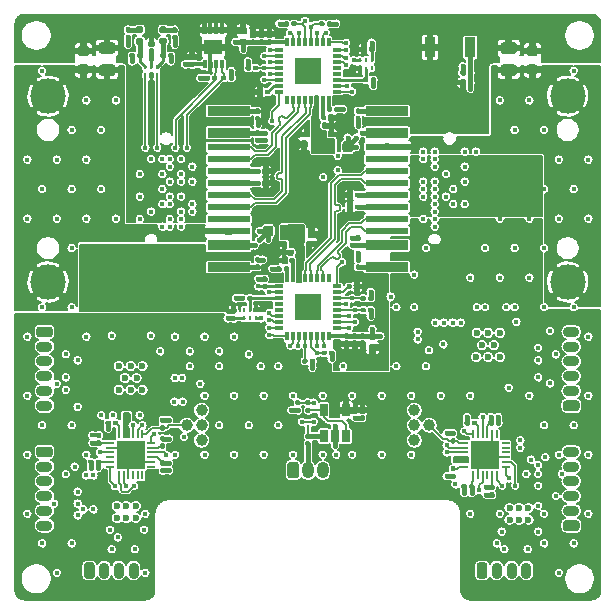
<source format=gbl>
%TF.GenerationSoftware,KiCad,Pcbnew,(5.1.6)-1*%
%TF.CreationDate,2021-04-12T15:21:15+02:00*%
%TF.ProjectId,EcatExBrd,45636174-4578-4427-9264-2e6b69636164,1.0*%
%TF.SameCoordinates,Original*%
%TF.FileFunction,Copper,L6,Bot*%
%TF.FilePolarity,Positive*%
%FSLAX46Y46*%
G04 Gerber Fmt 4.6, Leading zero omitted, Abs format (unit mm)*
G04 Created by KiCad (PCBNEW (5.1.6)-1) date 2021-04-12 15:21:15*
%MOMM*%
%LPD*%
G01*
G04 APERTURE LIST*
%TA.AperFunction,SMDPad,CuDef*%
%ADD10R,0.204000X0.706399*%
%TD*%
%TA.AperFunction,SMDPad,CuDef*%
%ADD11R,0.706399X0.204000*%
%TD*%
%TA.AperFunction,SMDPad,CuDef*%
%ADD12R,2.387600X2.387600*%
%TD*%
%TA.AperFunction,SMDPad,CuDef*%
%ADD13R,0.300000X0.800000*%
%TD*%
%TA.AperFunction,SMDPad,CuDef*%
%ADD14R,0.800000X0.300000*%
%TD*%
%TA.AperFunction,SMDPad,CuDef*%
%ADD15R,2.200000X2.200000*%
%TD*%
%TA.AperFunction,ComponentPad*%
%ADD16C,3.000000*%
%TD*%
%TA.AperFunction,SMDPad,CuDef*%
%ADD17R,3.600000X0.810000*%
%TD*%
%TA.AperFunction,SMDPad,CuDef*%
%ADD18R,3.600000X0.610000*%
%TD*%
%TA.AperFunction,SMDPad,CuDef*%
%ADD19R,0.250000X0.450000*%
%TD*%
%TA.AperFunction,SMDPad,CuDef*%
%ADD20R,0.250000X0.400000*%
%TD*%
%TA.AperFunction,SMDPad,CuDef*%
%ADD21R,0.280000X0.200000*%
%TD*%
%TA.AperFunction,ComponentPad*%
%ADD22O,1.000000X1.400000*%
%TD*%
%TA.AperFunction,ComponentPad*%
%ADD23O,0.900000X1.400000*%
%TD*%
%TA.AperFunction,ComponentPad*%
%ADD24O,1.400000X0.900000*%
%TD*%
%TA.AperFunction,SMDPad,CuDef*%
%ADD25R,0.900000X1.700000*%
%TD*%
%TA.AperFunction,SMDPad,CuDef*%
%ADD26R,0.650000X1.060000*%
%TD*%
%TA.AperFunction,SMDPad,CuDef*%
%ADD27R,1.500000X1.300000*%
%TD*%
%TA.AperFunction,SMDPad,CuDef*%
%ADD28R,0.300000X0.750000*%
%TD*%
%TA.AperFunction,ComponentPad*%
%ADD29C,1.000000*%
%TD*%
%TA.AperFunction,ViaPad*%
%ADD30C,0.450000*%
%TD*%
%TA.AperFunction,ViaPad*%
%ADD31C,0.600000*%
%TD*%
%TA.AperFunction,Conductor*%
%ADD32C,0.200000*%
%TD*%
%TA.AperFunction,Conductor*%
%ADD33C,0.400000*%
%TD*%
%TA.AperFunction,Conductor*%
%ADD34C,0.250000*%
%TD*%
%TA.AperFunction,Conductor*%
%ADD35C,0.300000*%
%TD*%
%TA.AperFunction,Conductor*%
%ADD36C,0.127000*%
%TD*%
%TA.AperFunction,Conductor*%
%ADD37C,0.152400*%
%TD*%
G04 APERTURE END LIST*
D10*
%TO.P,U10,1*%
%TO.N,/Sensor Channel #2/LDO_OUT*%
X109000000Y-85749800D03*
%TO.P,U10,2*%
%TO.N,VDD_3V3*%
X109400002Y-85749800D03*
%TO.P,U10,3*%
X109800001Y-85749800D03*
%TO.P,U10,4*%
%TO.N,/Sensor Channel #1/MISO*%
X110200001Y-85749800D03*
%TO.P,U10,5*%
%TO.N,/Sensor Channel #1/SCLK*%
X110600000Y-85749800D03*
%TO.P,U10,6*%
%TO.N,/Sensor Channel #2/RS485_~CS_n~*%
X111000002Y-85749800D03*
D11*
%TO.P,U10,7*%
%TO.N,/Sensor Channel #1/MOSI*%
X111750201Y-86499999D03*
%TO.P,U10,8*%
%TO.N,/Sensor Channel #2/~IRQ_n~*%
X111750201Y-86900001D03*
%TO.P,U10,9*%
%TO.N,/Sensor Channel #1/~RST_n~*%
X111750201Y-87300000D03*
%TO.P,U10,10*%
%TO.N,VDD_3V3*%
X111750201Y-87700000D03*
%TO.P,U10,11*%
%TO.N,GND*%
X111750201Y-88099999D03*
%TO.P,U10,12*%
%TO.N,Net-(U10-Pad12)*%
X111750201Y-88500001D03*
D10*
%TO.P,U10,13*%
%TO.N,Net-(U10-Pad13)*%
X111000002Y-89250200D03*
%TO.P,U10,14*%
%TO.N,Net-(U10-Pad14)*%
X110600000Y-89250200D03*
%TO.P,U10,15*%
%TO.N,Net-(U10-Pad15)*%
X110200001Y-89250200D03*
%TO.P,U10,16*%
%TO.N,GND*%
X109800001Y-89250200D03*
%TO.P,U10,17*%
%TO.N,/Sensor Channel #2/RS485_Tx_En*%
X109400002Y-89250200D03*
%TO.P,U10,18*%
%TO.N,/Sensor Channel #2/RS485_Rx*%
X109000000Y-89250200D03*
D11*
%TO.P,U10,19*%
%TO.N,/Sensor Channel #2/RS485_Tx*%
X108249801Y-88500001D03*
%TO.P,U10,20*%
%TO.N,VDD_3V3*%
X108249801Y-88099999D03*
%TO.P,U10,21*%
%TO.N,Net-(U10-Pad21)*%
X108249801Y-87700000D03*
%TO.P,U10,22*%
%TO.N,/Sensor Channel #2/RS485_OSC_in*%
X108249801Y-87300000D03*
%TO.P,U10,23*%
%TO.N,GND*%
X108249801Y-86900001D03*
%TO.P,U10,24*%
%TO.N,VDD_3V3*%
X108249801Y-86499999D03*
D12*
%TO.P,U10,25*%
%TO.N,GND*%
X110000001Y-87500000D03*
%TD*%
%TO.P,C39,1*%
%TO.N,VDD_3V3*%
%TA.AperFunction,SMDPad,CuDef*%
G36*
G01*
X107400000Y-86729999D02*
X107200000Y-86729999D01*
G75*
G02*
X107100000Y-86629999I0J100000D01*
G01*
X107100000Y-86369999D01*
G75*
G02*
X107200000Y-86269999I100000J0D01*
G01*
X107400000Y-86269999D01*
G75*
G02*
X107500000Y-86369999I0J-100000D01*
G01*
X107500000Y-86629999D01*
G75*
G02*
X107400000Y-86729999I-100000J0D01*
G01*
G37*
%TD.AperFunction*%
%TO.P,C39,2*%
%TO.N,GND*%
%TA.AperFunction,SMDPad,CuDef*%
G36*
G01*
X107400000Y-86089999D02*
X107200000Y-86089999D01*
G75*
G02*
X107100000Y-85989999I0J100000D01*
G01*
X107100000Y-85729999D01*
G75*
G02*
X107200000Y-85629999I100000J0D01*
G01*
X107400000Y-85629999D01*
G75*
G02*
X107500000Y-85729999I0J-100000D01*
G01*
X107500000Y-85989999D01*
G75*
G02*
X107400000Y-86089999I-100000J0D01*
G01*
G37*
%TD.AperFunction*%
%TD*%
%TO.P,C46,2*%
%TO.N,GND*%
%TA.AperFunction,SMDPad,CuDef*%
G36*
G01*
X140499999Y-90640000D02*
X140699999Y-90640000D01*
G75*
G02*
X140799999Y-90740000I0J-100000D01*
G01*
X140799999Y-91000000D01*
G75*
G02*
X140699999Y-91100000I-100000J0D01*
G01*
X140499999Y-91100000D01*
G75*
G02*
X140399999Y-91000000I0J100000D01*
G01*
X140399999Y-90740000D01*
G75*
G02*
X140499999Y-90640000I100000J0D01*
G01*
G37*
%TD.AperFunction*%
%TO.P,C46,1*%
%TO.N,VDD_3V3*%
%TA.AperFunction,SMDPad,CuDef*%
G36*
G01*
X140499999Y-90000000D02*
X140699999Y-90000000D01*
G75*
G02*
X140799999Y-90100000I0J-100000D01*
G01*
X140799999Y-90360000D01*
G75*
G02*
X140699999Y-90460000I-100000J0D01*
G01*
X140499999Y-90460000D01*
G75*
G02*
X140399999Y-90360000I0J100000D01*
G01*
X140399999Y-90100000D01*
G75*
G02*
X140499999Y-90000000I100000J0D01*
G01*
G37*
%TD.AperFunction*%
%TD*%
D13*
%TO.P,U8,1*%
%TO.N,/ECAT_1 - PHY/ModeSelect*%
X123250000Y-72550000D03*
%TO.P,U8,2*%
%TO.N,/ECAT_1 - PHY/CEXT*%
X123750000Y-72550000D03*
%TO.P,U8,3*%
%TO.N,Net-(C26-Pad1)*%
X124250000Y-72550000D03*
%TO.P,U8,4*%
%TO.N,/ECAT_1 - PHY/RD_N*%
X124750000Y-72550000D03*
%TO.P,U8,5*%
%TO.N,/ECAT_1 - PHY/RD_P*%
X125250000Y-72550000D03*
%TO.P,U8,6*%
%TO.N,/ECAT_1 - PHY/TD_N*%
X125750000Y-72550000D03*
%TO.P,U8,7*%
%TO.N,/ECAT_1 - PHY/TD_P*%
X126250000Y-72550000D03*
%TO.P,U8,8*%
%TO.N,Net-(U8-Pad8)*%
X126750000Y-72550000D03*
D14*
%TO.P,U8,9*%
%TO.N,/ECAT_1 - PHY/ESC_OSC_in*%
X127450000Y-73250000D03*
%TO.P,U8,10*%
%TO.N,/ECAT_1 - PHY/RBias*%
X127450000Y-73750000D03*
%TO.P,U8,11*%
%TO.N,/ECAT_Extension/ESC_PHY_MDIO_DATA*%
X127450000Y-74250000D03*
%TO.P,U8,12*%
%TO.N,/ECAT_Extension/ESC_PHY_MDIO_CLK*%
X127450000Y-74750000D03*
%TO.P,U8,13*%
%TO.N,/ECAT_1 - PHY/ECAT_RX_D3*%
X127450000Y-75250000D03*
%TO.P,U8,14*%
%TO.N,/ECAT_1 - PHY/ECAT_RX_D2*%
X127450000Y-75750000D03*
%TO.P,U8,15*%
%TO.N,/ECAT_1 - PHY/ECAT_RX_D1*%
X127450000Y-76250000D03*
%TO.P,U8,16*%
%TO.N,/ECAT_1 - PHY/ECAT_RX_D0*%
X127450000Y-76750000D03*
D13*
%TO.P,U8,17*%
%TO.N,VDD_3V3*%
X126750000Y-77450000D03*
%TO.P,U8,18*%
%TO.N,/ECAT_1 - PHY/ECAT_RX_DV*%
X126250000Y-77450000D03*
%TO.P,U8,19*%
%TO.N,/ECAT_1 - PHY/ECAT_RX_CLK*%
X125750000Y-77450000D03*
%TO.P,U8,20*%
%TO.N,/ECAT_1 - PHY/ECAT_RX_ER*%
X125250000Y-77450000D03*
%TO.P,U8,21*%
%TO.N,/ECAT_Extension/ECAT1_INT*%
X124750000Y-77450000D03*
%TO.P,U8,22*%
%TO.N,/ECAT_1 - PHY/ECAT_TX_CLK*%
X124250000Y-77450000D03*
%TO.P,U8,23*%
%TO.N,/ECAT_1 - PHY/ECAT_TX_EN*%
X123750000Y-77450000D03*
%TO.P,U8,24*%
%TO.N,/ECAT_1 - PHY/ECAT_TX_D0*%
X123250000Y-77450000D03*
D14*
%TO.P,U8,25*%
%TO.N,/ECAT_1 - PHY/ECAT_TX_D1*%
X122550000Y-76750000D03*
%TO.P,U8,26*%
%TO.N,/ECAT_1 - PHY/ECAT_TX_D2*%
X122550000Y-76250000D03*
%TO.P,U8,27*%
%TO.N,/ECAT_1 - PHY/ECAT_TX_D3*%
X122550000Y-75750000D03*
%TO.P,U8,28*%
%TO.N,Net-(U8-Pad28)*%
X122550000Y-75250000D03*
%TO.P,U8,29*%
%TO.N,Net-(U8-Pad29)*%
X122550000Y-74750000D03*
%TO.P,U8,30*%
%TO.N,/ECAT_1 - PHY/Strap2_LED_TX_RX_STATUS*%
X122550000Y-74250000D03*
%TO.P,U8,31*%
%TO.N,/ECAT_Extension/ESC_PHY1_LINKSTATUS*%
X122550000Y-73750000D03*
%TO.P,U8,32*%
%TO.N,/ECAT_Extension/~ESC_PHY_RESETn~*%
X122550000Y-73250000D03*
D15*
%TO.P,U8,33*%
%TO.N,GND*%
X125000000Y-75000000D03*
%TD*%
D16*
%TO.P,J5,13*%
%TO.N,/ECAT_1 - PHY/SHIELD*%
X147000000Y-72870000D03*
%TO.P,J5,14*%
X147000000Y-57130000D03*
D17*
%TO.P,J5,12*%
%TO.N,Net-(J5-Pad12)*%
X131700000Y-58390000D03*
%TO.P,J5,11*%
%TO.N,/ECAT_Extension/ESC_LED_LINK1_ACT*%
X131700000Y-60230000D03*
%TO.P,J5,1*%
%TO.N,Net-(J5-Pad1)*%
X131700000Y-71610000D03*
%TO.P,J5,2*%
%TO.N,/ECAT_1 - PHY/LED_TX_RX_STATUS*%
X131700000Y-69770000D03*
D18*
%TO.P,J5,10*%
%TO.N,/ECAT_1 - PHY/SHIELD*%
X131700000Y-61430000D03*
%TO.P,J5,9*%
%TO.N,Net-(J5-Pad9)*%
X131700000Y-62450000D03*
%TO.P,J5,8*%
%TO.N,/ECAT_1 - PHY/RD_N*%
X131700000Y-63470000D03*
%TO.P,J5,7*%
%TO.N,/ECAT_1 - PHY/RD_P*%
X131700000Y-64490000D03*
%TO.P,J5,6*%
%TO.N,Net-(C24-Pad1)*%
X131700000Y-65510000D03*
%TO.P,J5,5*%
%TO.N,Net-(C23-Pad1)*%
X131700000Y-66530000D03*
%TO.P,J5,4*%
%TO.N,/ECAT_1 - PHY/TD_N*%
X131700000Y-67550000D03*
%TO.P,J5,3*%
%TO.N,/ECAT_1 - PHY/TD_P*%
X131700000Y-68570000D03*
%TD*%
D16*
%TO.P,J4,13*%
%TO.N,/ECAT_0 - PHY/SHIELD*%
X103000000Y-57130000D03*
%TO.P,J4,14*%
X103000000Y-72870000D03*
D17*
%TO.P,J4,12*%
%TO.N,Net-(J4-Pad12)*%
X118300000Y-71610000D03*
%TO.P,J4,11*%
%TO.N,/ECAT_Extension/ESC_LED_LINK0_ACT*%
X118300000Y-69770000D03*
%TO.P,J4,1*%
%TO.N,Net-(J4-Pad1)*%
X118300000Y-58390000D03*
%TO.P,J4,2*%
%TO.N,/ECAT_0 - PHY/LED_TX_RX_STATUS*%
X118300000Y-60230000D03*
D18*
%TO.P,J4,10*%
%TO.N,/ECAT_0 - PHY/SHIELD*%
X118300000Y-68570000D03*
%TO.P,J4,9*%
%TO.N,Net-(J4-Pad9)*%
X118300000Y-67550000D03*
%TO.P,J4,8*%
%TO.N,/ECAT_0 - PHY/RD_N*%
X118300000Y-66530000D03*
%TO.P,J4,7*%
%TO.N,/ECAT_0 - PHY/RD_P*%
X118300000Y-65510000D03*
%TO.P,J4,6*%
%TO.N,Net-(C11-Pad1)*%
X118300000Y-64490000D03*
%TO.P,J4,5*%
%TO.N,Net-(C10-Pad1)*%
X118300000Y-63470000D03*
%TO.P,J4,4*%
%TO.N,/ECAT_0 - PHY/TD_N*%
X118300000Y-62450000D03*
%TO.P,J4,3*%
%TO.N,/ECAT_0 - PHY/TD_P*%
X118300000Y-61430000D03*
%TD*%
%TO.P,C26,2*%
%TO.N,GND*%
%TA.AperFunction,SMDPad,CuDef*%
G36*
G01*
X123840000Y-70250000D02*
X123840000Y-70450000D01*
G75*
G02*
X123740000Y-70550000I-100000J0D01*
G01*
X123480000Y-70550000D01*
G75*
G02*
X123380000Y-70450000I0J100000D01*
G01*
X123380000Y-70250000D01*
G75*
G02*
X123480000Y-70150000I100000J0D01*
G01*
X123740000Y-70150000D01*
G75*
G02*
X123840000Y-70250000I0J-100000D01*
G01*
G37*
%TD.AperFunction*%
%TO.P,C26,1*%
%TO.N,Net-(C26-Pad1)*%
%TA.AperFunction,SMDPad,CuDef*%
G36*
G01*
X124480000Y-70250000D02*
X124480000Y-70450000D01*
G75*
G02*
X124380000Y-70550000I-100000J0D01*
G01*
X124120000Y-70550000D01*
G75*
G02*
X124020000Y-70450000I0J100000D01*
G01*
X124020000Y-70250000D01*
G75*
G02*
X124120000Y-70150000I100000J0D01*
G01*
X124380000Y-70150000D01*
G75*
G02*
X124480000Y-70250000I0J-100000D01*
G01*
G37*
%TD.AperFunction*%
%TD*%
D19*
%TO.P,U2,1*%
%TO.N,/ECAT_Extension/ESC_LED_ERR*%
X112250000Y-55325000D03*
D20*
%TO.P,U2,2*%
%TO.N,GND*%
X111750000Y-55350000D03*
%TO.P,U2,3*%
%TO.N,/ECAT_Extension/ESC_LED_RUN*%
X111250000Y-55350000D03*
%TO.P,U2,4*%
%TO.N,Net-(D3-Pad1)*%
X111250000Y-54650000D03*
%TO.P,U2,5*%
%TO.N,VDD_3V3*%
X111750000Y-54650000D03*
%TO.P,U2,6*%
%TO.N,Net-(D2-Pad1)*%
X112250000Y-54650000D03*
%TD*%
%TO.P,U5,6*%
%TO.N,VDD_3V3*%
X130400000Y-54100000D03*
%TO.P,U5,5*%
%TO.N,Net-(U5-Pad5)*%
X129900000Y-54100000D03*
%TO.P,U5,4*%
%TO.N,/ECAT_0 - PHY/LED_TX_RX_STATUS*%
X129400000Y-54100000D03*
%TO.P,U5,3*%
%TO.N,GND*%
X129400000Y-54800000D03*
%TO.P,U5,2*%
%TO.N,/ECAT_0 - PHY/Strap2_LED_TX_RX_STATUS*%
X129900000Y-54800000D03*
D19*
%TO.P,U5,1*%
%TO.N,Net-(U5-Pad1)*%
X130400000Y-54775000D03*
%TD*%
D20*
%TO.P,U7,6*%
%TO.N,VDD_3V3*%
X119600000Y-75950000D03*
%TO.P,U7,5*%
%TO.N,Net-(U7-Pad5)*%
X120100000Y-75950000D03*
%TO.P,U7,4*%
%TO.N,/ECAT_1 - PHY/LED_TX_RX_STATUS*%
X120600000Y-75950000D03*
%TO.P,U7,3*%
%TO.N,GND*%
X120600000Y-75250000D03*
%TO.P,U7,2*%
%TO.N,/ECAT_1 - PHY/Strap2_LED_TX_RX_STATUS*%
X120100000Y-75250000D03*
D19*
%TO.P,U7,1*%
%TO.N,Net-(U7-Pad1)*%
X119600000Y-75275000D03*
%TD*%
%TO.P,C1,2*%
%TO.N,GND*%
%TA.AperFunction,SMDPad,CuDef*%
G36*
G01*
X129500000Y-84140000D02*
X129700000Y-84140000D01*
G75*
G02*
X129800000Y-84240000I0J-100000D01*
G01*
X129800000Y-84500000D01*
G75*
G02*
X129700000Y-84600000I-100000J0D01*
G01*
X129500000Y-84600000D01*
G75*
G02*
X129400000Y-84500000I0J100000D01*
G01*
X129400000Y-84240000D01*
G75*
G02*
X129500000Y-84140000I100000J0D01*
G01*
G37*
%TD.AperFunction*%
%TO.P,C1,1*%
%TO.N,5V0*%
%TA.AperFunction,SMDPad,CuDef*%
G36*
G01*
X129500000Y-83500000D02*
X129700000Y-83500000D01*
G75*
G02*
X129800000Y-83600000I0J-100000D01*
G01*
X129800000Y-83860000D01*
G75*
G02*
X129700000Y-83960000I-100000J0D01*
G01*
X129500000Y-83960000D01*
G75*
G02*
X129400000Y-83860000I0J100000D01*
G01*
X129400000Y-83600000D01*
G75*
G02*
X129500000Y-83500000I100000J0D01*
G01*
G37*
%TD.AperFunction*%
%TD*%
%TO.P,C2,2*%
%TO.N,GND*%
%TA.AperFunction,SMDPad,CuDef*%
G36*
G01*
X124050000Y-83500000D02*
X124250000Y-83500000D01*
G75*
G02*
X124350000Y-83600000I0J-100000D01*
G01*
X124350000Y-83860000D01*
G75*
G02*
X124250000Y-83960000I-100000J0D01*
G01*
X124050000Y-83960000D01*
G75*
G02*
X123950000Y-83860000I0J100000D01*
G01*
X123950000Y-83600000D01*
G75*
G02*
X124050000Y-83500000I100000J0D01*
G01*
G37*
%TD.AperFunction*%
%TO.P,C2,1*%
%TO.N,/ECAT_Extension/ANALOG_IN*%
%TA.AperFunction,SMDPad,CuDef*%
G36*
G01*
X124050000Y-82860000D02*
X124250000Y-82860000D01*
G75*
G02*
X124350000Y-82960000I0J-100000D01*
G01*
X124350000Y-83220000D01*
G75*
G02*
X124250000Y-83320000I-100000J0D01*
G01*
X124050000Y-83320000D01*
G75*
G02*
X123950000Y-83220000I0J100000D01*
G01*
X123950000Y-82960000D01*
G75*
G02*
X124050000Y-82860000I100000J0D01*
G01*
G37*
%TD.AperFunction*%
%TD*%
%TO.P,C3,2*%
%TO.N,VDD_3V3*%
%TA.AperFunction,SMDPad,CuDef*%
G36*
G01*
X115100000Y-54220000D02*
X115300000Y-54220000D01*
G75*
G02*
X115400000Y-54320000I0J-100000D01*
G01*
X115400000Y-54580000D01*
G75*
G02*
X115300000Y-54680000I-100000J0D01*
G01*
X115100000Y-54680000D01*
G75*
G02*
X115000000Y-54580000I0J100000D01*
G01*
X115000000Y-54320000D01*
G75*
G02*
X115100000Y-54220000I100000J0D01*
G01*
G37*
%TD.AperFunction*%
%TO.P,C3,1*%
%TO.N,GND*%
%TA.AperFunction,SMDPad,CuDef*%
G36*
G01*
X115100000Y-53580000D02*
X115300000Y-53580000D01*
G75*
G02*
X115400000Y-53680000I0J-100000D01*
G01*
X115400000Y-53940000D01*
G75*
G02*
X115300000Y-54040000I-100000J0D01*
G01*
X115100000Y-54040000D01*
G75*
G02*
X115000000Y-53940000I0J100000D01*
G01*
X115000000Y-53680000D01*
G75*
G02*
X115100000Y-53580000I100000J0D01*
G01*
G37*
%TD.AperFunction*%
%TD*%
%TO.P,C7,2*%
%TO.N,GND*%
%TA.AperFunction,SMDPad,CuDef*%
G36*
G01*
X138340000Y-55900000D02*
X138340000Y-56100000D01*
G75*
G02*
X138240000Y-56200000I-100000J0D01*
G01*
X137980000Y-56200000D01*
G75*
G02*
X137880000Y-56100000I0J100000D01*
G01*
X137880000Y-55900000D01*
G75*
G02*
X137980000Y-55800000I100000J0D01*
G01*
X138240000Y-55800000D01*
G75*
G02*
X138340000Y-55900000I0J-100000D01*
G01*
G37*
%TD.AperFunction*%
%TO.P,C7,1*%
%TO.N,/Sensor Channel #1/~RST_n~*%
%TA.AperFunction,SMDPad,CuDef*%
G36*
G01*
X138980000Y-55900000D02*
X138980000Y-56100000D01*
G75*
G02*
X138880000Y-56200000I-100000J0D01*
G01*
X138620000Y-56200000D01*
G75*
G02*
X138520000Y-56100000I0J100000D01*
G01*
X138520000Y-55900000D01*
G75*
G02*
X138620000Y-55800000I100000J0D01*
G01*
X138880000Y-55800000D01*
G75*
G02*
X138980000Y-55900000I0J-100000D01*
G01*
G37*
%TD.AperFunction*%
%TD*%
%TO.P,C8,1*%
%TO.N,VDD_3V3*%
%TA.AperFunction,SMDPad,CuDef*%
G36*
G01*
X111850000Y-53550000D02*
X111650000Y-53550000D01*
G75*
G02*
X111550000Y-53450000I0J100000D01*
G01*
X111550000Y-53190000D01*
G75*
G02*
X111650000Y-53090000I100000J0D01*
G01*
X111850000Y-53090000D01*
G75*
G02*
X111950000Y-53190000I0J-100000D01*
G01*
X111950000Y-53450000D01*
G75*
G02*
X111850000Y-53550000I-100000J0D01*
G01*
G37*
%TD.AperFunction*%
%TO.P,C8,2*%
%TO.N,GND*%
%TA.AperFunction,SMDPad,CuDef*%
G36*
G01*
X111850000Y-52910000D02*
X111650000Y-52910000D01*
G75*
G02*
X111550000Y-52810000I0J100000D01*
G01*
X111550000Y-52550000D01*
G75*
G02*
X111650000Y-52450000I100000J0D01*
G01*
X111850000Y-52450000D01*
G75*
G02*
X111950000Y-52550000I0J-100000D01*
G01*
X111950000Y-52810000D01*
G75*
G02*
X111850000Y-52910000I-100000J0D01*
G01*
G37*
%TD.AperFunction*%
%TD*%
%TO.P,C9,2*%
%TO.N,GND*%
%TA.AperFunction,SMDPad,CuDef*%
G36*
G01*
X126740000Y-59050000D02*
X126740000Y-58850000D01*
G75*
G02*
X126840000Y-58750000I100000J0D01*
G01*
X127100000Y-58750000D01*
G75*
G02*
X127200000Y-58850000I0J-100000D01*
G01*
X127200000Y-59050000D01*
G75*
G02*
X127100000Y-59150000I-100000J0D01*
G01*
X126840000Y-59150000D01*
G75*
G02*
X126740000Y-59050000I0J100000D01*
G01*
G37*
%TD.AperFunction*%
%TO.P,C9,1*%
%TO.N,/ECAT_0 - PHY/CEXT*%
%TA.AperFunction,SMDPad,CuDef*%
G36*
G01*
X126100000Y-59050000D02*
X126100000Y-58850000D01*
G75*
G02*
X126200000Y-58750000I100000J0D01*
G01*
X126460000Y-58750000D01*
G75*
G02*
X126560000Y-58850000I0J-100000D01*
G01*
X126560000Y-59050000D01*
G75*
G02*
X126460000Y-59150000I-100000J0D01*
G01*
X126200000Y-59150000D01*
G75*
G02*
X126100000Y-59050000I0J100000D01*
G01*
G37*
%TD.AperFunction*%
%TD*%
%TO.P,C10,2*%
%TO.N,GND*%
%TA.AperFunction,SMDPad,CuDef*%
G36*
G01*
X121190000Y-63570000D02*
X121190000Y-63370000D01*
G75*
G02*
X121290000Y-63270000I100000J0D01*
G01*
X121550000Y-63270000D01*
G75*
G02*
X121650000Y-63370000I0J-100000D01*
G01*
X121650000Y-63570000D01*
G75*
G02*
X121550000Y-63670000I-100000J0D01*
G01*
X121290000Y-63670000D01*
G75*
G02*
X121190000Y-63570000I0J100000D01*
G01*
G37*
%TD.AperFunction*%
%TO.P,C10,1*%
%TO.N,Net-(C10-Pad1)*%
%TA.AperFunction,SMDPad,CuDef*%
G36*
G01*
X120550000Y-63570000D02*
X120550000Y-63370000D01*
G75*
G02*
X120650000Y-63270000I100000J0D01*
G01*
X120910000Y-63270000D01*
G75*
G02*
X121010000Y-63370000I0J-100000D01*
G01*
X121010000Y-63570000D01*
G75*
G02*
X120910000Y-63670000I-100000J0D01*
G01*
X120650000Y-63670000D01*
G75*
G02*
X120550000Y-63570000I0J100000D01*
G01*
G37*
%TD.AperFunction*%
%TD*%
%TO.P,C11,2*%
%TO.N,GND*%
%TA.AperFunction,SMDPad,CuDef*%
G36*
G01*
X121190000Y-64590000D02*
X121190000Y-64390000D01*
G75*
G02*
X121290000Y-64290000I100000J0D01*
G01*
X121550000Y-64290000D01*
G75*
G02*
X121650000Y-64390000I0J-100000D01*
G01*
X121650000Y-64590000D01*
G75*
G02*
X121550000Y-64690000I-100000J0D01*
G01*
X121290000Y-64690000D01*
G75*
G02*
X121190000Y-64590000I0J100000D01*
G01*
G37*
%TD.AperFunction*%
%TO.P,C11,1*%
%TO.N,Net-(C11-Pad1)*%
%TA.AperFunction,SMDPad,CuDef*%
G36*
G01*
X120550000Y-64590000D02*
X120550000Y-64390000D01*
G75*
G02*
X120650000Y-64290000I100000J0D01*
G01*
X120910000Y-64290000D01*
G75*
G02*
X121010000Y-64390000I0J-100000D01*
G01*
X121010000Y-64590000D01*
G75*
G02*
X120910000Y-64690000I-100000J0D01*
G01*
X120650000Y-64690000D01*
G75*
G02*
X120550000Y-64590000I0J100000D01*
G01*
G37*
%TD.AperFunction*%
%TD*%
%TO.P,C12,2*%
%TO.N,VDD_3V3*%
%TA.AperFunction,SMDPad,CuDef*%
G36*
G01*
X130170000Y-53255000D02*
X130170000Y-53055000D01*
G75*
G02*
X130270000Y-52955000I100000J0D01*
G01*
X130530000Y-52955000D01*
G75*
G02*
X130630000Y-53055000I0J-100000D01*
G01*
X130630000Y-53255000D01*
G75*
G02*
X130530000Y-53355000I-100000J0D01*
G01*
X130270000Y-53355000D01*
G75*
G02*
X130170000Y-53255000I0J100000D01*
G01*
G37*
%TD.AperFunction*%
%TO.P,C12,1*%
%TO.N,GND*%
%TA.AperFunction,SMDPad,CuDef*%
G36*
G01*
X129530000Y-53255000D02*
X129530000Y-53055000D01*
G75*
G02*
X129630000Y-52955000I100000J0D01*
G01*
X129890000Y-52955000D01*
G75*
G02*
X129990000Y-53055000I0J-100000D01*
G01*
X129990000Y-53255000D01*
G75*
G02*
X129890000Y-53355000I-100000J0D01*
G01*
X129630000Y-53355000D01*
G75*
G02*
X129530000Y-53255000I0J100000D01*
G01*
G37*
%TD.AperFunction*%
%TD*%
%TO.P,C13,2*%
%TO.N,GND*%
%TA.AperFunction,SMDPad,CuDef*%
G36*
G01*
X126160000Y-59750000D02*
X126160000Y-59550000D01*
G75*
G02*
X126260000Y-59450000I100000J0D01*
G01*
X126520000Y-59450000D01*
G75*
G02*
X126620000Y-59550000I0J-100000D01*
G01*
X126620000Y-59750000D01*
G75*
G02*
X126520000Y-59850000I-100000J0D01*
G01*
X126260000Y-59850000D01*
G75*
G02*
X126160000Y-59750000I0J100000D01*
G01*
G37*
%TD.AperFunction*%
%TO.P,C13,1*%
%TO.N,Net-(C13-Pad1)*%
%TA.AperFunction,SMDPad,CuDef*%
G36*
G01*
X125520000Y-59750000D02*
X125520000Y-59550000D01*
G75*
G02*
X125620000Y-59450000I100000J0D01*
G01*
X125880000Y-59450000D01*
G75*
G02*
X125980000Y-59550000I0J-100000D01*
G01*
X125980000Y-59750000D01*
G75*
G02*
X125880000Y-59850000I-100000J0D01*
G01*
X125620000Y-59850000D01*
G75*
G02*
X125520000Y-59750000I0J100000D01*
G01*
G37*
%TD.AperFunction*%
%TD*%
%TO.P,C14,2*%
%TO.N,GND*%
%TA.AperFunction,SMDPad,CuDef*%
G36*
G01*
X125160000Y-60250000D02*
X125160000Y-60450000D01*
G75*
G02*
X125060000Y-60550000I-100000J0D01*
G01*
X124800000Y-60550000D01*
G75*
G02*
X124700000Y-60450000I0J100000D01*
G01*
X124700000Y-60250000D01*
G75*
G02*
X124800000Y-60150000I100000J0D01*
G01*
X125060000Y-60150000D01*
G75*
G02*
X125160000Y-60250000I0J-100000D01*
G01*
G37*
%TD.AperFunction*%
%TO.P,C14,1*%
%TO.N,Net-(C13-Pad1)*%
%TA.AperFunction,SMDPad,CuDef*%
G36*
G01*
X125800000Y-60250000D02*
X125800000Y-60450000D01*
G75*
G02*
X125700000Y-60550000I-100000J0D01*
G01*
X125440000Y-60550000D01*
G75*
G02*
X125340000Y-60450000I0J100000D01*
G01*
X125340000Y-60250000D01*
G75*
G02*
X125440000Y-60150000I100000J0D01*
G01*
X125700000Y-60150000D01*
G75*
G02*
X125800000Y-60250000I0J-100000D01*
G01*
G37*
%TD.AperFunction*%
%TD*%
%TO.P,C15,2*%
%TO.N,GND*%
%TA.AperFunction,SMDPad,CuDef*%
G36*
G01*
X126740000Y-60450000D02*
X126740000Y-60250000D01*
G75*
G02*
X126840000Y-60150000I100000J0D01*
G01*
X127100000Y-60150000D01*
G75*
G02*
X127200000Y-60250000I0J-100000D01*
G01*
X127200000Y-60450000D01*
G75*
G02*
X127100000Y-60550000I-100000J0D01*
G01*
X126840000Y-60550000D01*
G75*
G02*
X126740000Y-60450000I0J100000D01*
G01*
G37*
%TD.AperFunction*%
%TO.P,C15,1*%
%TO.N,Net-(C13-Pad1)*%
%TA.AperFunction,SMDPad,CuDef*%
G36*
G01*
X126100000Y-60450000D02*
X126100000Y-60250000D01*
G75*
G02*
X126200000Y-60150000I100000J0D01*
G01*
X126460000Y-60150000D01*
G75*
G02*
X126560000Y-60250000I0J-100000D01*
G01*
X126560000Y-60450000D01*
G75*
G02*
X126460000Y-60550000I-100000J0D01*
G01*
X126200000Y-60550000D01*
G75*
G02*
X126100000Y-60450000I0J100000D01*
G01*
G37*
%TD.AperFunction*%
%TD*%
%TO.P,C17,2*%
%TO.N,GND*%
%TA.AperFunction,SMDPad,CuDef*%
G36*
G01*
X121850000Y-52140000D02*
X121650000Y-52140000D01*
G75*
G02*
X121550000Y-52040000I0J100000D01*
G01*
X121550000Y-51780000D01*
G75*
G02*
X121650000Y-51680000I100000J0D01*
G01*
X121850000Y-51680000D01*
G75*
G02*
X121950000Y-51780000I0J-100000D01*
G01*
X121950000Y-52040000D01*
G75*
G02*
X121850000Y-52140000I-100000J0D01*
G01*
G37*
%TD.AperFunction*%
%TO.P,C17,1*%
%TO.N,VDD_3V3*%
%TA.AperFunction,SMDPad,CuDef*%
G36*
G01*
X121850000Y-52780000D02*
X121650000Y-52780000D01*
G75*
G02*
X121550000Y-52680000I0J100000D01*
G01*
X121550000Y-52420000D01*
G75*
G02*
X121650000Y-52320000I100000J0D01*
G01*
X121850000Y-52320000D01*
G75*
G02*
X121950000Y-52420000I0J-100000D01*
G01*
X121950000Y-52680000D01*
G75*
G02*
X121850000Y-52780000I-100000J0D01*
G01*
G37*
%TD.AperFunction*%
%TD*%
%TO.P,C18,2*%
%TO.N,GND*%
%TA.AperFunction,SMDPad,CuDef*%
G36*
G01*
X121150000Y-52140000D02*
X120950000Y-52140000D01*
G75*
G02*
X120850000Y-52040000I0J100000D01*
G01*
X120850000Y-51780000D01*
G75*
G02*
X120950000Y-51680000I100000J0D01*
G01*
X121150000Y-51680000D01*
G75*
G02*
X121250000Y-51780000I0J-100000D01*
G01*
X121250000Y-52040000D01*
G75*
G02*
X121150000Y-52140000I-100000J0D01*
G01*
G37*
%TD.AperFunction*%
%TO.P,C18,1*%
%TO.N,VDD_3V3*%
%TA.AperFunction,SMDPad,CuDef*%
G36*
G01*
X121150000Y-52780000D02*
X120950000Y-52780000D01*
G75*
G02*
X120850000Y-52680000I0J100000D01*
G01*
X120850000Y-52420000D01*
G75*
G02*
X120950000Y-52320000I100000J0D01*
G01*
X121150000Y-52320000D01*
G75*
G02*
X121250000Y-52420000I0J-100000D01*
G01*
X121250000Y-52680000D01*
G75*
G02*
X121150000Y-52780000I-100000J0D01*
G01*
G37*
%TD.AperFunction*%
%TD*%
%TO.P,C19,2*%
%TO.N,GND*%
%TA.AperFunction,SMDPad,CuDef*%
G36*
G01*
X120450000Y-52140000D02*
X120250000Y-52140000D01*
G75*
G02*
X120150000Y-52040000I0J100000D01*
G01*
X120150000Y-51780000D01*
G75*
G02*
X120250000Y-51680000I100000J0D01*
G01*
X120450000Y-51680000D01*
G75*
G02*
X120550000Y-51780000I0J-100000D01*
G01*
X120550000Y-52040000D01*
G75*
G02*
X120450000Y-52140000I-100000J0D01*
G01*
G37*
%TD.AperFunction*%
%TO.P,C19,1*%
%TO.N,VDD_3V3*%
%TA.AperFunction,SMDPad,CuDef*%
G36*
G01*
X120450000Y-52780000D02*
X120250000Y-52780000D01*
G75*
G02*
X120150000Y-52680000I0J100000D01*
G01*
X120150000Y-52420000D01*
G75*
G02*
X120250000Y-52320000I100000J0D01*
G01*
X120450000Y-52320000D01*
G75*
G02*
X120550000Y-52420000I0J-100000D01*
G01*
X120550000Y-52680000D01*
G75*
G02*
X120450000Y-52780000I-100000J0D01*
G01*
G37*
%TD.AperFunction*%
%TD*%
%TO.P,C21,2*%
%TO.N,GND*%
%TA.AperFunction,SMDPad,CuDef*%
G36*
G01*
X106256250Y-53750000D02*
X105743750Y-53750000D01*
G75*
G02*
X105525000Y-53531250I0J218750D01*
G01*
X105525000Y-53093750D01*
G75*
G02*
X105743750Y-52875000I218750J0D01*
G01*
X106256250Y-52875000D01*
G75*
G02*
X106475000Y-53093750I0J-218750D01*
G01*
X106475000Y-53531250D01*
G75*
G02*
X106256250Y-53750000I-218750J0D01*
G01*
G37*
%TD.AperFunction*%
%TO.P,C21,1*%
%TO.N,/ECAT_0 - PHY/SHIELD*%
%TA.AperFunction,SMDPad,CuDef*%
G36*
G01*
X106256250Y-55325000D02*
X105743750Y-55325000D01*
G75*
G02*
X105525000Y-55106250I0J218750D01*
G01*
X105525000Y-54668750D01*
G75*
G02*
X105743750Y-54450000I218750J0D01*
G01*
X106256250Y-54450000D01*
G75*
G02*
X106475000Y-54668750I0J-218750D01*
G01*
X106475000Y-55106250D01*
G75*
G02*
X106256250Y-55325000I-218750J0D01*
G01*
G37*
%TD.AperFunction*%
%TD*%
%TO.P,C22,2*%
%TO.N,GND*%
%TA.AperFunction,SMDPad,CuDef*%
G36*
G01*
X123260000Y-70950000D02*
X123260000Y-71150000D01*
G75*
G02*
X123160000Y-71250000I-100000J0D01*
G01*
X122900000Y-71250000D01*
G75*
G02*
X122800000Y-71150000I0J100000D01*
G01*
X122800000Y-70950000D01*
G75*
G02*
X122900000Y-70850000I100000J0D01*
G01*
X123160000Y-70850000D01*
G75*
G02*
X123260000Y-70950000I0J-100000D01*
G01*
G37*
%TD.AperFunction*%
%TO.P,C22,1*%
%TO.N,/ECAT_1 - PHY/CEXT*%
%TA.AperFunction,SMDPad,CuDef*%
G36*
G01*
X123900000Y-70950000D02*
X123900000Y-71150000D01*
G75*
G02*
X123800000Y-71250000I-100000J0D01*
G01*
X123540000Y-71250000D01*
G75*
G02*
X123440000Y-71150000I0J100000D01*
G01*
X123440000Y-70950000D01*
G75*
G02*
X123540000Y-70850000I100000J0D01*
G01*
X123800000Y-70850000D01*
G75*
G02*
X123900000Y-70950000I0J-100000D01*
G01*
G37*
%TD.AperFunction*%
%TD*%
%TO.P,C23,2*%
%TO.N,GND*%
%TA.AperFunction,SMDPad,CuDef*%
G36*
G01*
X128810000Y-66430000D02*
X128810000Y-66630000D01*
G75*
G02*
X128710000Y-66730000I-100000J0D01*
G01*
X128450000Y-66730000D01*
G75*
G02*
X128350000Y-66630000I0J100000D01*
G01*
X128350000Y-66430000D01*
G75*
G02*
X128450000Y-66330000I100000J0D01*
G01*
X128710000Y-66330000D01*
G75*
G02*
X128810000Y-66430000I0J-100000D01*
G01*
G37*
%TD.AperFunction*%
%TO.P,C23,1*%
%TO.N,Net-(C23-Pad1)*%
%TA.AperFunction,SMDPad,CuDef*%
G36*
G01*
X129450000Y-66430000D02*
X129450000Y-66630000D01*
G75*
G02*
X129350000Y-66730000I-100000J0D01*
G01*
X129090000Y-66730000D01*
G75*
G02*
X128990000Y-66630000I0J100000D01*
G01*
X128990000Y-66430000D01*
G75*
G02*
X129090000Y-66330000I100000J0D01*
G01*
X129350000Y-66330000D01*
G75*
G02*
X129450000Y-66430000I0J-100000D01*
G01*
G37*
%TD.AperFunction*%
%TD*%
%TO.P,C24,2*%
%TO.N,GND*%
%TA.AperFunction,SMDPad,CuDef*%
G36*
G01*
X128810000Y-65410000D02*
X128810000Y-65610000D01*
G75*
G02*
X128710000Y-65710000I-100000J0D01*
G01*
X128450000Y-65710000D01*
G75*
G02*
X128350000Y-65610000I0J100000D01*
G01*
X128350000Y-65410000D01*
G75*
G02*
X128450000Y-65310000I100000J0D01*
G01*
X128710000Y-65310000D01*
G75*
G02*
X128810000Y-65410000I0J-100000D01*
G01*
G37*
%TD.AperFunction*%
%TO.P,C24,1*%
%TO.N,Net-(C24-Pad1)*%
%TA.AperFunction,SMDPad,CuDef*%
G36*
G01*
X129450000Y-65410000D02*
X129450000Y-65610000D01*
G75*
G02*
X129350000Y-65710000I-100000J0D01*
G01*
X129090000Y-65710000D01*
G75*
G02*
X128990000Y-65610000I0J100000D01*
G01*
X128990000Y-65410000D01*
G75*
G02*
X129090000Y-65310000I100000J0D01*
G01*
X129350000Y-65310000D01*
G75*
G02*
X129450000Y-65410000I0J-100000D01*
G01*
G37*
%TD.AperFunction*%
%TD*%
%TO.P,C25,2*%
%TO.N,VDD_3V3*%
%TA.AperFunction,SMDPad,CuDef*%
G36*
G01*
X118600000Y-75720000D02*
X118800000Y-75720000D01*
G75*
G02*
X118900000Y-75820000I0J-100000D01*
G01*
X118900000Y-76080000D01*
G75*
G02*
X118800000Y-76180000I-100000J0D01*
G01*
X118600000Y-76180000D01*
G75*
G02*
X118500000Y-76080000I0J100000D01*
G01*
X118500000Y-75820000D01*
G75*
G02*
X118600000Y-75720000I100000J0D01*
G01*
G37*
%TD.AperFunction*%
%TO.P,C25,1*%
%TO.N,GND*%
%TA.AperFunction,SMDPad,CuDef*%
G36*
G01*
X118600000Y-75080000D02*
X118800000Y-75080000D01*
G75*
G02*
X118900000Y-75180000I0J-100000D01*
G01*
X118900000Y-75440000D01*
G75*
G02*
X118800000Y-75540000I-100000J0D01*
G01*
X118600000Y-75540000D01*
G75*
G02*
X118500000Y-75440000I0J100000D01*
G01*
X118500000Y-75180000D01*
G75*
G02*
X118600000Y-75080000I100000J0D01*
G01*
G37*
%TD.AperFunction*%
%TD*%
%TO.P,C27,2*%
%TO.N,GND*%
%TA.AperFunction,SMDPad,CuDef*%
G36*
G01*
X124840000Y-69750000D02*
X124840000Y-69550000D01*
G75*
G02*
X124940000Y-69450000I100000J0D01*
G01*
X125200000Y-69450000D01*
G75*
G02*
X125300000Y-69550000I0J-100000D01*
G01*
X125300000Y-69750000D01*
G75*
G02*
X125200000Y-69850000I-100000J0D01*
G01*
X124940000Y-69850000D01*
G75*
G02*
X124840000Y-69750000I0J100000D01*
G01*
G37*
%TD.AperFunction*%
%TO.P,C27,1*%
%TO.N,Net-(C26-Pad1)*%
%TA.AperFunction,SMDPad,CuDef*%
G36*
G01*
X124200000Y-69750000D02*
X124200000Y-69550000D01*
G75*
G02*
X124300000Y-69450000I100000J0D01*
G01*
X124560000Y-69450000D01*
G75*
G02*
X124660000Y-69550000I0J-100000D01*
G01*
X124660000Y-69750000D01*
G75*
G02*
X124560000Y-69850000I-100000J0D01*
G01*
X124300000Y-69850000D01*
G75*
G02*
X124200000Y-69750000I0J100000D01*
G01*
G37*
%TD.AperFunction*%
%TD*%
%TO.P,C28,2*%
%TO.N,GND*%
%TA.AperFunction,SMDPad,CuDef*%
G36*
G01*
X123260000Y-69550000D02*
X123260000Y-69750000D01*
G75*
G02*
X123160000Y-69850000I-100000J0D01*
G01*
X122900000Y-69850000D01*
G75*
G02*
X122800000Y-69750000I0J100000D01*
G01*
X122800000Y-69550000D01*
G75*
G02*
X122900000Y-69450000I100000J0D01*
G01*
X123160000Y-69450000D01*
G75*
G02*
X123260000Y-69550000I0J-100000D01*
G01*
G37*
%TD.AperFunction*%
%TO.P,C28,1*%
%TO.N,Net-(C26-Pad1)*%
%TA.AperFunction,SMDPad,CuDef*%
G36*
G01*
X123900000Y-69550000D02*
X123900000Y-69750000D01*
G75*
G02*
X123800000Y-69850000I-100000J0D01*
G01*
X123540000Y-69850000D01*
G75*
G02*
X123440000Y-69750000I0J100000D01*
G01*
X123440000Y-69550000D01*
G75*
G02*
X123540000Y-69450000I100000J0D01*
G01*
X123800000Y-69450000D01*
G75*
G02*
X123900000Y-69550000I0J-100000D01*
G01*
G37*
%TD.AperFunction*%
%TD*%
%TO.P,C30,2*%
%TO.N,GND*%
%TA.AperFunction,SMDPad,CuDef*%
G36*
G01*
X128150000Y-77860000D02*
X128350000Y-77860000D01*
G75*
G02*
X128450000Y-77960000I0J-100000D01*
G01*
X128450000Y-78220000D01*
G75*
G02*
X128350000Y-78320000I-100000J0D01*
G01*
X128150000Y-78320000D01*
G75*
G02*
X128050000Y-78220000I0J100000D01*
G01*
X128050000Y-77960000D01*
G75*
G02*
X128150000Y-77860000I100000J0D01*
G01*
G37*
%TD.AperFunction*%
%TO.P,C30,1*%
%TO.N,VDD_3V3*%
%TA.AperFunction,SMDPad,CuDef*%
G36*
G01*
X128150000Y-77220000D02*
X128350000Y-77220000D01*
G75*
G02*
X128450000Y-77320000I0J-100000D01*
G01*
X128450000Y-77580000D01*
G75*
G02*
X128350000Y-77680000I-100000J0D01*
G01*
X128150000Y-77680000D01*
G75*
G02*
X128050000Y-77580000I0J100000D01*
G01*
X128050000Y-77320000D01*
G75*
G02*
X128150000Y-77220000I100000J0D01*
G01*
G37*
%TD.AperFunction*%
%TD*%
%TO.P,C31,2*%
%TO.N,GND*%
%TA.AperFunction,SMDPad,CuDef*%
G36*
G01*
X128850000Y-77860000D02*
X129050000Y-77860000D01*
G75*
G02*
X129150000Y-77960000I0J-100000D01*
G01*
X129150000Y-78220000D01*
G75*
G02*
X129050000Y-78320000I-100000J0D01*
G01*
X128850000Y-78320000D01*
G75*
G02*
X128750000Y-78220000I0J100000D01*
G01*
X128750000Y-77960000D01*
G75*
G02*
X128850000Y-77860000I100000J0D01*
G01*
G37*
%TD.AperFunction*%
%TO.P,C31,1*%
%TO.N,VDD_3V3*%
%TA.AperFunction,SMDPad,CuDef*%
G36*
G01*
X128850000Y-77220000D02*
X129050000Y-77220000D01*
G75*
G02*
X129150000Y-77320000I0J-100000D01*
G01*
X129150000Y-77580000D01*
G75*
G02*
X129050000Y-77680000I-100000J0D01*
G01*
X128850000Y-77680000D01*
G75*
G02*
X128750000Y-77580000I0J100000D01*
G01*
X128750000Y-77320000D01*
G75*
G02*
X128850000Y-77220000I100000J0D01*
G01*
G37*
%TD.AperFunction*%
%TD*%
%TO.P,C32,2*%
%TO.N,GND*%
%TA.AperFunction,SMDPad,CuDef*%
G36*
G01*
X129550000Y-77860000D02*
X129750000Y-77860000D01*
G75*
G02*
X129850000Y-77960000I0J-100000D01*
G01*
X129850000Y-78220000D01*
G75*
G02*
X129750000Y-78320000I-100000J0D01*
G01*
X129550000Y-78320000D01*
G75*
G02*
X129450000Y-78220000I0J100000D01*
G01*
X129450000Y-77960000D01*
G75*
G02*
X129550000Y-77860000I100000J0D01*
G01*
G37*
%TD.AperFunction*%
%TO.P,C32,1*%
%TO.N,VDD_3V3*%
%TA.AperFunction,SMDPad,CuDef*%
G36*
G01*
X129550000Y-77220000D02*
X129750000Y-77220000D01*
G75*
G02*
X129850000Y-77320000I0J-100000D01*
G01*
X129850000Y-77580000D01*
G75*
G02*
X129750000Y-77680000I-100000J0D01*
G01*
X129550000Y-77680000D01*
G75*
G02*
X129450000Y-77580000I0J100000D01*
G01*
X129450000Y-77320000D01*
G75*
G02*
X129550000Y-77220000I100000J0D01*
G01*
G37*
%TD.AperFunction*%
%TD*%
%TO.P,C34,2*%
%TO.N,GND*%
%TA.AperFunction,SMDPad,CuDef*%
G36*
G01*
X144256250Y-53750000D02*
X143743750Y-53750000D01*
G75*
G02*
X143525000Y-53531250I0J218750D01*
G01*
X143525000Y-53093750D01*
G75*
G02*
X143743750Y-52875000I218750J0D01*
G01*
X144256250Y-52875000D01*
G75*
G02*
X144475000Y-53093750I0J-218750D01*
G01*
X144475000Y-53531250D01*
G75*
G02*
X144256250Y-53750000I-218750J0D01*
G01*
G37*
%TD.AperFunction*%
%TO.P,C34,1*%
%TO.N,/ECAT_1 - PHY/SHIELD*%
%TA.AperFunction,SMDPad,CuDef*%
G36*
G01*
X144256250Y-55325000D02*
X143743750Y-55325000D01*
G75*
G02*
X143525000Y-55106250I0J218750D01*
G01*
X143525000Y-54668750D01*
G75*
G02*
X143743750Y-54450000I218750J0D01*
G01*
X144256250Y-54450000D01*
G75*
G02*
X144475000Y-54668750I0J-218750D01*
G01*
X144475000Y-55106250D01*
G75*
G02*
X144256250Y-55325000I-218750J0D01*
G01*
G37*
%TD.AperFunction*%
%TD*%
%TO.P,C36,1*%
%TO.N,/Sensor Channel #2/LDO_OUT*%
%TA.AperFunction,SMDPad,CuDef*%
G36*
G01*
X108951999Y-84700000D02*
X108951999Y-84900000D01*
G75*
G02*
X108851999Y-85000000I-100000J0D01*
G01*
X108591999Y-85000000D01*
G75*
G02*
X108491999Y-84900000I0J100000D01*
G01*
X108491999Y-84700000D01*
G75*
G02*
X108591999Y-84600000I100000J0D01*
G01*
X108851999Y-84600000D01*
G75*
G02*
X108951999Y-84700000I0J-100000D01*
G01*
G37*
%TD.AperFunction*%
%TO.P,C36,2*%
%TO.N,GND*%
%TA.AperFunction,SMDPad,CuDef*%
G36*
G01*
X108311999Y-84700000D02*
X108311999Y-84900000D01*
G75*
G02*
X108211999Y-85000000I-100000J0D01*
G01*
X107951999Y-85000000D01*
G75*
G02*
X107851999Y-84900000I0J100000D01*
G01*
X107851999Y-84700000D01*
G75*
G02*
X107951999Y-84600000I100000J0D01*
G01*
X108211999Y-84600000D01*
G75*
G02*
X108311999Y-84700000I0J-100000D01*
G01*
G37*
%TD.AperFunction*%
%TD*%
%TO.P,C37,1*%
%TO.N,VDD_3V3*%
%TA.AperFunction,SMDPad,CuDef*%
G36*
G01*
X112600000Y-87950000D02*
X112800000Y-87950000D01*
G75*
G02*
X112900000Y-88050000I0J-100000D01*
G01*
X112900000Y-88310000D01*
G75*
G02*
X112800000Y-88410000I-100000J0D01*
G01*
X112600000Y-88410000D01*
G75*
G02*
X112500000Y-88310000I0J100000D01*
G01*
X112500000Y-88050000D01*
G75*
G02*
X112600000Y-87950000I100000J0D01*
G01*
G37*
%TD.AperFunction*%
%TO.P,C37,2*%
%TO.N,GND*%
%TA.AperFunction,SMDPad,CuDef*%
G36*
G01*
X112600000Y-88590000D02*
X112800000Y-88590000D01*
G75*
G02*
X112900000Y-88690000I0J-100000D01*
G01*
X112900000Y-88950000D01*
G75*
G02*
X112800000Y-89050000I-100000J0D01*
G01*
X112600000Y-89050000D01*
G75*
G02*
X112500000Y-88950000I0J100000D01*
G01*
X112500000Y-88690000D01*
G75*
G02*
X112600000Y-88590000I100000J0D01*
G01*
G37*
%TD.AperFunction*%
%TD*%
%TO.P,C38,1*%
%TO.N,VDD_3V3*%
%TA.AperFunction,SMDPad,CuDef*%
G36*
G01*
X107500000Y-87999999D02*
X107500000Y-88199999D01*
G75*
G02*
X107400000Y-88299999I-100000J0D01*
G01*
X107140000Y-88299999D01*
G75*
G02*
X107040000Y-88199999I0J100000D01*
G01*
X107040000Y-87999999D01*
G75*
G02*
X107140000Y-87899999I100000J0D01*
G01*
X107400000Y-87899999D01*
G75*
G02*
X107500000Y-87999999I0J-100000D01*
G01*
G37*
%TD.AperFunction*%
%TO.P,C38,2*%
%TO.N,GND*%
%TA.AperFunction,SMDPad,CuDef*%
G36*
G01*
X106860000Y-87999999D02*
X106860000Y-88199999D01*
G75*
G02*
X106760000Y-88299999I-100000J0D01*
G01*
X106500000Y-88299999D01*
G75*
G02*
X106400000Y-88199999I0J100000D01*
G01*
X106400000Y-87999999D01*
G75*
G02*
X106500000Y-87899999I100000J0D01*
G01*
X106760000Y-87899999D01*
G75*
G02*
X106860000Y-87999999I0J-100000D01*
G01*
G37*
%TD.AperFunction*%
%TD*%
%TO.P,C44,2*%
%TO.N,GND*%
%TA.AperFunction,SMDPad,CuDef*%
G36*
G01*
X137200000Y-89090000D02*
X137400000Y-89090000D01*
G75*
G02*
X137500000Y-89190000I0J-100000D01*
G01*
X137500000Y-89450000D01*
G75*
G02*
X137400000Y-89550000I-100000J0D01*
G01*
X137200000Y-89550000D01*
G75*
G02*
X137100000Y-89450000I0J100000D01*
G01*
X137100000Y-89190000D01*
G75*
G02*
X137200000Y-89090000I100000J0D01*
G01*
G37*
%TD.AperFunction*%
%TO.P,C44,1*%
%TO.N,/Sensor Channel #1/LDO_OUT*%
%TA.AperFunction,SMDPad,CuDef*%
G36*
G01*
X137200000Y-88450000D02*
X137400000Y-88450000D01*
G75*
G02*
X137500000Y-88550000I0J-100000D01*
G01*
X137500000Y-88810000D01*
G75*
G02*
X137400000Y-88910000I-100000J0D01*
G01*
X137200000Y-88910000D01*
G75*
G02*
X137100000Y-88810000I0J100000D01*
G01*
X137100000Y-88550000D01*
G75*
G02*
X137200000Y-88450000I100000J0D01*
G01*
G37*
%TD.AperFunction*%
%TD*%
%TO.P,C45,2*%
%TO.N,GND*%
%TA.AperFunction,SMDPad,CuDef*%
G36*
G01*
X140890000Y-84900000D02*
X140890000Y-84700000D01*
G75*
G02*
X140990000Y-84600000I100000J0D01*
G01*
X141250000Y-84600000D01*
G75*
G02*
X141350000Y-84700000I0J-100000D01*
G01*
X141350000Y-84900000D01*
G75*
G02*
X141250000Y-85000000I-100000J0D01*
G01*
X140990000Y-85000000D01*
G75*
G02*
X140890000Y-84900000I0J100000D01*
G01*
G37*
%TD.AperFunction*%
%TO.P,C45,1*%
%TO.N,VDD_3V3*%
%TA.AperFunction,SMDPad,CuDef*%
G36*
G01*
X140250000Y-84900000D02*
X140250000Y-84700000D01*
G75*
G02*
X140350000Y-84600000I100000J0D01*
G01*
X140610000Y-84600000D01*
G75*
G02*
X140710000Y-84700000I0J-100000D01*
G01*
X140710000Y-84900000D01*
G75*
G02*
X140610000Y-85000000I-100000J0D01*
G01*
X140350000Y-85000000D01*
G75*
G02*
X140250000Y-84900000I0J100000D01*
G01*
G37*
%TD.AperFunction*%
%TD*%
%TO.P,C47,2*%
%TO.N,GND*%
%TA.AperFunction,SMDPad,CuDef*%
G36*
G01*
X138460000Y-90100000D02*
X138460000Y-90300000D01*
G75*
G02*
X138360000Y-90400000I-100000J0D01*
G01*
X138100000Y-90400000D01*
G75*
G02*
X138000000Y-90300000I0J100000D01*
G01*
X138000000Y-90100000D01*
G75*
G02*
X138100000Y-90000000I100000J0D01*
G01*
X138360000Y-90000000D01*
G75*
G02*
X138460000Y-90100000I0J-100000D01*
G01*
G37*
%TD.AperFunction*%
%TO.P,C47,1*%
%TO.N,VDD_3V3*%
%TA.AperFunction,SMDPad,CuDef*%
G36*
G01*
X139100000Y-90100000D02*
X139100000Y-90300000D01*
G75*
G02*
X139000000Y-90400000I-100000J0D01*
G01*
X138740000Y-90400000D01*
G75*
G02*
X138640000Y-90300000I0J100000D01*
G01*
X138640000Y-90100000D01*
G75*
G02*
X138740000Y-90000000I100000J0D01*
G01*
X139000000Y-90000000D01*
G75*
G02*
X139100000Y-90100000I0J-100000D01*
G01*
G37*
%TD.AperFunction*%
%TD*%
D21*
%TO.P,D1,2*%
%TO.N,GND*%
X125000000Y-84700000D03*
%TO.P,D1,1*%
%TO.N,/Analog_lim*%
X125000000Y-85100000D03*
%TD*%
%TO.P,D2,2*%
%TO.N,Net-(D2-Pad2)*%
%TA.AperFunction,SMDPad,CuDef*%
G36*
G01*
X112922500Y-51810000D02*
X112577500Y-51810000D01*
G75*
G02*
X112430000Y-51662500I0J147500D01*
G01*
X112430000Y-51367500D01*
G75*
G02*
X112577500Y-51220000I147500J0D01*
G01*
X112922500Y-51220000D01*
G75*
G02*
X113070000Y-51367500I0J-147500D01*
G01*
X113070000Y-51662500D01*
G75*
G02*
X112922500Y-51810000I-147500J0D01*
G01*
G37*
%TD.AperFunction*%
%TO.P,D2,1*%
%TO.N,Net-(D2-Pad1)*%
%TA.AperFunction,SMDPad,CuDef*%
G36*
G01*
X112922500Y-52780000D02*
X112577500Y-52780000D01*
G75*
G02*
X112430000Y-52632500I0J147500D01*
G01*
X112430000Y-52337500D01*
G75*
G02*
X112577500Y-52190000I147500J0D01*
G01*
X112922500Y-52190000D01*
G75*
G02*
X113070000Y-52337500I0J-147500D01*
G01*
X113070000Y-52632500D01*
G75*
G02*
X112922500Y-52780000I-147500J0D01*
G01*
G37*
%TD.AperFunction*%
%TD*%
%TO.P,D3,2*%
%TO.N,Net-(D3-Pad2)*%
%TA.AperFunction,SMDPad,CuDef*%
G36*
G01*
X110922500Y-51810000D02*
X110577500Y-51810000D01*
G75*
G02*
X110430000Y-51662500I0J147500D01*
G01*
X110430000Y-51367500D01*
G75*
G02*
X110577500Y-51220000I147500J0D01*
G01*
X110922500Y-51220000D01*
G75*
G02*
X111070000Y-51367500I0J-147500D01*
G01*
X111070000Y-51662500D01*
G75*
G02*
X110922500Y-51810000I-147500J0D01*
G01*
G37*
%TD.AperFunction*%
%TO.P,D3,1*%
%TO.N,Net-(D3-Pad1)*%
%TA.AperFunction,SMDPad,CuDef*%
G36*
G01*
X110922500Y-52780000D02*
X110577500Y-52780000D01*
G75*
G02*
X110430000Y-52632500I0J147500D01*
G01*
X110430000Y-52337500D01*
G75*
G02*
X110577500Y-52190000I147500J0D01*
G01*
X110922500Y-52190000D01*
G75*
G02*
X111070000Y-52337500I0J-147500D01*
G01*
X111070000Y-52632500D01*
G75*
G02*
X110922500Y-52780000I-147500J0D01*
G01*
G37*
%TD.AperFunction*%
%TD*%
%TO.P,FB2,1*%
%TO.N,VDD_3V3*%
%TA.AperFunction,SMDPad,CuDef*%
G36*
G01*
X128805000Y-61173750D02*
X128805000Y-61686250D01*
G75*
G02*
X128586250Y-61905000I-218750J0D01*
G01*
X128148750Y-61905000D01*
G75*
G02*
X127930000Y-61686250I0J218750D01*
G01*
X127930000Y-61173750D01*
G75*
G02*
X128148750Y-60955000I218750J0D01*
G01*
X128586250Y-60955000D01*
G75*
G02*
X128805000Y-61173750I0J-218750D01*
G01*
G37*
%TD.AperFunction*%
%TO.P,FB2,2*%
%TO.N,Net-(C13-Pad1)*%
%TA.AperFunction,SMDPad,CuDef*%
G36*
G01*
X127230000Y-61173750D02*
X127230000Y-61686250D01*
G75*
G02*
X127011250Y-61905000I-218750J0D01*
G01*
X126573750Y-61905000D01*
G75*
G02*
X126355000Y-61686250I0J218750D01*
G01*
X126355000Y-61173750D01*
G75*
G02*
X126573750Y-60955000I218750J0D01*
G01*
X127011250Y-60955000D01*
G75*
G02*
X127230000Y-61173750I0J-218750D01*
G01*
G37*
%TD.AperFunction*%
%TD*%
%TO.P,FB3,2*%
%TO.N,Net-(C26-Pad1)*%
%TA.AperFunction,SMDPad,CuDef*%
G36*
G01*
X122775000Y-68826250D02*
X122775000Y-68313750D01*
G75*
G02*
X122993750Y-68095000I218750J0D01*
G01*
X123431250Y-68095000D01*
G75*
G02*
X123650000Y-68313750I0J-218750D01*
G01*
X123650000Y-68826250D01*
G75*
G02*
X123431250Y-69045000I-218750J0D01*
G01*
X122993750Y-69045000D01*
G75*
G02*
X122775000Y-68826250I0J218750D01*
G01*
G37*
%TD.AperFunction*%
%TO.P,FB3,1*%
%TO.N,VDD_3V3*%
%TA.AperFunction,SMDPad,CuDef*%
G36*
G01*
X121200000Y-68826250D02*
X121200000Y-68313750D01*
G75*
G02*
X121418750Y-68095000I218750J0D01*
G01*
X121856250Y-68095000D01*
G75*
G02*
X122075000Y-68313750I0J-218750D01*
G01*
X122075000Y-68826250D01*
G75*
G02*
X121856250Y-69045000I-218750J0D01*
G01*
X121418750Y-69045000D01*
G75*
G02*
X121200000Y-68826250I0J218750D01*
G01*
G37*
%TD.AperFunction*%
%TD*%
D22*
%TO.P,J1,3*%
%TO.N,Net-(J1-Pad3)*%
X126250000Y-88800000D03*
%TO.P,J1,2*%
%TO.N,/Analog_in*%
X125000000Y-88800000D03*
%TO.P,J1,1*%
%TO.N,GND*%
%TA.AperFunction,ComponentPad*%
G36*
G01*
X123250000Y-89250000D02*
X123250000Y-88350000D01*
G75*
G02*
X123500000Y-88100000I250000J0D01*
G01*
X124000000Y-88100000D01*
G75*
G02*
X124250000Y-88350000I0J-250000D01*
G01*
X124250000Y-89250000D01*
G75*
G02*
X124000000Y-89500000I-250000J0D01*
G01*
X123500000Y-89500000D01*
G75*
G02*
X123250000Y-89250000I0J250000D01*
G01*
G37*
%TD.AperFunction*%
%TD*%
D23*
%TO.P,J6,4*%
%TO.N,/Sensor Channel #2/RS485_N*%
X110250000Y-97300000D03*
%TO.P,J6,3*%
%TO.N,/Sensor Channel #2/RS485_P*%
X109000000Y-97300000D03*
%TO.P,J6,2*%
%TO.N,Net-(J6-Pad2)*%
X107750000Y-97300000D03*
%TO.P,J6,1*%
%TO.N,GND*%
%TA.AperFunction,ComponentPad*%
G36*
G01*
X106050000Y-97775000D02*
X106050000Y-96825000D01*
G75*
G02*
X106275000Y-96600000I225000J0D01*
G01*
X106725000Y-96600000D01*
G75*
G02*
X106950000Y-96825000I0J-225000D01*
G01*
X106950000Y-97775000D01*
G75*
G02*
X106725000Y-98000000I-225000J0D01*
G01*
X106275000Y-98000000D01*
G75*
G02*
X106050000Y-97775000I0J225000D01*
G01*
G37*
%TD.AperFunction*%
%TD*%
D24*
%TO.P,J7,6*%
%TO.N,/Sensor Channel #1/MOSI*%
X102700000Y-93500000D03*
%TO.P,J7,5*%
%TO.N,/Sensor Channel #1/SCLK*%
X102700000Y-92250000D03*
%TO.P,J7,4*%
%TO.N,/Sensor Channel #2/SPI_MISO*%
X102700000Y-91000000D03*
%TO.P,J7,3*%
%TO.N,/Sensor Channel #2/SPI_~CS_n~*%
X102700000Y-89750000D03*
%TO.P,J7,2*%
%TO.N,Net-(J7-Pad2)*%
X102700000Y-88500000D03*
%TO.P,J7,1*%
%TO.N,GND*%
%TA.AperFunction,ComponentPad*%
G36*
G01*
X102225000Y-86800000D02*
X103175000Y-86800000D01*
G75*
G02*
X103400000Y-87025000I0J-225000D01*
G01*
X103400000Y-87475000D01*
G75*
G02*
X103175000Y-87700000I-225000J0D01*
G01*
X102225000Y-87700000D01*
G75*
G02*
X102000000Y-87475000I0J225000D01*
G01*
X102000000Y-87025000D01*
G75*
G02*
X102225000Y-86800000I225000J0D01*
G01*
G37*
%TD.AperFunction*%
%TD*%
D23*
%TO.P,J9,4*%
%TO.N,/Sensor Channel #1/RS485_N*%
X143500000Y-97300000D03*
%TO.P,J9,3*%
%TO.N,/Sensor Channel #1/RS485_P*%
X142250000Y-97300000D03*
%TO.P,J9,2*%
%TO.N,Net-(J9-Pad2)*%
X141000000Y-97300000D03*
%TO.P,J9,1*%
%TO.N,GND*%
%TA.AperFunction,ComponentPad*%
G36*
G01*
X139300000Y-97775000D02*
X139300000Y-96825000D01*
G75*
G02*
X139525000Y-96600000I225000J0D01*
G01*
X139975000Y-96600000D01*
G75*
G02*
X140200000Y-96825000I0J-225000D01*
G01*
X140200000Y-97775000D01*
G75*
G02*
X139975000Y-98000000I-225000J0D01*
G01*
X139525000Y-98000000D01*
G75*
G02*
X139300000Y-97775000I0J225000D01*
G01*
G37*
%TD.AperFunction*%
%TD*%
D24*
%TO.P,J10,6*%
%TO.N,/Sensor Channel #1/MOSI*%
X147300000Y-87250000D03*
%TO.P,J10,5*%
%TO.N,/Sensor Channel #1/SCLK*%
X147300000Y-88500000D03*
%TO.P,J10,4*%
%TO.N,/Sensor Channel #1/SPI_MISO*%
X147300000Y-89750000D03*
%TO.P,J10,3*%
%TO.N,/Sensor Channel #1/SPI_~CS_n~*%
X147300000Y-91000000D03*
%TO.P,J10,2*%
%TO.N,Net-(J10-Pad2)*%
X147300000Y-92250000D03*
%TO.P,J10,1*%
%TO.N,GND*%
%TA.AperFunction,ComponentPad*%
G36*
G01*
X147775000Y-93950000D02*
X146825000Y-93950000D01*
G75*
G02*
X146600000Y-93725000I0J225000D01*
G01*
X146600000Y-93275000D01*
G75*
G02*
X146825000Y-93050000I225000J0D01*
G01*
X147775000Y-93050000D01*
G75*
G02*
X148000000Y-93275000I0J-225000D01*
G01*
X148000000Y-93725000D01*
G75*
G02*
X147775000Y-93950000I-225000J0D01*
G01*
G37*
%TD.AperFunction*%
%TD*%
%TO.P,R1,2*%
%TO.N,/ECAT_Extension/~ESC_PHY_RESETn~*%
%TA.AperFunction,SMDPad,CuDef*%
G36*
G01*
X121250000Y-73020000D02*
X121450000Y-73020000D01*
G75*
G02*
X121550000Y-73120000I0J-100000D01*
G01*
X121550000Y-73380000D01*
G75*
G02*
X121450000Y-73480000I-100000J0D01*
G01*
X121250000Y-73480000D01*
G75*
G02*
X121150000Y-73380000I0J100000D01*
G01*
X121150000Y-73120000D01*
G75*
G02*
X121250000Y-73020000I100000J0D01*
G01*
G37*
%TD.AperFunction*%
%TO.P,R1,1*%
%TO.N,VDD_3V3*%
%TA.AperFunction,SMDPad,CuDef*%
G36*
G01*
X121250000Y-72380000D02*
X121450000Y-72380000D01*
G75*
G02*
X121550000Y-72480000I0J-100000D01*
G01*
X121550000Y-72740000D01*
G75*
G02*
X121450000Y-72840000I-100000J0D01*
G01*
X121250000Y-72840000D01*
G75*
G02*
X121150000Y-72740000I0J100000D01*
G01*
X121150000Y-72480000D01*
G75*
G02*
X121250000Y-72380000I100000J0D01*
G01*
G37*
%TD.AperFunction*%
%TD*%
%TO.P,R2,2*%
%TO.N,/ECAT_Extension/ESC_PHY_MDIO_DATA*%
%TA.AperFunction,SMDPad,CuDef*%
G36*
G01*
X129910000Y-74150000D02*
X129910000Y-74350000D01*
G75*
G02*
X129810000Y-74450000I-100000J0D01*
G01*
X129550000Y-74450000D01*
G75*
G02*
X129450000Y-74350000I0J100000D01*
G01*
X129450000Y-74150000D01*
G75*
G02*
X129550000Y-74050000I100000J0D01*
G01*
X129810000Y-74050000D01*
G75*
G02*
X129910000Y-74150000I0J-100000D01*
G01*
G37*
%TD.AperFunction*%
%TO.P,R2,1*%
%TO.N,VDD_3V3*%
%TA.AperFunction,SMDPad,CuDef*%
G36*
G01*
X130550000Y-74150000D02*
X130550000Y-74350000D01*
G75*
G02*
X130450000Y-74450000I-100000J0D01*
G01*
X130190000Y-74450000D01*
G75*
G02*
X130090000Y-74350000I0J100000D01*
G01*
X130090000Y-74150000D01*
G75*
G02*
X130190000Y-74050000I100000J0D01*
G01*
X130450000Y-74050000D01*
G75*
G02*
X130550000Y-74150000I0J-100000D01*
G01*
G37*
%TD.AperFunction*%
%TD*%
%TO.P,R3,2*%
%TO.N,/ECAT_Extension/ECAT0_INT*%
%TA.AperFunction,SMDPad,CuDef*%
G36*
G01*
X126410000Y-50900000D02*
X126410000Y-51100000D01*
G75*
G02*
X126310000Y-51200000I-100000J0D01*
G01*
X126050000Y-51200000D01*
G75*
G02*
X125950000Y-51100000I0J100000D01*
G01*
X125950000Y-50900000D01*
G75*
G02*
X126050000Y-50800000I100000J0D01*
G01*
X126310000Y-50800000D01*
G75*
G02*
X126410000Y-50900000I0J-100000D01*
G01*
G37*
%TD.AperFunction*%
%TO.P,R3,1*%
%TO.N,VDD_3V3*%
%TA.AperFunction,SMDPad,CuDef*%
G36*
G01*
X127050000Y-50900000D02*
X127050000Y-51100000D01*
G75*
G02*
X126950000Y-51200000I-100000J0D01*
G01*
X126690000Y-51200000D01*
G75*
G02*
X126590000Y-51100000I0J100000D01*
G01*
X126590000Y-50900000D01*
G75*
G02*
X126690000Y-50800000I100000J0D01*
G01*
X126950000Y-50800000D01*
G75*
G02*
X127050000Y-50900000I0J-100000D01*
G01*
G37*
%TD.AperFunction*%
%TD*%
%TO.P,R4,2*%
%TO.N,/ECAT_Extension/ECAT1_INT*%
%TA.AperFunction,SMDPad,CuDef*%
G36*
G01*
X124980000Y-79475000D02*
X124980000Y-79675000D01*
G75*
G02*
X124880000Y-79775000I-100000J0D01*
G01*
X124620000Y-79775000D01*
G75*
G02*
X124520000Y-79675000I0J100000D01*
G01*
X124520000Y-79475000D01*
G75*
G02*
X124620000Y-79375000I100000J0D01*
G01*
X124880000Y-79375000D01*
G75*
G02*
X124980000Y-79475000I0J-100000D01*
G01*
G37*
%TD.AperFunction*%
%TO.P,R4,1*%
%TO.N,VDD_3V3*%
%TA.AperFunction,SMDPad,CuDef*%
G36*
G01*
X125620000Y-79475000D02*
X125620000Y-79675000D01*
G75*
G02*
X125520000Y-79775000I-100000J0D01*
G01*
X125260000Y-79775000D01*
G75*
G02*
X125160000Y-79675000I0J100000D01*
G01*
X125160000Y-79475000D01*
G75*
G02*
X125260000Y-79375000I100000J0D01*
G01*
X125520000Y-79375000D01*
G75*
G02*
X125620000Y-79475000I0J-100000D01*
G01*
G37*
%TD.AperFunction*%
%TD*%
%TO.P,R6,2*%
%TO.N,/Analog_in*%
%TA.AperFunction,SMDPad,CuDef*%
G36*
G01*
X124900000Y-86340000D02*
X125100000Y-86340000D01*
G75*
G02*
X125200000Y-86440000I0J-100000D01*
G01*
X125200000Y-86700000D01*
G75*
G02*
X125100000Y-86800000I-100000J0D01*
G01*
X124900000Y-86800000D01*
G75*
G02*
X124800000Y-86700000I0J100000D01*
G01*
X124800000Y-86440000D01*
G75*
G02*
X124900000Y-86340000I100000J0D01*
G01*
G37*
%TD.AperFunction*%
%TO.P,R6,1*%
%TO.N,/Analog_lim*%
%TA.AperFunction,SMDPad,CuDef*%
G36*
G01*
X124900000Y-85700000D02*
X125100000Y-85700000D01*
G75*
G02*
X125200000Y-85800000I0J-100000D01*
G01*
X125200000Y-86060000D01*
G75*
G02*
X125100000Y-86160000I-100000J0D01*
G01*
X124900000Y-86160000D01*
G75*
G02*
X124800000Y-86060000I0J100000D01*
G01*
X124800000Y-85800000D01*
G75*
G02*
X124900000Y-85700000I100000J0D01*
G01*
G37*
%TD.AperFunction*%
%TD*%
%TO.P,R7,2*%
%TO.N,/ECAT_Extension/ANALOG_IN*%
%TA.AperFunction,SMDPad,CuDef*%
G36*
G01*
X125100000Y-83320000D02*
X124900000Y-83320000D01*
G75*
G02*
X124800000Y-83220000I0J100000D01*
G01*
X124800000Y-82960000D01*
G75*
G02*
X124900000Y-82860000I100000J0D01*
G01*
X125100000Y-82860000D01*
G75*
G02*
X125200000Y-82960000I0J-100000D01*
G01*
X125200000Y-83220000D01*
G75*
G02*
X125100000Y-83320000I-100000J0D01*
G01*
G37*
%TD.AperFunction*%
%TO.P,R7,1*%
%TO.N,Net-(R7-Pad1)*%
%TA.AperFunction,SMDPad,CuDef*%
G36*
G01*
X125100000Y-83960000D02*
X124900000Y-83960000D01*
G75*
G02*
X124800000Y-83860000I0J100000D01*
G01*
X124800000Y-83600000D01*
G75*
G02*
X124900000Y-83500000I100000J0D01*
G01*
X125100000Y-83500000D01*
G75*
G02*
X125200000Y-83600000I0J-100000D01*
G01*
X125200000Y-83860000D01*
G75*
G02*
X125100000Y-83960000I-100000J0D01*
G01*
G37*
%TD.AperFunction*%
%TD*%
%TO.P,R8,2*%
%TO.N,VDD_3V3*%
%TA.AperFunction,SMDPad,CuDef*%
G36*
G01*
X113160000Y-53800000D02*
X113160000Y-53600000D01*
G75*
G02*
X113260000Y-53500000I100000J0D01*
G01*
X113520000Y-53500000D01*
G75*
G02*
X113620000Y-53600000I0J-100000D01*
G01*
X113620000Y-53800000D01*
G75*
G02*
X113520000Y-53900000I-100000J0D01*
G01*
X113260000Y-53900000D01*
G75*
G02*
X113160000Y-53800000I0J100000D01*
G01*
G37*
%TD.AperFunction*%
%TO.P,R8,1*%
%TO.N,Net-(D2-Pad1)*%
%TA.AperFunction,SMDPad,CuDef*%
G36*
G01*
X112520000Y-53800000D02*
X112520000Y-53600000D01*
G75*
G02*
X112620000Y-53500000I100000J0D01*
G01*
X112880000Y-53500000D01*
G75*
G02*
X112980000Y-53600000I0J-100000D01*
G01*
X112980000Y-53800000D01*
G75*
G02*
X112880000Y-53900000I-100000J0D01*
G01*
X112620000Y-53900000D01*
G75*
G02*
X112520000Y-53800000I0J100000D01*
G01*
G37*
%TD.AperFunction*%
%TD*%
%TO.P,R9,2*%
%TO.N,VDD_3V3*%
%TA.AperFunction,SMDPad,CuDef*%
G36*
G01*
X113620000Y-51925000D02*
X113820000Y-51925000D01*
G75*
G02*
X113920000Y-52025000I0J-100000D01*
G01*
X113920000Y-52285000D01*
G75*
G02*
X113820000Y-52385000I-100000J0D01*
G01*
X113620000Y-52385000D01*
G75*
G02*
X113520000Y-52285000I0J100000D01*
G01*
X113520000Y-52025000D01*
G75*
G02*
X113620000Y-51925000I100000J0D01*
G01*
G37*
%TD.AperFunction*%
%TO.P,R9,1*%
%TO.N,Net-(D2-Pad2)*%
%TA.AperFunction,SMDPad,CuDef*%
G36*
G01*
X113620000Y-51285000D02*
X113820000Y-51285000D01*
G75*
G02*
X113920000Y-51385000I0J-100000D01*
G01*
X113920000Y-51645000D01*
G75*
G02*
X113820000Y-51745000I-100000J0D01*
G01*
X113620000Y-51745000D01*
G75*
G02*
X113520000Y-51645000I0J100000D01*
G01*
X113520000Y-51385000D01*
G75*
G02*
X113620000Y-51285000I100000J0D01*
G01*
G37*
%TD.AperFunction*%
%TD*%
%TO.P,R10,2*%
%TO.N,VDD_3V3*%
%TA.AperFunction,SMDPad,CuDef*%
G36*
G01*
X110340000Y-53600000D02*
X110340000Y-53800000D01*
G75*
G02*
X110240000Y-53900000I-100000J0D01*
G01*
X109980000Y-53900000D01*
G75*
G02*
X109880000Y-53800000I0J100000D01*
G01*
X109880000Y-53600000D01*
G75*
G02*
X109980000Y-53500000I100000J0D01*
G01*
X110240000Y-53500000D01*
G75*
G02*
X110340000Y-53600000I0J-100000D01*
G01*
G37*
%TD.AperFunction*%
%TO.P,R10,1*%
%TO.N,Net-(D3-Pad1)*%
%TA.AperFunction,SMDPad,CuDef*%
G36*
G01*
X110980000Y-53600000D02*
X110980000Y-53800000D01*
G75*
G02*
X110880000Y-53900000I-100000J0D01*
G01*
X110620000Y-53900000D01*
G75*
G02*
X110520000Y-53800000I0J100000D01*
G01*
X110520000Y-53600000D01*
G75*
G02*
X110620000Y-53500000I100000J0D01*
G01*
X110880000Y-53500000D01*
G75*
G02*
X110980000Y-53600000I0J-100000D01*
G01*
G37*
%TD.AperFunction*%
%TD*%
%TO.P,R11,2*%
%TO.N,VDD_3V3*%
%TA.AperFunction,SMDPad,CuDef*%
G36*
G01*
X109680000Y-51925000D02*
X109880000Y-51925000D01*
G75*
G02*
X109980000Y-52025000I0J-100000D01*
G01*
X109980000Y-52285000D01*
G75*
G02*
X109880000Y-52385000I-100000J0D01*
G01*
X109680000Y-52385000D01*
G75*
G02*
X109580000Y-52285000I0J100000D01*
G01*
X109580000Y-52025000D01*
G75*
G02*
X109680000Y-51925000I100000J0D01*
G01*
G37*
%TD.AperFunction*%
%TO.P,R11,1*%
%TO.N,Net-(D3-Pad2)*%
%TA.AperFunction,SMDPad,CuDef*%
G36*
G01*
X109680000Y-51285000D02*
X109880000Y-51285000D01*
G75*
G02*
X109980000Y-51385000I0J-100000D01*
G01*
X109980000Y-51645000D01*
G75*
G02*
X109880000Y-51745000I-100000J0D01*
G01*
X109680000Y-51745000D01*
G75*
G02*
X109580000Y-51645000I0J100000D01*
G01*
X109580000Y-51385000D01*
G75*
G02*
X109680000Y-51285000I100000J0D01*
G01*
G37*
%TD.AperFunction*%
%TD*%
%TO.P,R12,2*%
%TO.N,/Sensor Channel #1/~RST_n~*%
%TA.AperFunction,SMDPad,CuDef*%
G36*
G01*
X138520000Y-55250000D02*
X138520000Y-55050000D01*
G75*
G02*
X138620000Y-54950000I100000J0D01*
G01*
X138880000Y-54950000D01*
G75*
G02*
X138980000Y-55050000I0J-100000D01*
G01*
X138980000Y-55250000D01*
G75*
G02*
X138880000Y-55350000I-100000J0D01*
G01*
X138620000Y-55350000D01*
G75*
G02*
X138520000Y-55250000I0J100000D01*
G01*
G37*
%TD.AperFunction*%
%TO.P,R12,1*%
%TO.N,VDD_3V3*%
%TA.AperFunction,SMDPad,CuDef*%
G36*
G01*
X137880000Y-55250000D02*
X137880000Y-55050000D01*
G75*
G02*
X137980000Y-54950000I100000J0D01*
G01*
X138240000Y-54950000D01*
G75*
G02*
X138340000Y-55050000I0J-100000D01*
G01*
X138340000Y-55250000D01*
G75*
G02*
X138240000Y-55350000I-100000J0D01*
G01*
X137980000Y-55350000D01*
G75*
G02*
X137880000Y-55250000I0J100000D01*
G01*
G37*
%TD.AperFunction*%
%TD*%
%TO.P,R16,2*%
%TO.N,/ECAT_Extension/I2C_SDA*%
%TA.AperFunction,SMDPad,CuDef*%
G36*
G01*
X118110000Y-55500000D02*
X118110000Y-55700000D01*
G75*
G02*
X118010000Y-55800000I-100000J0D01*
G01*
X117750000Y-55800000D01*
G75*
G02*
X117650000Y-55700000I0J100000D01*
G01*
X117650000Y-55500000D01*
G75*
G02*
X117750000Y-55400000I100000J0D01*
G01*
X118010000Y-55400000D01*
G75*
G02*
X118110000Y-55500000I0J-100000D01*
G01*
G37*
%TD.AperFunction*%
%TO.P,R16,1*%
%TO.N,VDD_3V3*%
%TA.AperFunction,SMDPad,CuDef*%
G36*
G01*
X118750000Y-55500000D02*
X118750000Y-55700000D01*
G75*
G02*
X118650000Y-55800000I-100000J0D01*
G01*
X118390000Y-55800000D01*
G75*
G02*
X118290000Y-55700000I0J100000D01*
G01*
X118290000Y-55500000D01*
G75*
G02*
X118390000Y-55400000I100000J0D01*
G01*
X118650000Y-55400000D01*
G75*
G02*
X118750000Y-55500000I0J-100000D01*
G01*
G37*
%TD.AperFunction*%
%TD*%
%TO.P,R17,2*%
%TO.N,/ECAT_Extension/I2C_SCL*%
%TA.AperFunction,SMDPad,CuDef*%
G36*
G01*
X116890000Y-55700000D02*
X116890000Y-55500000D01*
G75*
G02*
X116990000Y-55400000I100000J0D01*
G01*
X117250000Y-55400000D01*
G75*
G02*
X117350000Y-55500000I0J-100000D01*
G01*
X117350000Y-55700000D01*
G75*
G02*
X117250000Y-55800000I-100000J0D01*
G01*
X116990000Y-55800000D01*
G75*
G02*
X116890000Y-55700000I0J100000D01*
G01*
G37*
%TD.AperFunction*%
%TO.P,R17,1*%
%TO.N,VDD_3V3*%
%TA.AperFunction,SMDPad,CuDef*%
G36*
G01*
X116250000Y-55700000D02*
X116250000Y-55500000D01*
G75*
G02*
X116350000Y-55400000I100000J0D01*
G01*
X116610000Y-55400000D01*
G75*
G02*
X116710000Y-55500000I0J-100000D01*
G01*
X116710000Y-55700000D01*
G75*
G02*
X116610000Y-55800000I-100000J0D01*
G01*
X116350000Y-55800000D01*
G75*
G02*
X116250000Y-55700000I0J100000D01*
G01*
G37*
%TD.AperFunction*%
%TD*%
%TO.P,R18,2*%
%TO.N,/ECAT_0 - PHY/ECAT_RX_D3*%
%TA.AperFunction,SMDPad,CuDef*%
G36*
G01*
X120340000Y-54850000D02*
X120340000Y-54650000D01*
G75*
G02*
X120440000Y-54550000I100000J0D01*
G01*
X120700000Y-54550000D01*
G75*
G02*
X120800000Y-54650000I0J-100000D01*
G01*
X120800000Y-54850000D01*
G75*
G02*
X120700000Y-54950000I-100000J0D01*
G01*
X120440000Y-54950000D01*
G75*
G02*
X120340000Y-54850000I0J100000D01*
G01*
G37*
%TD.AperFunction*%
%TO.P,R18,1*%
%TO.N,VDD_3V3*%
%TA.AperFunction,SMDPad,CuDef*%
G36*
G01*
X119700000Y-54850000D02*
X119700000Y-54650000D01*
G75*
G02*
X119800000Y-54550000I100000J0D01*
G01*
X120060000Y-54550000D01*
G75*
G02*
X120160000Y-54650000I0J-100000D01*
G01*
X120160000Y-54850000D01*
G75*
G02*
X120060000Y-54950000I-100000J0D01*
G01*
X119800000Y-54950000D01*
G75*
G02*
X119700000Y-54850000I0J100000D01*
G01*
G37*
%TD.AperFunction*%
%TD*%
%TO.P,R19,2*%
%TO.N,/ECAT_0 - PHY/ECAT_RX_ER*%
%TA.AperFunction,SMDPad,CuDef*%
G36*
G01*
X123590000Y-51100000D02*
X123590000Y-50900000D01*
G75*
G02*
X123690000Y-50800000I100000J0D01*
G01*
X123950000Y-50800000D01*
G75*
G02*
X124050000Y-50900000I0J-100000D01*
G01*
X124050000Y-51100000D01*
G75*
G02*
X123950000Y-51200000I-100000J0D01*
G01*
X123690000Y-51200000D01*
G75*
G02*
X123590000Y-51100000I0J100000D01*
G01*
G37*
%TD.AperFunction*%
%TO.P,R19,1*%
%TO.N,VDD_3V3*%
%TA.AperFunction,SMDPad,CuDef*%
G36*
G01*
X122950000Y-51100000D02*
X122950000Y-50900000D01*
G75*
G02*
X123050000Y-50800000I100000J0D01*
G01*
X123310000Y-50800000D01*
G75*
G02*
X123410000Y-50900000I0J-100000D01*
G01*
X123410000Y-51100000D01*
G75*
G02*
X123310000Y-51200000I-100000J0D01*
G01*
X123050000Y-51200000D01*
G75*
G02*
X122950000Y-51100000I0J100000D01*
G01*
G37*
%TD.AperFunction*%
%TD*%
%TO.P,R20,2*%
%TO.N,/ECAT_0 - PHY/RBias*%
%TA.AperFunction,SMDPad,CuDef*%
G36*
G01*
X121340000Y-56890000D02*
X121340000Y-56690000D01*
G75*
G02*
X121440000Y-56590000I100000J0D01*
G01*
X121700000Y-56590000D01*
G75*
G02*
X121800000Y-56690000I0J-100000D01*
G01*
X121800000Y-56890000D01*
G75*
G02*
X121700000Y-56990000I-100000J0D01*
G01*
X121440000Y-56990000D01*
G75*
G02*
X121340000Y-56890000I0J100000D01*
G01*
G37*
%TD.AperFunction*%
%TO.P,R20,1*%
%TO.N,GND*%
%TA.AperFunction,SMDPad,CuDef*%
G36*
G01*
X120700000Y-56890000D02*
X120700000Y-56690000D01*
G75*
G02*
X120800000Y-56590000I100000J0D01*
G01*
X121060000Y-56590000D01*
G75*
G02*
X121160000Y-56690000I0J-100000D01*
G01*
X121160000Y-56890000D01*
G75*
G02*
X121060000Y-56990000I-100000J0D01*
G01*
X120800000Y-56990000D01*
G75*
G02*
X120700000Y-56890000I0J100000D01*
G01*
G37*
%TD.AperFunction*%
%TD*%
%TO.P,R21,2*%
%TO.N,/ECAT_0 - PHY/ModeSelect*%
%TA.AperFunction,SMDPad,CuDef*%
G36*
G01*
X127060000Y-58150000D02*
X127060000Y-58350000D01*
G75*
G02*
X126960000Y-58450000I-100000J0D01*
G01*
X126700000Y-58450000D01*
G75*
G02*
X126600000Y-58350000I0J100000D01*
G01*
X126600000Y-58150000D01*
G75*
G02*
X126700000Y-58050000I100000J0D01*
G01*
X126960000Y-58050000D01*
G75*
G02*
X127060000Y-58150000I0J-100000D01*
G01*
G37*
%TD.AperFunction*%
%TO.P,R21,1*%
%TO.N,VDD_3V3*%
%TA.AperFunction,SMDPad,CuDef*%
G36*
G01*
X127700000Y-58150000D02*
X127700000Y-58350000D01*
G75*
G02*
X127600000Y-58450000I-100000J0D01*
G01*
X127340000Y-58450000D01*
G75*
G02*
X127240000Y-58350000I0J100000D01*
G01*
X127240000Y-58150000D01*
G75*
G02*
X127340000Y-58050000I100000J0D01*
G01*
X127600000Y-58050000D01*
G75*
G02*
X127700000Y-58150000I0J-100000D01*
G01*
G37*
%TD.AperFunction*%
%TD*%
%TO.P,R22,2*%
%TO.N,/ECAT_0 - PHY/Strap2_LED_TX_RX_STATUS*%
%TA.AperFunction,SMDPad,CuDef*%
G36*
G01*
X130130000Y-55650000D02*
X130130000Y-55850000D01*
G75*
G02*
X130030000Y-55950000I-100000J0D01*
G01*
X129770000Y-55950000D01*
G75*
G02*
X129670000Y-55850000I0J100000D01*
G01*
X129670000Y-55650000D01*
G75*
G02*
X129770000Y-55550000I100000J0D01*
G01*
X130030000Y-55550000D01*
G75*
G02*
X130130000Y-55650000I0J-100000D01*
G01*
G37*
%TD.AperFunction*%
%TO.P,R22,1*%
%TO.N,VDD_3V3*%
%TA.AperFunction,SMDPad,CuDef*%
G36*
G01*
X130770000Y-55650000D02*
X130770000Y-55850000D01*
G75*
G02*
X130670000Y-55950000I-100000J0D01*
G01*
X130410000Y-55950000D01*
G75*
G02*
X130310000Y-55850000I0J100000D01*
G01*
X130310000Y-55650000D01*
G75*
G02*
X130410000Y-55550000I100000J0D01*
G01*
X130670000Y-55550000D01*
G75*
G02*
X130770000Y-55650000I0J-100000D01*
G01*
G37*
%TD.AperFunction*%
%TD*%
%TO.P,R23,2*%
%TO.N,VDD_3V3*%
%TA.AperFunction,SMDPad,CuDef*%
G36*
G01*
X120640000Y-60640000D02*
X120840000Y-60640000D01*
G75*
G02*
X120940000Y-60740000I0J-100000D01*
G01*
X120940000Y-61000000D01*
G75*
G02*
X120840000Y-61100000I-100000J0D01*
G01*
X120640000Y-61100000D01*
G75*
G02*
X120540000Y-61000000I0J100000D01*
G01*
X120540000Y-60740000D01*
G75*
G02*
X120640000Y-60640000I100000J0D01*
G01*
G37*
%TD.AperFunction*%
%TO.P,R23,1*%
%TO.N,/ECAT_0 - PHY/LED_TX_RX_STATUS*%
%TA.AperFunction,SMDPad,CuDef*%
G36*
G01*
X120640000Y-60000000D02*
X120840000Y-60000000D01*
G75*
G02*
X120940000Y-60100000I0J-100000D01*
G01*
X120940000Y-60360000D01*
G75*
G02*
X120840000Y-60460000I-100000J0D01*
G01*
X120640000Y-60460000D01*
G75*
G02*
X120540000Y-60360000I0J100000D01*
G01*
X120540000Y-60100000D01*
G75*
G02*
X120640000Y-60000000I100000J0D01*
G01*
G37*
%TD.AperFunction*%
%TD*%
%TO.P,R24,2*%
%TO.N,VDD_3V3*%
%TA.AperFunction,SMDPad,CuDef*%
G36*
G01*
X120640000Y-58800000D02*
X120840000Y-58800000D01*
G75*
G02*
X120940000Y-58900000I0J-100000D01*
G01*
X120940000Y-59160000D01*
G75*
G02*
X120840000Y-59260000I-100000J0D01*
G01*
X120640000Y-59260000D01*
G75*
G02*
X120540000Y-59160000I0J100000D01*
G01*
X120540000Y-58900000D01*
G75*
G02*
X120640000Y-58800000I100000J0D01*
G01*
G37*
%TD.AperFunction*%
%TO.P,R24,1*%
%TO.N,Net-(J4-Pad1)*%
%TA.AperFunction,SMDPad,CuDef*%
G36*
G01*
X120640000Y-58160000D02*
X120840000Y-58160000D01*
G75*
G02*
X120940000Y-58260000I0J-100000D01*
G01*
X120940000Y-58520000D01*
G75*
G02*
X120840000Y-58620000I-100000J0D01*
G01*
X120640000Y-58620000D01*
G75*
G02*
X120540000Y-58520000I0J100000D01*
G01*
X120540000Y-58260000D01*
G75*
G02*
X120640000Y-58160000I100000J0D01*
G01*
G37*
%TD.AperFunction*%
%TD*%
%TO.P,R25,2*%
%TO.N,Net-(J4-Pad12)*%
%TA.AperFunction,SMDPad,CuDef*%
G36*
G01*
X120640000Y-71380000D02*
X120840000Y-71380000D01*
G75*
G02*
X120940000Y-71480000I0J-100000D01*
G01*
X120940000Y-71740000D01*
G75*
G02*
X120840000Y-71840000I-100000J0D01*
G01*
X120640000Y-71840000D01*
G75*
G02*
X120540000Y-71740000I0J100000D01*
G01*
X120540000Y-71480000D01*
G75*
G02*
X120640000Y-71380000I100000J0D01*
G01*
G37*
%TD.AperFunction*%
%TO.P,R25,1*%
%TO.N,VDD_3V3*%
%TA.AperFunction,SMDPad,CuDef*%
G36*
G01*
X120640000Y-70740000D02*
X120840000Y-70740000D01*
G75*
G02*
X120940000Y-70840000I0J-100000D01*
G01*
X120940000Y-71100000D01*
G75*
G02*
X120840000Y-71200000I-100000J0D01*
G01*
X120640000Y-71200000D01*
G75*
G02*
X120540000Y-71100000I0J100000D01*
G01*
X120540000Y-70840000D01*
G75*
G02*
X120640000Y-70740000I100000J0D01*
G01*
G37*
%TD.AperFunction*%
%TD*%
%TO.P,R26,2*%
%TO.N,GND*%
%TA.AperFunction,SMDPad,CuDef*%
G36*
G01*
X108456250Y-53550000D02*
X107543750Y-53550000D01*
G75*
G02*
X107300000Y-53306250I0J243750D01*
G01*
X107300000Y-52818750D01*
G75*
G02*
X107543750Y-52575000I243750J0D01*
G01*
X108456250Y-52575000D01*
G75*
G02*
X108700000Y-52818750I0J-243750D01*
G01*
X108700000Y-53306250D01*
G75*
G02*
X108456250Y-53550000I-243750J0D01*
G01*
G37*
%TD.AperFunction*%
%TO.P,R26,1*%
%TO.N,/ECAT_0 - PHY/SHIELD*%
%TA.AperFunction,SMDPad,CuDef*%
G36*
G01*
X108456250Y-55425000D02*
X107543750Y-55425000D01*
G75*
G02*
X107300000Y-55181250I0J243750D01*
G01*
X107300000Y-54693750D01*
G75*
G02*
X107543750Y-54450000I243750J0D01*
G01*
X108456250Y-54450000D01*
G75*
G02*
X108700000Y-54693750I0J-243750D01*
G01*
X108700000Y-55181250D01*
G75*
G02*
X108456250Y-55425000I-243750J0D01*
G01*
G37*
%TD.AperFunction*%
%TD*%
%TO.P,R28,2*%
%TO.N,/ECAT_1 - PHY/ECAT_RX_D3*%
%TA.AperFunction,SMDPad,CuDef*%
G36*
G01*
X129910000Y-75150000D02*
X129910000Y-75350000D01*
G75*
G02*
X129810000Y-75450000I-100000J0D01*
G01*
X129550000Y-75450000D01*
G75*
G02*
X129450000Y-75350000I0J100000D01*
G01*
X129450000Y-75150000D01*
G75*
G02*
X129550000Y-75050000I100000J0D01*
G01*
X129810000Y-75050000D01*
G75*
G02*
X129910000Y-75150000I0J-100000D01*
G01*
G37*
%TD.AperFunction*%
%TO.P,R28,1*%
%TO.N,VDD_3V3*%
%TA.AperFunction,SMDPad,CuDef*%
G36*
G01*
X130550000Y-75150000D02*
X130550000Y-75350000D01*
G75*
G02*
X130450000Y-75450000I-100000J0D01*
G01*
X130190000Y-75450000D01*
G75*
G02*
X130090000Y-75350000I0J100000D01*
G01*
X130090000Y-75150000D01*
G75*
G02*
X130190000Y-75050000I100000J0D01*
G01*
X130450000Y-75050000D01*
G75*
G02*
X130550000Y-75150000I0J-100000D01*
G01*
G37*
%TD.AperFunction*%
%TD*%
%TO.P,R29,2*%
%TO.N,/ECAT_1 - PHY/ECAT_RX_ER*%
%TA.AperFunction,SMDPad,CuDef*%
G36*
G01*
X126610000Y-78775000D02*
X126610000Y-78975000D01*
G75*
G02*
X126510000Y-79075000I-100000J0D01*
G01*
X126250000Y-79075000D01*
G75*
G02*
X126150000Y-78975000I0J100000D01*
G01*
X126150000Y-78775000D01*
G75*
G02*
X126250000Y-78675000I100000J0D01*
G01*
X126510000Y-78675000D01*
G75*
G02*
X126610000Y-78775000I0J-100000D01*
G01*
G37*
%TD.AperFunction*%
%TO.P,R29,1*%
%TO.N,VDD_3V3*%
%TA.AperFunction,SMDPad,CuDef*%
G36*
G01*
X127250000Y-78775000D02*
X127250000Y-78975000D01*
G75*
G02*
X127150000Y-79075000I-100000J0D01*
G01*
X126890000Y-79075000D01*
G75*
G02*
X126790000Y-78975000I0J100000D01*
G01*
X126790000Y-78775000D01*
G75*
G02*
X126890000Y-78675000I100000J0D01*
G01*
X127150000Y-78675000D01*
G75*
G02*
X127250000Y-78775000I0J-100000D01*
G01*
G37*
%TD.AperFunction*%
%TD*%
%TO.P,R30,2*%
%TO.N,/ECAT_1 - PHY/RBias*%
%TA.AperFunction,SMDPad,CuDef*%
G36*
G01*
X128735000Y-73150000D02*
X128735000Y-73350000D01*
G75*
G02*
X128635000Y-73450000I-100000J0D01*
G01*
X128375000Y-73450000D01*
G75*
G02*
X128275000Y-73350000I0J100000D01*
G01*
X128275000Y-73150000D01*
G75*
G02*
X128375000Y-73050000I100000J0D01*
G01*
X128635000Y-73050000D01*
G75*
G02*
X128735000Y-73150000I0J-100000D01*
G01*
G37*
%TD.AperFunction*%
%TO.P,R30,1*%
%TO.N,GND*%
%TA.AperFunction,SMDPad,CuDef*%
G36*
G01*
X129375000Y-73150000D02*
X129375000Y-73350000D01*
G75*
G02*
X129275000Y-73450000I-100000J0D01*
G01*
X129015000Y-73450000D01*
G75*
G02*
X128915000Y-73350000I0J100000D01*
G01*
X128915000Y-73150000D01*
G75*
G02*
X129015000Y-73050000I100000J0D01*
G01*
X129275000Y-73050000D01*
G75*
G02*
X129375000Y-73150000I0J-100000D01*
G01*
G37*
%TD.AperFunction*%
%TD*%
%TO.P,R31,2*%
%TO.N,/ECAT_1 - PHY/ModeSelect*%
%TA.AperFunction,SMDPad,CuDef*%
G36*
G01*
X122940000Y-71850000D02*
X122940000Y-71650000D01*
G75*
G02*
X123040000Y-71550000I100000J0D01*
G01*
X123300000Y-71550000D01*
G75*
G02*
X123400000Y-71650000I0J-100000D01*
G01*
X123400000Y-71850000D01*
G75*
G02*
X123300000Y-71950000I-100000J0D01*
G01*
X123040000Y-71950000D01*
G75*
G02*
X122940000Y-71850000I0J100000D01*
G01*
G37*
%TD.AperFunction*%
%TO.P,R31,1*%
%TO.N,VDD_3V3*%
%TA.AperFunction,SMDPad,CuDef*%
G36*
G01*
X122300000Y-71850000D02*
X122300000Y-71650000D01*
G75*
G02*
X122400000Y-71550000I100000J0D01*
G01*
X122660000Y-71550000D01*
G75*
G02*
X122760000Y-71650000I0J-100000D01*
G01*
X122760000Y-71850000D01*
G75*
G02*
X122660000Y-71950000I-100000J0D01*
G01*
X122400000Y-71950000D01*
G75*
G02*
X122300000Y-71850000I0J100000D01*
G01*
G37*
%TD.AperFunction*%
%TD*%
%TO.P,R32,2*%
%TO.N,/ECAT_1 - PHY/Strap2_LED_TX_RX_STATUS*%
%TA.AperFunction,SMDPad,CuDef*%
G36*
G01*
X119870000Y-74350000D02*
X119870000Y-74150000D01*
G75*
G02*
X119970000Y-74050000I100000J0D01*
G01*
X120230000Y-74050000D01*
G75*
G02*
X120330000Y-74150000I0J-100000D01*
G01*
X120330000Y-74350000D01*
G75*
G02*
X120230000Y-74450000I-100000J0D01*
G01*
X119970000Y-74450000D01*
G75*
G02*
X119870000Y-74350000I0J100000D01*
G01*
G37*
%TD.AperFunction*%
%TO.P,R32,1*%
%TO.N,VDD_3V3*%
%TA.AperFunction,SMDPad,CuDef*%
G36*
G01*
X119230000Y-74350000D02*
X119230000Y-74150000D01*
G75*
G02*
X119330000Y-74050000I100000J0D01*
G01*
X119590000Y-74050000D01*
G75*
G02*
X119690000Y-74150000I0J-100000D01*
G01*
X119690000Y-74350000D01*
G75*
G02*
X119590000Y-74450000I-100000J0D01*
G01*
X119330000Y-74450000D01*
G75*
G02*
X119230000Y-74350000I0J100000D01*
G01*
G37*
%TD.AperFunction*%
%TD*%
%TO.P,R33,2*%
%TO.N,VDD_3V3*%
%TA.AperFunction,SMDPad,CuDef*%
G36*
G01*
X129350000Y-69360000D02*
X129150000Y-69360000D01*
G75*
G02*
X129050000Y-69260000I0J100000D01*
G01*
X129050000Y-69000000D01*
G75*
G02*
X129150000Y-68900000I100000J0D01*
G01*
X129350000Y-68900000D01*
G75*
G02*
X129450000Y-69000000I0J-100000D01*
G01*
X129450000Y-69260000D01*
G75*
G02*
X129350000Y-69360000I-100000J0D01*
G01*
G37*
%TD.AperFunction*%
%TO.P,R33,1*%
%TO.N,/ECAT_1 - PHY/LED_TX_RX_STATUS*%
%TA.AperFunction,SMDPad,CuDef*%
G36*
G01*
X129350000Y-70000000D02*
X129150000Y-70000000D01*
G75*
G02*
X129050000Y-69900000I0J100000D01*
G01*
X129050000Y-69640000D01*
G75*
G02*
X129150000Y-69540000I100000J0D01*
G01*
X129350000Y-69540000D01*
G75*
G02*
X129450000Y-69640000I0J-100000D01*
G01*
X129450000Y-69900000D01*
G75*
G02*
X129350000Y-70000000I-100000J0D01*
G01*
G37*
%TD.AperFunction*%
%TD*%
%TO.P,R34,2*%
%TO.N,VDD_3V3*%
%TA.AperFunction,SMDPad,CuDef*%
G36*
G01*
X129350000Y-71200000D02*
X129150000Y-71200000D01*
G75*
G02*
X129050000Y-71100000I0J100000D01*
G01*
X129050000Y-70840000D01*
G75*
G02*
X129150000Y-70740000I100000J0D01*
G01*
X129350000Y-70740000D01*
G75*
G02*
X129450000Y-70840000I0J-100000D01*
G01*
X129450000Y-71100000D01*
G75*
G02*
X129350000Y-71200000I-100000J0D01*
G01*
G37*
%TD.AperFunction*%
%TO.P,R34,1*%
%TO.N,Net-(J5-Pad1)*%
%TA.AperFunction,SMDPad,CuDef*%
G36*
G01*
X129350000Y-71840000D02*
X129150000Y-71840000D01*
G75*
G02*
X129050000Y-71740000I0J100000D01*
G01*
X129050000Y-71480000D01*
G75*
G02*
X129150000Y-71380000I100000J0D01*
G01*
X129350000Y-71380000D01*
G75*
G02*
X129450000Y-71480000I0J-100000D01*
G01*
X129450000Y-71740000D01*
G75*
G02*
X129350000Y-71840000I-100000J0D01*
G01*
G37*
%TD.AperFunction*%
%TD*%
%TO.P,R35,2*%
%TO.N,Net-(J5-Pad12)*%
%TA.AperFunction,SMDPad,CuDef*%
G36*
G01*
X129350000Y-58620000D02*
X129150000Y-58620000D01*
G75*
G02*
X129050000Y-58520000I0J100000D01*
G01*
X129050000Y-58260000D01*
G75*
G02*
X129150000Y-58160000I100000J0D01*
G01*
X129350000Y-58160000D01*
G75*
G02*
X129450000Y-58260000I0J-100000D01*
G01*
X129450000Y-58520000D01*
G75*
G02*
X129350000Y-58620000I-100000J0D01*
G01*
G37*
%TD.AperFunction*%
%TO.P,R35,1*%
%TO.N,VDD_3V3*%
%TA.AperFunction,SMDPad,CuDef*%
G36*
G01*
X129350000Y-59260000D02*
X129150000Y-59260000D01*
G75*
G02*
X129050000Y-59160000I0J100000D01*
G01*
X129050000Y-58900000D01*
G75*
G02*
X129150000Y-58800000I100000J0D01*
G01*
X129350000Y-58800000D01*
G75*
G02*
X129450000Y-58900000I0J-100000D01*
G01*
X129450000Y-59160000D01*
G75*
G02*
X129350000Y-59260000I-100000J0D01*
G01*
G37*
%TD.AperFunction*%
%TD*%
%TO.P,R36,2*%
%TO.N,GND*%
%TA.AperFunction,SMDPad,CuDef*%
G36*
G01*
X142456250Y-53550000D02*
X141543750Y-53550000D01*
G75*
G02*
X141300000Y-53306250I0J243750D01*
G01*
X141300000Y-52818750D01*
G75*
G02*
X141543750Y-52575000I243750J0D01*
G01*
X142456250Y-52575000D01*
G75*
G02*
X142700000Y-52818750I0J-243750D01*
G01*
X142700000Y-53306250D01*
G75*
G02*
X142456250Y-53550000I-243750J0D01*
G01*
G37*
%TD.AperFunction*%
%TO.P,R36,1*%
%TO.N,/ECAT_1 - PHY/SHIELD*%
%TA.AperFunction,SMDPad,CuDef*%
G36*
G01*
X142456250Y-55425000D02*
X141543750Y-55425000D01*
G75*
G02*
X141300000Y-55181250I0J243750D01*
G01*
X141300000Y-54693750D01*
G75*
G02*
X141543750Y-54450000I243750J0D01*
G01*
X142456250Y-54450000D01*
G75*
G02*
X142700000Y-54693750I0J-243750D01*
G01*
X142700000Y-55181250D01*
G75*
G02*
X142456250Y-55425000I-243750J0D01*
G01*
G37*
%TD.AperFunction*%
%TD*%
%TO.P,R39,2*%
%TO.N,VDD_3V3*%
%TA.AperFunction,SMDPad,CuDef*%
G36*
G01*
X112800000Y-84810000D02*
X112600000Y-84810000D01*
G75*
G02*
X112500000Y-84710000I0J100000D01*
G01*
X112500000Y-84450000D01*
G75*
G02*
X112600000Y-84350000I100000J0D01*
G01*
X112800000Y-84350000D01*
G75*
G02*
X112900000Y-84450000I0J-100000D01*
G01*
X112900000Y-84710000D01*
G75*
G02*
X112800000Y-84810000I-100000J0D01*
G01*
G37*
%TD.AperFunction*%
%TO.P,R39,1*%
%TO.N,/Sensor Channel #2/RS485_~CS_n~*%
%TA.AperFunction,SMDPad,CuDef*%
G36*
G01*
X112800000Y-85450000D02*
X112600000Y-85450000D01*
G75*
G02*
X112500000Y-85350000I0J100000D01*
G01*
X112500000Y-85090000D01*
G75*
G02*
X112600000Y-84990000I100000J0D01*
G01*
X112800000Y-84990000D01*
G75*
G02*
X112900000Y-85090000I0J-100000D01*
G01*
X112900000Y-85350000D01*
G75*
G02*
X112800000Y-85450000I-100000J0D01*
G01*
G37*
%TD.AperFunction*%
%TD*%
%TO.P,R40,1*%
%TO.N,VDD_3V3*%
%TA.AperFunction,SMDPad,CuDef*%
G36*
G01*
X112600000Y-85902001D02*
X112800000Y-85902001D01*
G75*
G02*
X112900000Y-86002001I0J-100000D01*
G01*
X112900000Y-86262001D01*
G75*
G02*
X112800000Y-86362001I-100000J0D01*
G01*
X112600000Y-86362001D01*
G75*
G02*
X112500000Y-86262001I0J100000D01*
G01*
X112500000Y-86002001D01*
G75*
G02*
X112600000Y-85902001I100000J0D01*
G01*
G37*
%TD.AperFunction*%
%TO.P,R40,2*%
%TO.N,/Sensor Channel #2/~IRQ_n~*%
%TA.AperFunction,SMDPad,CuDef*%
G36*
G01*
X112600000Y-86542001D02*
X112800000Y-86542001D01*
G75*
G02*
X112900000Y-86642001I0J-100000D01*
G01*
X112900000Y-86902001D01*
G75*
G02*
X112800000Y-87002001I-100000J0D01*
G01*
X112600000Y-87002001D01*
G75*
G02*
X112500000Y-86902001I0J100000D01*
G01*
X112500000Y-86642001D01*
G75*
G02*
X112600000Y-86542001I100000J0D01*
G01*
G37*
%TD.AperFunction*%
%TD*%
%TO.P,R47,2*%
%TO.N,VDD_3V3*%
%TA.AperFunction,SMDPad,CuDef*%
G36*
G01*
X137400000Y-85910000D02*
X137200000Y-85910000D01*
G75*
G02*
X137100000Y-85810000I0J100000D01*
G01*
X137100000Y-85550000D01*
G75*
G02*
X137200000Y-85450000I100000J0D01*
G01*
X137400000Y-85450000D01*
G75*
G02*
X137500000Y-85550000I0J-100000D01*
G01*
X137500000Y-85810000D01*
G75*
G02*
X137400000Y-85910000I-100000J0D01*
G01*
G37*
%TD.AperFunction*%
%TO.P,R47,1*%
%TO.N,/Sensor Channel #1/RS485_~CS_n~*%
%TA.AperFunction,SMDPad,CuDef*%
G36*
G01*
X137400000Y-86550000D02*
X137200000Y-86550000D01*
G75*
G02*
X137100000Y-86450000I0J100000D01*
G01*
X137100000Y-86190000D01*
G75*
G02*
X137200000Y-86090000I100000J0D01*
G01*
X137400000Y-86090000D01*
G75*
G02*
X137500000Y-86190000I0J-100000D01*
G01*
X137500000Y-86450000D01*
G75*
G02*
X137400000Y-86550000I-100000J0D01*
G01*
G37*
%TD.AperFunction*%
%TD*%
%TO.P,R48,2*%
%TO.N,/Sensor Channel #1/~IRQ_n~*%
%TA.AperFunction,SMDPad,CuDef*%
G36*
G01*
X138890000Y-84900000D02*
X138890000Y-84700000D01*
G75*
G02*
X138990000Y-84600000I100000J0D01*
G01*
X139250000Y-84600000D01*
G75*
G02*
X139350000Y-84700000I0J-100000D01*
G01*
X139350000Y-84900000D01*
G75*
G02*
X139250000Y-85000000I-100000J0D01*
G01*
X138990000Y-85000000D01*
G75*
G02*
X138890000Y-84900000I0J100000D01*
G01*
G37*
%TD.AperFunction*%
%TO.P,R48,1*%
%TO.N,VDD_3V3*%
%TA.AperFunction,SMDPad,CuDef*%
G36*
G01*
X138250000Y-84900000D02*
X138250000Y-84700000D01*
G75*
G02*
X138350000Y-84600000I100000J0D01*
G01*
X138610000Y-84600000D01*
G75*
G02*
X138710000Y-84700000I0J-100000D01*
G01*
X138710000Y-84900000D01*
G75*
G02*
X138610000Y-85000000I-100000J0D01*
G01*
X138350000Y-85000000D01*
G75*
G02*
X138250000Y-84900000I0J100000D01*
G01*
G37*
%TD.AperFunction*%
%TD*%
D25*
%TO.P,SW1,2*%
%TO.N,/Sensor Channel #1/~RST_n~*%
X138750000Y-53000000D03*
%TO.P,SW1,1*%
%TO.N,GND*%
X135350000Y-53000000D03*
%TD*%
D26*
%TO.P,U1,5*%
%TO.N,5V0*%
X128250000Y-83730000D03*
%TO.P,U1,4*%
%TO.N,Net-(R7-Pad1)*%
X126350000Y-83730000D03*
%TO.P,U1,3*%
%TO.N,/Analog_lim*%
X126350000Y-85930000D03*
%TO.P,U1,2*%
%TO.N,GND*%
X127300000Y-85930000D03*
%TO.P,U1,1*%
%TO.N,Net-(R7-Pad1)*%
X128250000Y-85930000D03*
%TD*%
D27*
%TO.P,U4,9*%
%TO.N,GND*%
X117000000Y-53000000D03*
D28*
%TO.P,U4,8*%
%TO.N,VDD_3V3*%
X116250000Y-54450000D03*
%TO.P,U4,7*%
%TO.N,GND*%
X116750000Y-54450000D03*
%TO.P,U4,6*%
%TO.N,/ECAT_Extension/I2C_SCL*%
X117250000Y-54450000D03*
%TO.P,U4,5*%
%TO.N,/ECAT_Extension/I2C_SDA*%
X117750000Y-54450000D03*
%TO.P,U4,4*%
%TO.N,GND*%
X117750000Y-51550000D03*
%TO.P,U4,3*%
X117250000Y-51550000D03*
%TO.P,U4,2*%
X116750000Y-51550000D03*
%TO.P,U4,1*%
X116250000Y-51550000D03*
%TD*%
D15*
%TO.P,U6,33*%
%TO.N,GND*%
X125000000Y-55000000D03*
D14*
%TO.P,U6,32*%
%TO.N,/ECAT_Extension/~ESC_PHY_RESETn~*%
X127450000Y-56750000D03*
%TO.P,U6,31*%
%TO.N,/ECAT_Extension/ESC_PHY0_LINKSTATUS*%
X127450000Y-56250000D03*
%TO.P,U6,30*%
%TO.N,/ECAT_0 - PHY/Strap2_LED_TX_RX_STATUS*%
X127450000Y-55750000D03*
%TO.P,U6,29*%
%TO.N,Net-(U6-Pad29)*%
X127450000Y-55250000D03*
%TO.P,U6,28*%
%TO.N,Net-(U6-Pad28)*%
X127450000Y-54750000D03*
%TO.P,U6,27*%
%TO.N,/ECAT_0 - PHY/ECAT_TX_D3*%
X127450000Y-54250000D03*
%TO.P,U6,26*%
%TO.N,/ECAT_0 - PHY/ECAT_TX_D2*%
X127450000Y-53750000D03*
%TO.P,U6,25*%
%TO.N,/ECAT_0 - PHY/ECAT_TX_D1*%
X127450000Y-53250000D03*
D13*
%TO.P,U6,24*%
%TO.N,/ECAT_0 - PHY/ECAT_TX_D0*%
X126750000Y-52550000D03*
%TO.P,U6,23*%
%TO.N,/ECAT_0 - PHY/ECAT_TX_EN*%
X126250000Y-52550000D03*
%TO.P,U6,22*%
%TO.N,/ECAT_0 - PHY/ECAT_TX_CLK*%
X125750000Y-52550000D03*
%TO.P,U6,21*%
%TO.N,/ECAT_Extension/ECAT0_INT*%
X125250000Y-52550000D03*
%TO.P,U6,20*%
%TO.N,/ECAT_0 - PHY/ECAT_RX_ER*%
X124750000Y-52550000D03*
%TO.P,U6,19*%
%TO.N,/ECAT_0 - PHY/ECAT_RX_CLK*%
X124250000Y-52550000D03*
%TO.P,U6,18*%
%TO.N,/ECAT_0 - PHY/ECAT_RX_DV*%
X123750000Y-52550000D03*
%TO.P,U6,17*%
%TO.N,VDD_3V3*%
X123250000Y-52550000D03*
D14*
%TO.P,U6,16*%
%TO.N,/ECAT_0 - PHY/ECAT_RX_D0*%
X122550000Y-53250000D03*
%TO.P,U6,15*%
%TO.N,/ECAT_0 - PHY/ECAT_RX_D1*%
X122550000Y-53750000D03*
%TO.P,U6,14*%
%TO.N,/ECAT_0 - PHY/ECAT_RX_D2*%
X122550000Y-54250000D03*
%TO.P,U6,13*%
%TO.N,/ECAT_0 - PHY/ECAT_RX_D3*%
X122550000Y-54750000D03*
%TO.P,U6,12*%
%TO.N,/ECAT_Extension/ESC_PHY_MDIO_CLK*%
X122550000Y-55250000D03*
%TO.P,U6,11*%
%TO.N,/ECAT_Extension/ESC_PHY_MDIO_DATA*%
X122550000Y-55750000D03*
%TO.P,U6,10*%
%TO.N,/ECAT_0 - PHY/RBias*%
X122550000Y-56250000D03*
%TO.P,U6,9*%
%TO.N,/ECAT_0 - PHY/ESC_OSC_in*%
X122550000Y-56750000D03*
D13*
%TO.P,U6,8*%
%TO.N,Net-(U6-Pad8)*%
X123250000Y-57450000D03*
%TO.P,U6,7*%
%TO.N,/ECAT_0 - PHY/TD_P*%
X123750000Y-57450000D03*
%TO.P,U6,6*%
%TO.N,/ECAT_0 - PHY/TD_N*%
X124250000Y-57450000D03*
%TO.P,U6,5*%
%TO.N,/ECAT_0 - PHY/RD_P*%
X124750000Y-57450000D03*
%TO.P,U6,4*%
%TO.N,/ECAT_0 - PHY/RD_N*%
X125250000Y-57450000D03*
%TO.P,U6,3*%
%TO.N,Net-(C13-Pad1)*%
X125750000Y-57450000D03*
%TO.P,U6,2*%
%TO.N,/ECAT_0 - PHY/CEXT*%
X126250000Y-57450000D03*
%TO.P,U6,1*%
%TO.N,/ECAT_0 - PHY/ModeSelect*%
X126750000Y-57450000D03*
%TD*%
D12*
%TO.P,U14,25*%
%TO.N,GND*%
X140000000Y-87500000D03*
D10*
%TO.P,U14,24*%
%TO.N,VDD_3V3*%
X138999999Y-89250200D03*
%TO.P,U14,23*%
%TO.N,GND*%
X139400001Y-89250200D03*
%TO.P,U14,22*%
%TO.N,/Sensor Channel #1/RS485_OSC_in*%
X139800000Y-89250200D03*
%TO.P,U14,21*%
%TO.N,Net-(U14-Pad21)*%
X140200000Y-89250200D03*
%TO.P,U14,20*%
%TO.N,VDD_3V3*%
X140599999Y-89250200D03*
%TO.P,U14,19*%
%TO.N,/Sensor Channel #1/RS485_Tx*%
X141000001Y-89250200D03*
D11*
%TO.P,U14,18*%
%TO.N,/Sensor Channel #1/RS485_Rx*%
X141750200Y-88500001D03*
%TO.P,U14,17*%
%TO.N,/Sensor Channel #1/RS485_Tx_En*%
X141750200Y-88099999D03*
%TO.P,U14,16*%
%TO.N,GND*%
X141750200Y-87700000D03*
%TO.P,U14,15*%
%TO.N,Net-(U14-Pad15)*%
X141750200Y-87300000D03*
%TO.P,U14,14*%
%TO.N,Net-(U14-Pad14)*%
X141750200Y-86900001D03*
%TO.P,U14,13*%
%TO.N,Net-(U14-Pad13)*%
X141750200Y-86499999D03*
D10*
%TO.P,U14,12*%
%TO.N,Net-(U14-Pad12)*%
X141000001Y-85749800D03*
%TO.P,U14,11*%
%TO.N,GND*%
X140599999Y-85749800D03*
%TO.P,U14,10*%
%TO.N,VDD_3V3*%
X140200000Y-85749800D03*
%TO.P,U14,9*%
%TO.N,/Sensor Channel #1/~RST_n~*%
X139800000Y-85749800D03*
%TO.P,U14,8*%
%TO.N,/Sensor Channel #1/~IRQ_n~*%
X139400001Y-85749800D03*
%TO.P,U14,7*%
%TO.N,/Sensor Channel #1/MOSI*%
X138999999Y-85749800D03*
D11*
%TO.P,U14,6*%
%TO.N,/Sensor Channel #1/RS485_~CS_n~*%
X138249800Y-86499999D03*
%TO.P,U14,5*%
%TO.N,/Sensor Channel #1/SCLK*%
X138249800Y-86900001D03*
%TO.P,U14,4*%
%TO.N,/Sensor Channel #1/MISO*%
X138249800Y-87300000D03*
%TO.P,U14,3*%
%TO.N,VDD_3V3*%
X138249800Y-87700000D03*
%TO.P,U14,2*%
X138249800Y-88099999D03*
%TO.P,U14,1*%
%TO.N,/Sensor Channel #1/LDO_OUT*%
X138249800Y-88500001D03*
%TD*%
%TO.P,J8,1*%
%TO.N,GND*%
%TA.AperFunction,ComponentPad*%
G36*
G01*
X102225000Y-76650000D02*
X103175000Y-76650000D01*
G75*
G02*
X103400000Y-76875000I0J-225000D01*
G01*
X103400000Y-77325000D01*
G75*
G02*
X103175000Y-77550000I-225000J0D01*
G01*
X102225000Y-77550000D01*
G75*
G02*
X102000000Y-77325000I0J225000D01*
G01*
X102000000Y-76875000D01*
G75*
G02*
X102225000Y-76650000I225000J0D01*
G01*
G37*
%TD.AperFunction*%
D24*
%TO.P,J8,2*%
%TO.N,Net-(J8-Pad2)*%
X102700000Y-78350000D03*
%TO.P,J8,3*%
%TO.N,/Sensor Channel #2/MA_P*%
X102700000Y-79600000D03*
%TO.P,J8,4*%
%TO.N,/Sensor Channel #2/MA_N*%
X102700000Y-80850000D03*
%TO.P,J8,5*%
%TO.N,/Sensor Channel #2/SL_P*%
X102700000Y-82100000D03*
%TO.P,J8,6*%
%TO.N,/Sensor Channel #2/SL_N*%
X102700000Y-83350000D03*
%TD*%
%TO.P,J11,6*%
%TO.N,/Sensor Channel #1/SL_N*%
X147300000Y-77100000D03*
%TO.P,J11,5*%
%TO.N,/Sensor Channel #1/SL_P*%
X147300000Y-78350000D03*
%TO.P,J11,4*%
%TO.N,/Sensor Channel #1/MA_N*%
X147300000Y-79600000D03*
%TO.P,J11,3*%
%TO.N,/Sensor Channel #1/MA_P*%
X147300000Y-80850000D03*
%TO.P,J11,2*%
%TO.N,Net-(J11-Pad2)*%
X147300000Y-82100000D03*
%TO.P,J11,1*%
%TO.N,GND*%
%TA.AperFunction,ComponentPad*%
G36*
G01*
X147775000Y-83800000D02*
X146825000Y-83800000D01*
G75*
G02*
X146600000Y-83575000I0J225000D01*
G01*
X146600000Y-83125000D01*
G75*
G02*
X146825000Y-82900000I225000J0D01*
G01*
X147775000Y-82900000D01*
G75*
G02*
X148000000Y-83125000I0J-225000D01*
G01*
X148000000Y-83575000D01*
G75*
G02*
X147775000Y-83800000I-225000J0D01*
G01*
G37*
%TD.AperFunction*%
%TD*%
%TO.P,C16,2*%
%TO.N,GND*%
%TA.AperFunction,SMDPad,CuDef*%
G36*
G01*
X124975000Y-61002500D02*
X124975000Y-61347500D01*
G75*
G02*
X124827500Y-61495000I-147500J0D01*
G01*
X124532500Y-61495000D01*
G75*
G02*
X124385000Y-61347500I0J147500D01*
G01*
X124385000Y-61002500D01*
G75*
G02*
X124532500Y-60855000I147500J0D01*
G01*
X124827500Y-60855000D01*
G75*
G02*
X124975000Y-61002500I0J-147500D01*
G01*
G37*
%TD.AperFunction*%
%TO.P,C16,1*%
%TO.N,Net-(C13-Pad1)*%
%TA.AperFunction,SMDPad,CuDef*%
G36*
G01*
X125945000Y-61002500D02*
X125945000Y-61347500D01*
G75*
G02*
X125797500Y-61495000I-147500J0D01*
G01*
X125502500Y-61495000D01*
G75*
G02*
X125355000Y-61347500I0J147500D01*
G01*
X125355000Y-61002500D01*
G75*
G02*
X125502500Y-60855000I147500J0D01*
G01*
X125797500Y-60855000D01*
G75*
G02*
X125945000Y-61002500I0J-147500D01*
G01*
G37*
%TD.AperFunction*%
%TD*%
%TO.P,C20,2*%
%TO.N,GND*%
%TA.AperFunction,SMDPad,CuDef*%
G36*
G01*
X119702500Y-51875000D02*
X119357500Y-51875000D01*
G75*
G02*
X119210000Y-51727500I0J147500D01*
G01*
X119210000Y-51432500D01*
G75*
G02*
X119357500Y-51285000I147500J0D01*
G01*
X119702500Y-51285000D01*
G75*
G02*
X119850000Y-51432500I0J-147500D01*
G01*
X119850000Y-51727500D01*
G75*
G02*
X119702500Y-51875000I-147500J0D01*
G01*
G37*
%TD.AperFunction*%
%TO.P,C20,1*%
%TO.N,VDD_3V3*%
%TA.AperFunction,SMDPad,CuDef*%
G36*
G01*
X119702500Y-52845000D02*
X119357500Y-52845000D01*
G75*
G02*
X119210000Y-52697500I0J147500D01*
G01*
X119210000Y-52402500D01*
G75*
G02*
X119357500Y-52255000I147500J0D01*
G01*
X119702500Y-52255000D01*
G75*
G02*
X119850000Y-52402500I0J-147500D01*
G01*
X119850000Y-52697500D01*
G75*
G02*
X119702500Y-52845000I-147500J0D01*
G01*
G37*
%TD.AperFunction*%
%TD*%
%TO.P,C29,1*%
%TO.N,Net-(C26-Pad1)*%
%TA.AperFunction,SMDPad,CuDef*%
G36*
G01*
X124055000Y-68997500D02*
X124055000Y-68652500D01*
G75*
G02*
X124202500Y-68505000I147500J0D01*
G01*
X124497500Y-68505000D01*
G75*
G02*
X124645000Y-68652500I0J-147500D01*
G01*
X124645000Y-68997500D01*
G75*
G02*
X124497500Y-69145000I-147500J0D01*
G01*
X124202500Y-69145000D01*
G75*
G02*
X124055000Y-68997500I0J147500D01*
G01*
G37*
%TD.AperFunction*%
%TO.P,C29,2*%
%TO.N,GND*%
%TA.AperFunction,SMDPad,CuDef*%
G36*
G01*
X125025000Y-68997500D02*
X125025000Y-68652500D01*
G75*
G02*
X125172500Y-68505000I147500J0D01*
G01*
X125467500Y-68505000D01*
G75*
G02*
X125615000Y-68652500I0J-147500D01*
G01*
X125615000Y-68997500D01*
G75*
G02*
X125467500Y-69145000I-147500J0D01*
G01*
X125172500Y-69145000D01*
G75*
G02*
X125025000Y-68997500I0J147500D01*
G01*
G37*
%TD.AperFunction*%
%TD*%
%TO.P,C33,1*%
%TO.N,VDD_3V3*%
%TA.AperFunction,SMDPad,CuDef*%
G36*
G01*
X130297500Y-77160000D02*
X130642500Y-77160000D01*
G75*
G02*
X130790000Y-77307500I0J-147500D01*
G01*
X130790000Y-77602500D01*
G75*
G02*
X130642500Y-77750000I-147500J0D01*
G01*
X130297500Y-77750000D01*
G75*
G02*
X130150000Y-77602500I0J147500D01*
G01*
X130150000Y-77307500D01*
G75*
G02*
X130297500Y-77160000I147500J0D01*
G01*
G37*
%TD.AperFunction*%
%TO.P,C33,2*%
%TO.N,GND*%
%TA.AperFunction,SMDPad,CuDef*%
G36*
G01*
X130297500Y-78130000D02*
X130642500Y-78130000D01*
G75*
G02*
X130790000Y-78277500I0J-147500D01*
G01*
X130790000Y-78572500D01*
G75*
G02*
X130642500Y-78720000I-147500J0D01*
G01*
X130297500Y-78720000D01*
G75*
G02*
X130150000Y-78572500I0J147500D01*
G01*
X130150000Y-78277500D01*
G75*
G02*
X130297500Y-78130000I147500J0D01*
G01*
G37*
%TD.AperFunction*%
%TD*%
D29*
%TO.P,JP3,4*%
%TO.N,/Sensor Channel #1/RS485_~CS_n~*%
X135270000Y-85000000D03*
%TO.P,JP3,3*%
%TO.N,/Sensor Channel #1/SSI_~CS_n~*%
X134000000Y-83730000D03*
%TO.P,JP3,2*%
%TO.N,/ECAT_Extension/~SPI_CS1n~*%
X134000000Y-85000000D03*
%TO.P,JP3,1*%
%TO.N,/Sensor Channel #1/SPI_~CS_n~*%
X134000000Y-86270000D03*
%TD*%
%TO.P,JP7,1*%
%TO.N,/Sensor Channel #2/SSI_~CS_n~*%
X116000000Y-83730000D03*
%TO.P,JP7,2*%
%TO.N,/ECAT_Extension/~SPI_CS2n~*%
X116000000Y-85000000D03*
%TO.P,JP7,3*%
%TO.N,/Sensor Channel #2/SPI_~CS_n~*%
X116000000Y-86270000D03*
%TO.P,JP7,4*%
%TO.N,/Sensor Channel #2/RS485_~CS_n~*%
X114730000Y-85000000D03*
%TD*%
D30*
%TO.N,GND*%
X141400000Y-93996200D03*
X108250000Y-93846200D03*
X142000000Y-81827500D03*
D31*
X109625000Y-91850000D03*
X108825000Y-92850000D03*
D30*
X141120000Y-84300000D03*
X136750000Y-89320000D03*
X138232000Y-90750000D03*
X108082000Y-85300000D03*
D31*
X109200000Y-88300000D03*
X110000000Y-88300000D03*
X110800000Y-88300000D03*
X110400000Y-87500000D03*
X110800000Y-86700000D03*
X110000000Y-86700000D03*
X109600000Y-87500000D03*
X109200000Y-86700000D03*
X139200000Y-86700000D03*
X139600000Y-87500000D03*
X139200000Y-88300000D03*
X140000000Y-88300000D03*
X140800000Y-88300000D03*
X140400000Y-87500000D03*
X140800000Y-86700000D03*
X140000000Y-86700000D03*
D30*
X113250000Y-88820000D03*
X103500000Y-91625000D03*
X105500000Y-91625000D03*
D31*
X109625000Y-92850000D03*
D30*
X127500000Y-58950000D03*
X127050000Y-59650000D03*
X127600000Y-60350000D03*
X122400000Y-71050000D03*
X123000000Y-70350000D03*
X131150000Y-78425000D03*
X128950000Y-78570000D03*
X126000000Y-68600000D03*
X121750000Y-51400000D03*
X121050000Y-51400000D03*
X118850000Y-51580000D03*
X129760000Y-52600000D03*
D31*
X124250000Y-74250000D03*
X125000000Y-74250000D03*
X124250000Y-75750000D03*
X125000000Y-75750000D03*
X125750000Y-75750000D03*
X125375000Y-75000000D03*
X124625000Y-75000000D03*
X124625000Y-55000000D03*
X125000000Y-54250000D03*
X125750000Y-54250000D03*
X124250000Y-55750000D03*
X125000000Y-55750000D03*
X125750000Y-55750000D03*
X124250000Y-54250000D03*
X125375000Y-55000000D03*
D30*
X128250000Y-78570000D03*
X111750000Y-56015000D03*
X111750000Y-51915000D03*
X120930000Y-56300000D03*
X110770000Y-63095000D03*
X111730000Y-63730000D03*
X110770000Y-65000000D03*
X111730000Y-65000000D03*
X110770000Y-66270000D03*
X111730000Y-66270000D03*
X110770000Y-66905000D03*
X111730000Y-67540000D03*
X137310000Y-62460000D03*
X139230000Y-62460000D03*
X138270000Y-63730000D03*
X139230000Y-63730000D03*
X137310000Y-65635000D03*
X138270000Y-65635000D03*
X138270000Y-66905000D03*
X129145000Y-73800000D03*
X128580000Y-65000000D03*
X105000000Y-54000000D03*
X120350000Y-51400000D03*
X119530000Y-51000000D03*
X129650000Y-78570000D03*
X130470000Y-79000000D03*
X139230000Y-66902880D03*
X118200000Y-75310000D03*
X114600000Y-53810000D03*
D31*
X116600000Y-52700000D03*
X117400000Y-52700000D03*
X117000000Y-53300000D03*
D30*
X116250000Y-50900000D03*
X116750000Y-50500000D03*
X117250000Y-50900000D03*
X117750000Y-50500000D03*
X138110000Y-56500000D03*
X129400000Y-55250000D03*
X127300000Y-85100000D03*
X127300000Y-86750000D03*
X124500000Y-84700000D03*
X136500000Y-76300000D03*
X134300000Y-77087500D03*
D31*
X139300000Y-77175000D03*
D30*
X146500000Y-89125000D03*
X144500000Y-89125000D03*
X143600000Y-95500000D03*
D31*
X142075000Y-92000000D03*
X142075000Y-93000000D03*
X142875000Y-93000000D03*
X142875000Y-92000000D03*
X143675000Y-92000000D03*
X143675000Y-93000000D03*
D30*
X144500000Y-78445000D03*
X144500000Y-79505000D03*
X144500000Y-80945000D03*
X145500000Y-77005000D03*
X106210000Y-89250000D03*
X110345000Y-95500000D03*
D31*
X108825000Y-91850000D03*
X110425000Y-91850000D03*
X110425000Y-92850000D03*
D30*
X106750000Y-85859999D03*
X140100000Y-90870000D03*
X143500000Y-89125000D03*
X106630000Y-88600000D03*
D31*
X109000000Y-80000000D03*
X110000000Y-80000000D03*
X111000000Y-80000000D03*
X109500000Y-81000000D03*
X110500000Y-81000000D03*
X109000000Y-82000000D03*
X110000000Y-82000000D03*
X111000000Y-82000000D03*
X140250000Y-77175000D03*
X141250000Y-77175000D03*
X139750000Y-78227500D03*
X140750000Y-78225000D03*
X139250000Y-79225000D03*
X140250000Y-79225000D03*
X141250000Y-79225000D03*
D30*
X143000000Y-86280011D03*
X105500000Y-83445000D03*
X104500000Y-82005000D03*
X104500000Y-80945000D03*
X105500000Y-79505000D03*
X113700000Y-83000000D03*
X125500000Y-84700000D03*
X108400000Y-77405000D03*
X111700000Y-77405000D03*
X108905000Y-94500000D03*
X121420000Y-65000000D03*
X120600000Y-74750000D03*
X124000000Y-61500000D03*
X124000000Y-60850000D03*
X124930000Y-59800000D03*
X128580000Y-67100000D03*
X125070000Y-70200000D03*
X125000000Y-67700000D03*
X123050000Y-67700000D03*
X125000000Y-65600000D03*
X122500000Y-66637500D03*
X121420000Y-63000000D03*
X124990000Y-64000000D03*
X129100000Y-63100000D03*
X129100000Y-62500000D03*
X105000000Y-52000000D03*
X106000000Y-52000000D03*
X108000000Y-52000000D03*
X109000000Y-52000000D03*
X109000000Y-53000000D03*
X107000000Y-52000000D03*
X105000000Y-53000000D03*
X109000000Y-54000000D03*
X145000000Y-54000000D03*
X145000000Y-53000000D03*
X145000000Y-52000000D03*
X144000000Y-52000000D03*
X143000000Y-52000000D03*
X142000000Y-52000000D03*
X141000000Y-52000000D03*
X141000000Y-53000000D03*
X141000000Y-54000000D03*
X103750000Y-52500000D03*
X131250000Y-52500000D03*
X133750000Y-52500000D03*
X136250000Y-52500000D03*
X146250000Y-52500000D03*
X102500000Y-55000000D03*
X110000000Y-55000000D03*
X113500000Y-55500000D03*
X115000000Y-55500000D03*
X132500000Y-55000000D03*
X135000000Y-55000000D03*
X137500000Y-55000000D03*
X140000000Y-55000000D03*
X147500000Y-55000000D03*
X106250000Y-57500000D03*
X108750000Y-57500000D03*
X128750000Y-57500000D03*
X131250000Y-57500000D03*
X133750000Y-57500000D03*
X136250000Y-57500000D03*
X141250000Y-57500000D03*
X143750000Y-57500000D03*
X105000000Y-60000000D03*
X107500000Y-60000000D03*
X112750000Y-60000000D03*
X115250000Y-60000000D03*
X135000000Y-60000000D03*
X137500000Y-60000000D03*
X140000000Y-60000000D03*
X142500000Y-60000000D03*
X145000000Y-60000000D03*
X101250000Y-62500000D03*
X103750000Y-62500000D03*
X106250000Y-62500000D03*
X141250000Y-62500000D03*
X143750000Y-62500000D03*
X146250000Y-62500000D03*
X148750000Y-62500000D03*
X102500000Y-65000000D03*
X105000000Y-65000000D03*
X107500000Y-65000000D03*
X140000000Y-65000000D03*
X142500000Y-65000000D03*
X145000000Y-65000000D03*
X147500000Y-65000000D03*
X101250000Y-67500000D03*
X103750000Y-67500000D03*
X106250000Y-67500000D03*
X108750000Y-67500000D03*
X121250000Y-67500000D03*
X134500000Y-66500000D03*
X141250000Y-67500000D03*
X143750000Y-67500000D03*
X146250000Y-67500000D03*
X148750000Y-67500000D03*
X105000000Y-70000000D03*
X107500000Y-70000000D03*
X110000000Y-70000000D03*
X112500000Y-70000000D03*
X115000000Y-70000000D03*
X122500000Y-70000000D03*
X135000000Y-70000000D03*
X140000000Y-70000000D03*
X142500000Y-70000000D03*
X145000000Y-70000000D03*
X106250000Y-72500000D03*
X108750000Y-72500000D03*
X111250000Y-72500000D03*
X113750000Y-72500000D03*
X118750000Y-72500000D03*
X134000000Y-72250000D03*
X138750000Y-72500000D03*
X141250000Y-72500000D03*
X143750000Y-72500000D03*
X102500000Y-75000000D03*
X105000000Y-75000000D03*
X107500000Y-75000000D03*
X110000000Y-75000000D03*
X112500000Y-75000000D03*
X115000000Y-75000000D03*
X117500000Y-75000000D03*
X132500000Y-75000000D03*
X140000000Y-75000000D03*
X142500000Y-75000000D03*
X145000000Y-75000000D03*
X147500000Y-75000000D03*
X101250000Y-77500000D03*
X106250000Y-77500000D03*
X113750000Y-77500000D03*
X116250000Y-77500000D03*
X118750000Y-77500000D03*
X148750000Y-77500000D03*
X110000000Y-80000000D03*
X115000000Y-80000000D03*
X117500000Y-80000000D03*
X122500000Y-80000000D03*
X130000000Y-80000000D03*
X132500000Y-80000000D03*
X135000000Y-80000000D03*
X101250000Y-82500000D03*
X116250000Y-82500000D03*
X118750000Y-82500000D03*
X121250000Y-82500000D03*
X123600000Y-83730000D03*
X128750000Y-82500000D03*
X131250000Y-82500000D03*
X133750000Y-82500000D03*
X136250000Y-82500000D03*
X138750000Y-82500000D03*
X143750000Y-82500000D03*
X148750000Y-82500000D03*
X102500000Y-85000000D03*
X105000000Y-85000000D03*
X117500000Y-85000000D03*
X120000000Y-85000000D03*
X122500000Y-85000000D03*
X129000000Y-84370000D03*
X145000000Y-85000000D03*
X147500000Y-85000000D03*
X101250000Y-87500000D03*
X106250000Y-87500000D03*
X113750000Y-87500000D03*
X116250000Y-87500000D03*
X118750000Y-87500000D03*
X121250000Y-87500000D03*
X123750000Y-87500000D03*
X128750000Y-87500000D03*
X131250000Y-87500000D03*
X133750000Y-87500000D03*
X146250000Y-87500000D03*
X148750000Y-87500000D03*
X137500000Y-90000000D03*
X101250000Y-92500000D03*
X138750000Y-92500000D03*
X141250000Y-92500000D03*
X148750000Y-92500000D03*
X102500000Y-95000000D03*
X105000000Y-95000000D03*
X141000000Y-95000000D03*
X145000000Y-95000000D03*
X147500000Y-95000000D03*
X103750000Y-97500000D03*
X111250000Y-97500000D03*
X146250000Y-97500000D03*
X111250000Y-92500000D03*
X117500000Y-78750000D03*
X115000000Y-78750000D03*
X112500000Y-78750000D03*
X134000000Y-75000000D03*
X114500000Y-86000000D03*
X138270000Y-65000000D03*
X146000000Y-79000000D03*
X103750000Y-81500000D03*
X121750000Y-74750000D03*
X145000000Y-92500000D03*
X123750000Y-82500000D03*
X126250000Y-82500000D03*
X115000000Y-51500000D03*
X126000000Y-69200000D03*
%TO.N,5V0*%
X140780000Y-82400000D03*
X140360000Y-95500000D03*
X146000000Y-93500000D03*
X104500000Y-87860000D03*
X104500000Y-77710000D03*
X106450000Y-83250000D03*
X137790000Y-68300000D03*
X138750000Y-68300000D03*
X144400000Y-76587500D03*
X109590000Y-76900000D03*
X145500000Y-82740000D03*
X125610000Y-87000000D03*
X107110000Y-95500000D03*
X139200000Y-67857500D03*
%TO.N,/ECAT_Extension/ANALOG_IN*%
X125500000Y-83090000D03*
%TO.N,VDD_3V3*%
X140100000Y-90230000D03*
X145500000Y-81460000D03*
X141640000Y-95500000D03*
X111136399Y-93846200D03*
X146000000Y-91000000D03*
X144500000Y-91820000D03*
X104500000Y-78990000D03*
X140480000Y-84300000D03*
X106750000Y-86499999D03*
X109750000Y-84160000D03*
X113250000Y-88180000D03*
X136750000Y-85680000D03*
X138480000Y-84300000D03*
X138872000Y-90750000D03*
X143000000Y-86920000D03*
X131150000Y-77455000D03*
X120900000Y-68570000D03*
X121637500Y-69300000D03*
X128367500Y-60650000D03*
X119530000Y-53200000D03*
X118850000Y-52550000D03*
X121400000Y-60870000D03*
X130540000Y-56300000D03*
X129100000Y-61430000D03*
X121200000Y-70970000D03*
X118200000Y-75950000D03*
X109780000Y-52800000D03*
X110110000Y-54200000D03*
X113390000Y-54200000D03*
X111750000Y-53999999D03*
X113720000Y-52800000D03*
X113310000Y-62460000D03*
X114270000Y-63730000D03*
X115230000Y-64365000D03*
X113310000Y-65635000D03*
X114270000Y-65635000D03*
X115230000Y-66905000D03*
X114270000Y-66905000D03*
X135730000Y-66905000D03*
X134770000Y-67540000D03*
X135730000Y-66270000D03*
X135730000Y-65635000D03*
X134770000Y-65000000D03*
X135730000Y-65000000D03*
X135730000Y-63095000D03*
X136690000Y-63730000D03*
X114270000Y-62460000D03*
X128750000Y-69130000D03*
X122000000Y-71750000D03*
X122600000Y-51000000D03*
X127400000Y-51000000D03*
X125390000Y-80150000D03*
X127020000Y-79400000D03*
X130470000Y-76850000D03*
X130320000Y-75800000D03*
X130320000Y-73700000D03*
X120800000Y-72610000D03*
X128000000Y-58250000D03*
X120740000Y-59600000D03*
X118900000Y-74250000D03*
X130400000Y-52600000D03*
X129272010Y-59650000D03*
X118520000Y-55000000D03*
X115900000Y-55600000D03*
X114600000Y-54450000D03*
X138110000Y-54600000D03*
X127400000Y-87500000D03*
X134300000Y-77727500D03*
X113250000Y-86132000D03*
X106850000Y-89250000D03*
X107270000Y-88600000D03*
X144500000Y-93996200D03*
X137500000Y-87900000D03*
X115900000Y-81500000D03*
X105250000Y-88500000D03*
X113250000Y-84580000D03*
X135250000Y-78650000D03*
X108390000Y-95500000D03*
X129250000Y-70400000D03*
X104500000Y-89140000D03*
X126300000Y-64000000D03*
X127515000Y-63400000D03*
X127515000Y-62200000D03*
X129100000Y-60650000D03*
X114365000Y-81000000D03*
X119930000Y-54200000D03*
X120900000Y-69300000D03*
%TO.N,/Sensor Channel #1/~RST_n~*%
X138750000Y-56500000D03*
X139800000Y-84300000D03*
X142662500Y-76250000D03*
X113000000Y-87500000D03*
X107500000Y-84160000D03*
%TO.N,/Sensor Channel #2/SPI_~CS_n~*%
X105500000Y-90625000D03*
%TO.N,/Sensor Channel #1/SCLK*%
X135730000Y-68175000D03*
X144500000Y-88375000D03*
X111000000Y-85000000D03*
X136750000Y-86700000D03*
X106000000Y-92125000D03*
X137250000Y-76300000D03*
%TO.N,/Sensor Channel #1/MOSI*%
X105500000Y-92625000D03*
X112000000Y-85750000D03*
X135730000Y-67540000D03*
X145112500Y-87700000D03*
X138250000Y-85500000D03*
X137937500Y-76300000D03*
%TO.N,/Sensor Channel #1/SPI_~CS_n~*%
X144500000Y-90125000D03*
%TO.N,Net-(J1-Pad3)*%
X126250000Y-87500000D03*
%TO.N,/Sensor Channel #1/MISO*%
X106850000Y-92125000D03*
X143900000Y-87900000D03*
X136750000Y-87300000D03*
X110200000Y-85000000D03*
X114400000Y-83000000D03*
X135800000Y-76300000D03*
%TO.N,/ECAT_1 - PHY/ECAT_RX_D2*%
X138270000Y-66270000D03*
X128500000Y-75750000D03*
%TO.N,/ECAT_1 - PHY/ECAT_TX_EN*%
X123500000Y-78250000D03*
X138270000Y-64365000D03*
%TO.N,/ECAT_1 - PHY/ECAT_RX_DV*%
X138270000Y-63095000D03*
X126375000Y-78250000D03*
%TO.N,/ECAT_1 - PHY/ECAT_TX_D1*%
X121750000Y-76750000D03*
X139230000Y-61825000D03*
%TO.N,/ECAT_1 - PHY/ECAT_TX_D2*%
X121750000Y-76125000D03*
X138270000Y-61825000D03*
%TO.N,/ECAT_1 - PHY/ECAT_RX_D0*%
X137310000Y-65000000D03*
X128500000Y-76750000D03*
%TO.N,/ECAT_1 - PHY/ECAT_RX_D3*%
X129000000Y-75250000D03*
X137310000Y-66270000D03*
%TO.N,/ECAT_1 - PHY/ECAT_RX_D1*%
X136690000Y-65635000D03*
X129000000Y-76250000D03*
%TO.N,/ECAT_1 - PHY/ECAT_TX_D0*%
X121750000Y-77375000D03*
X135730000Y-64365000D03*
%TO.N,/ECAT_1 - PHY/ECAT_RX_CLK*%
X125750000Y-78250000D03*
X135730000Y-62460000D03*
%TO.N,/ECAT_1 - PHY/ECAT_TX_D3*%
X121750000Y-75500000D03*
X135730000Y-61825000D03*
%TO.N,/ECAT_Extension/ECAT1_INT*%
X134770000Y-65635000D03*
X124750000Y-78250000D03*
%TO.N,/ECAT_1 - PHY/ECAT_TX_CLK*%
X124125000Y-78250000D03*
X134770000Y-64365000D03*
%TO.N,/ECAT_1 - PHY/ECAT_RX_ER*%
X134770000Y-61825000D03*
X125750000Y-78875000D03*
%TO.N,/ECAT_Extension/ESC_PHY1_LINKSTATUS*%
X121750000Y-73750000D03*
X134770000Y-62460000D03*
%TO.N,/ECAT_Extension/ESC_LED_LINK1_ACT*%
X111730000Y-62460000D03*
X129580000Y-60220000D03*
%TO.N,/ECAT_Extension/ESC_LED_RUN*%
X111250000Y-61500000D03*
%TO.N,/ECAT_Extension/~ESC_PHY_RESETn~*%
X128750000Y-56750000D03*
X120800000Y-73250000D03*
X110770000Y-63730000D03*
%TO.N,/ECAT_Extension/ECAT0_INT*%
X110770000Y-65635000D03*
X125250000Y-51250000D03*
%TO.N,/ECAT_0 - PHY/ECAT_TX_D1*%
X128250000Y-53250000D03*
X111730000Y-66905000D03*
%TO.N,/ECAT_0 - PHY/ECAT_RX_D3*%
X121300012Y-54750000D03*
X110770000Y-67540000D03*
%TO.N,/ECAT_Extension/ESC_LED_ERR*%
X112250000Y-61500000D03*
%TO.N,/ECAT_Extension/ESC_LED_LINK0_ACT*%
X112690000Y-62460000D03*
X120500000Y-69770000D03*
%TO.N,/ECAT_Extension/ESC_PHY_MDIO_DATA*%
X112690000Y-63730000D03*
X128750000Y-74250000D03*
X121300000Y-55750000D03*
%TO.N,/ECAT_0 - PHY/ECAT_TX_D0*%
X112690000Y-65000000D03*
X128250000Y-52625000D03*
%TO.N,/ECAT_0 - PHY/ECAT_TX_D3*%
X112690000Y-66270000D03*
X128250000Y-54500000D03*
%TO.N,/ECAT_0 - PHY/ECAT_RX_D1*%
X112690000Y-68175000D03*
X121300000Y-53750000D03*
%TO.N,/ECAT_Extension/I2C_SCL*%
X113790000Y-61500000D03*
%TO.N,/ECAT_Extension/ESC_PHY0_LINKSTATUS*%
X128300000Y-56250000D03*
X113310000Y-63095000D03*
%TO.N,/ECAT_0 - PHY/ECAT_TX_EN*%
X126500000Y-51750000D03*
X113310000Y-64365000D03*
%TO.N,/ECAT_0 - PHY/ECAT_TX_D2*%
X128250000Y-53875000D03*
X113310000Y-66270000D03*
%TO.N,/ECAT_0 - PHY/ECAT_RX_CLK*%
X124250000Y-51750000D03*
X113310000Y-67540000D03*
%TO.N,/ECAT_0 - PHY/ECAT_RX_D2*%
X113310000Y-68175000D03*
X121800000Y-54250000D03*
%TO.N,/ECAT_Extension/I2C_SDA*%
X114750000Y-61500000D03*
%TO.N,/ECAT_Extension/ESC_PHY_MDIO_CLK*%
X128250000Y-74750000D03*
X115230000Y-63095000D03*
X121800000Y-55250000D03*
%TO.N,/ECAT_0 - PHY/ECAT_TX_CLK*%
X114270000Y-64365000D03*
X125750000Y-51750000D03*
%TO.N,/ECAT_0 - PHY/ECAT_RX_DV*%
X115230000Y-66270000D03*
X123500000Y-51749950D03*
%TO.N,/ECAT_0 - PHY/ECAT_RX_ER*%
X114270000Y-67540000D03*
X124750000Y-50750000D03*
%TO.N,/ECAT_0 - PHY/ECAT_RX_D0*%
X121800000Y-53250000D03*
X114270000Y-68175000D03*
%TO.N,/ECAT_0 - PHY/LED_TX_RX_STATUS*%
X128900000Y-54100000D03*
X121400000Y-60230000D03*
%TO.N,/ECAT_1 - PHY/LED_TX_RX_STATUS*%
X121000000Y-75950000D03*
X128750000Y-69770000D03*
%TO.N,/Sensor Channel #2/SSI_~CS_n~*%
X110750000Y-84160000D03*
X113725000Y-81000000D03*
%TO.N,/Sensor Channel #1/SSI_~CS_n~*%
X136475000Y-78150000D03*
X139300000Y-75000000D03*
%TO.N,/ECAT_0 - PHY/ESC_OSC_in*%
X122000000Y-59262010D03*
%TO.N,/ECAT_1 - PHY/ESC_OSC_in*%
X127900000Y-71184490D03*
%TO.N,/Sensor Channel #2/RS485_OSC_in*%
X107400000Y-87300000D03*
X120000000Y-79000000D03*
%TO.N,/Sensor Channel #2/SSI_OSC_in*%
X121000000Y-80000000D03*
X108500000Y-84160000D03*
%TO.N,/Sensor Channel #1/RS485_OSC_in*%
X139500000Y-90500000D03*
X128000000Y-80000000D03*
%TO.N,/Sensor Channel #1/SSI_OSC_in*%
X141800000Y-75000000D03*
X132000000Y-74100000D03*
%TO.N,/Sensor Channel #2/RS485_Tx*%
X108650000Y-90150000D03*
%TO.N,/Sensor Channel #2/RS485_Tx_En*%
X109625000Y-90150000D03*
%TO.N,/Sensor Channel #2/RS485_Rx*%
X110275000Y-90150000D03*
%TO.N,/Sensor Channel #1/RS485_Rx*%
X142000000Y-89500000D03*
%TO.N,/Sensor Channel #1/RS485_Tx_En*%
X142550000Y-90125000D03*
%TO.N,/Sensor Channel #1/RS485_Tx*%
X141450000Y-90125000D03*
%TD*%
D32*
%TO.N,GND*%
X140599999Y-85749800D02*
X140599999Y-86900001D01*
X141750200Y-87699999D02*
X140200000Y-87699999D01*
X139400001Y-89250199D02*
X139400001Y-88099998D01*
X109800000Y-87700000D02*
X110000000Y-87500000D01*
X109800000Y-89250200D02*
X109800000Y-87700000D01*
X109400001Y-86900001D02*
X110000000Y-87500000D01*
X108249800Y-86900001D02*
X109400001Y-86900001D01*
X109625000Y-91875000D02*
X109600000Y-91900000D01*
X110599999Y-88099999D02*
X110000000Y-87500000D01*
X111750200Y-88099999D02*
X110599999Y-88099999D01*
D33*
X126390000Y-59650000D02*
X127050000Y-59650000D01*
X126970000Y-60350000D02*
X127600000Y-60350000D01*
X122400000Y-71050000D02*
X123030000Y-71050000D01*
X123000000Y-70350000D02*
X123610000Y-70350000D01*
D34*
X111750000Y-55350000D02*
X111750000Y-56015000D01*
D33*
X111750000Y-51915000D02*
X111750000Y-52595000D01*
X121750000Y-51400000D02*
X121750000Y-51910000D01*
X121050000Y-51400000D02*
X121050000Y-51910000D01*
X120350000Y-51910000D02*
X120350000Y-51400000D01*
X118850000Y-51580000D02*
X119530000Y-51580000D01*
X119530000Y-51000000D02*
X119530000Y-51580000D01*
X128250000Y-78090000D02*
X128250000Y-78570000D01*
X128950000Y-78090000D02*
X128950000Y-78570000D01*
X129650000Y-78090000D02*
X129650000Y-78570000D01*
X130470000Y-78425000D02*
X130470000Y-79000000D01*
X131150000Y-78425000D02*
X130470000Y-78425000D01*
X129145000Y-73250000D02*
X129145000Y-73800000D01*
X129760000Y-52600000D02*
X129760000Y-53155000D01*
X120930000Y-56300000D02*
X120930000Y-56790000D01*
X126970000Y-58950000D02*
X127500000Y-58950000D01*
X114600000Y-53810000D02*
X115200000Y-53810000D01*
D35*
X116750000Y-53250000D02*
X117000000Y-53000000D01*
X116750000Y-54450000D02*
X116750000Y-53250000D01*
X116250000Y-50900000D02*
X116250000Y-51550000D01*
X116750000Y-50500000D02*
X116750000Y-51550000D01*
X117250000Y-50900000D02*
X117250000Y-51550000D01*
X117750000Y-50500000D02*
X117750000Y-51550000D01*
D34*
X129400000Y-54800000D02*
X129400000Y-55250000D01*
D33*
X140100000Y-90870000D02*
X140599999Y-90870000D01*
X138232000Y-90202000D02*
X138230000Y-90200000D01*
X138232000Y-90750000D02*
X138232000Y-90202000D01*
X136750001Y-89268001D02*
X136750000Y-89268000D01*
D35*
X107300000Y-85859999D02*
X106750000Y-85859999D01*
D33*
X106630000Y-88099999D02*
X106630000Y-88600000D01*
X137300000Y-89320000D02*
X136750000Y-89320000D01*
X141120000Y-84800000D02*
X141120000Y-84300000D01*
X127300000Y-86750000D02*
X127300000Y-85930000D01*
X127300000Y-85100000D02*
X127300000Y-85930000D01*
D32*
X124500000Y-84700000D02*
X125000000Y-84700000D01*
X125500000Y-84700000D02*
X125000000Y-84700000D01*
D33*
X112700000Y-88820000D02*
X113250000Y-88820000D01*
X124930000Y-59800000D02*
X124930000Y-60350000D01*
X124325000Y-61175000D02*
X124000000Y-60850000D01*
X124325000Y-61175000D02*
X124000000Y-61500000D01*
X124680000Y-61175000D02*
X124325000Y-61175000D01*
X108081999Y-85299999D02*
X108082000Y-85300000D01*
X108081999Y-84800000D02*
X108081999Y-85299999D01*
X128580000Y-65510000D02*
X128580000Y-65000000D01*
X128580000Y-67100000D02*
X128580000Y-66530000D01*
X125070000Y-69650000D02*
X125070000Y-70200000D01*
X121420000Y-64490000D02*
X121420000Y-65000000D01*
X121420000Y-63470000D02*
X121420000Y-63000000D01*
D34*
X120600000Y-75250000D02*
X120600000Y-74750000D01*
D33*
X118700000Y-75310000D02*
X118200000Y-75310000D01*
X138110000Y-56000000D02*
X138110000Y-56500000D01*
X124150000Y-83730000D02*
X123600000Y-83730000D01*
X125625000Y-68825000D02*
X126000000Y-69200000D01*
X125320000Y-68825000D02*
X125625000Y-68825000D01*
X125775000Y-68825000D02*
X126000000Y-68600000D01*
X125320000Y-68825000D02*
X125775000Y-68825000D01*
X129600000Y-84370000D02*
X129000000Y-84370000D01*
D32*
%TO.N,/ECAT_Extension/ANALOG_IN*%
X125000000Y-83090000D02*
X124150000Y-83090000D01*
X125000000Y-83090000D02*
X125500000Y-83090000D01*
D33*
%TO.N,VDD_3V3*%
X112700001Y-86132000D02*
X112700000Y-86132001D01*
X128250000Y-77450000D02*
X128950000Y-77450000D01*
X121750000Y-52550000D02*
X121050000Y-52550000D01*
X109780000Y-52155000D02*
X109780000Y-52800000D01*
X113720000Y-52155000D02*
X113720000Y-52800000D01*
X111750000Y-53320000D02*
X111750000Y-53999999D01*
D34*
X111750000Y-54650000D02*
X111750000Y-53999999D01*
D33*
X128750000Y-69130000D02*
X129250000Y-69130000D01*
X122000000Y-71750000D02*
X122530000Y-71750000D01*
X121050000Y-52550000D02*
X120350000Y-52550000D01*
X118850000Y-52550000D02*
X119530000Y-52550000D01*
X119530000Y-53200000D02*
X119530000Y-52550000D01*
X119530000Y-52550000D02*
X120350000Y-52550000D01*
X122600000Y-51000000D02*
X123180000Y-51000000D01*
X126820000Y-51000000D02*
X127400000Y-51000000D01*
D35*
X121750000Y-52550000D02*
X123250000Y-52550000D01*
X126750000Y-77450000D02*
X128250000Y-77450000D01*
D33*
X130465000Y-77450000D02*
X130470000Y-77455000D01*
X129650000Y-77450000D02*
X130465000Y-77450000D01*
X128950000Y-77450000D02*
X129650000Y-77450000D01*
X130470000Y-77455000D02*
X130470000Y-76850000D01*
X130470000Y-77455000D02*
X131150000Y-77455000D01*
X130320000Y-74250000D02*
X130320000Y-73700000D01*
X130320000Y-75250000D02*
X130320000Y-75800000D01*
X120740000Y-60870000D02*
X121400000Y-60870000D01*
X127020000Y-78875000D02*
X127020000Y-79400000D01*
X125390000Y-79575000D02*
X125390000Y-80150000D01*
X130400000Y-52600000D02*
X130400000Y-53155000D01*
X130540000Y-56300000D02*
X130540000Y-55750000D01*
D34*
X130400000Y-54100000D02*
X130400000Y-53155000D01*
D33*
X127470000Y-58250000D02*
X128000000Y-58250000D01*
X129250000Y-59627990D02*
X129272010Y-59650000D01*
X129250000Y-59030000D02*
X129250000Y-59627990D01*
X114600000Y-54450000D02*
X115200000Y-54450000D01*
D35*
X115200000Y-54450000D02*
X116250000Y-54450000D01*
D33*
X113249999Y-86132001D02*
X113250000Y-86132000D01*
X112700000Y-86132001D02*
X113249999Y-86132001D01*
D32*
X140599999Y-90199999D02*
X140600000Y-90200000D01*
X140599999Y-89250200D02*
X140599999Y-90199999D01*
D33*
X140100000Y-90230000D02*
X140599999Y-90230000D01*
X138872000Y-90202000D02*
X138870000Y-90200000D01*
X138872000Y-90750000D02*
X138872000Y-90202000D01*
D32*
X138870000Y-89840000D02*
X138870000Y-90200000D01*
X138999999Y-89250200D02*
X138999999Y-89710001D01*
X138999999Y-89710001D02*
X138870000Y-89840000D01*
X108249801Y-86499999D02*
X107300000Y-86499999D01*
D33*
X107300000Y-86499999D02*
X106750000Y-86499999D01*
D32*
X108249801Y-88099999D02*
X107277010Y-88099999D01*
D33*
X107270000Y-88099999D02*
X107270000Y-88600000D01*
X140480000Y-84800000D02*
X140480000Y-84300000D01*
D32*
X140200000Y-85080000D02*
X140480000Y-84800000D01*
X140200000Y-85749800D02*
X140200000Y-85080000D01*
D33*
X138480000Y-84800000D02*
X138480000Y-84300000D01*
D32*
X137700000Y-87700000D02*
X137500000Y-87900000D01*
X138249800Y-88099999D02*
X137699999Y-88099999D01*
X137699999Y-88099999D02*
X137500000Y-87900000D01*
X138249800Y-87700000D02*
X137700000Y-87700000D01*
D33*
X112700000Y-84580000D02*
X113250000Y-84580000D01*
X137300000Y-85680000D02*
X136750000Y-85680000D01*
D32*
X112220000Y-87700000D02*
X112700000Y-88180000D01*
X111750201Y-87700000D02*
X112220000Y-87700000D01*
D33*
X113250000Y-88180000D02*
X112700000Y-88180000D01*
X121350000Y-72610000D02*
X120800000Y-72610000D01*
X120740000Y-70970000D02*
X121200000Y-70970000D01*
X119460000Y-74250000D02*
X118900000Y-74250000D01*
D34*
X119600000Y-75950000D02*
X118700000Y-75950000D01*
D33*
X118700000Y-75950000D02*
X118200000Y-75950000D01*
X138110000Y-55150000D02*
X138110000Y-54600000D01*
X116480000Y-55600000D02*
X115900000Y-55600000D01*
X118520000Y-55600000D02*
X118520000Y-55000000D01*
X119930000Y-54750000D02*
X119930000Y-54200000D01*
X113390000Y-53700000D02*
X113390000Y-54200000D01*
X110110000Y-53700000D02*
X110110000Y-54200000D01*
X129250000Y-70970000D02*
X129250000Y-70400000D01*
X120740000Y-59030000D02*
X120740000Y-59600000D01*
X121637500Y-68570000D02*
X121637500Y-69300000D01*
X121637500Y-68570000D02*
X120900000Y-68570000D01*
X121630000Y-68570000D02*
X120900000Y-69300000D01*
X121637500Y-68570000D02*
X121630000Y-68570000D01*
X128367500Y-61430000D02*
X129100000Y-61430000D01*
X128367500Y-61430000D02*
X128367500Y-60650000D01*
X128367500Y-61382500D02*
X129100000Y-60650000D01*
X128367500Y-61430000D02*
X128367500Y-61382500D01*
%TO.N,/Sensor Channel #1/~RST_n~*%
X138750000Y-55150000D02*
X138750000Y-56000000D01*
X138750000Y-56000000D02*
X138750000Y-56500000D01*
D32*
X139800000Y-85749800D02*
X139800000Y-84300000D01*
X112800000Y-87300000D02*
X113000000Y-87500000D01*
X111750201Y-87300000D02*
X112800000Y-87300000D01*
D33*
X138750000Y-55150000D02*
X138750000Y-53000000D01*
D35*
%TO.N,/ECAT_0 - PHY/CEXT*%
X126250000Y-58870000D02*
X126330000Y-58950000D01*
X126250000Y-57450000D02*
X126250000Y-58870000D01*
D33*
%TO.N,Net-(C10-Pad1)*%
X120780000Y-63470000D02*
X118300000Y-63470000D01*
%TO.N,Net-(C11-Pad1)*%
X120780000Y-64490000D02*
X118300000Y-64490000D01*
D35*
%TO.N,/ECAT_1 - PHY/CEXT*%
X123750000Y-71130000D02*
X123670000Y-71050000D01*
X123750000Y-72550000D02*
X123750000Y-71130000D01*
D33*
%TO.N,Net-(C23-Pad1)*%
X129220000Y-66530000D02*
X131700000Y-66530000D01*
%TO.N,Net-(C24-Pad1)*%
X129220000Y-65510000D02*
X131700000Y-65510000D01*
D32*
%TO.N,/Sensor Channel #2/LDO_OUT*%
X109000000Y-85078001D02*
X108721999Y-84800000D01*
X109000000Y-85749800D02*
X109000000Y-85078001D01*
%TO.N,/Sensor Channel #1/LDO_OUT*%
X137640000Y-88680000D02*
X137300000Y-88680000D01*
X138249800Y-88500001D02*
X137819999Y-88500001D01*
X137819999Y-88500001D02*
X137640000Y-88680000D01*
D33*
%TO.N,/Analog_lim*%
X126350000Y-85930000D02*
X125000000Y-85930000D01*
D32*
X125000000Y-85930000D02*
X125000000Y-85100000D01*
D33*
%TO.N,Net-(D2-Pad1)*%
X112750000Y-53700000D02*
X112750000Y-52485000D01*
D34*
X112750000Y-54150000D02*
X112250000Y-54650000D01*
X112750000Y-53700000D02*
X112750000Y-54150000D01*
D33*
%TO.N,Net-(D2-Pad2)*%
X112750000Y-51515000D02*
X113720000Y-51515000D01*
%TO.N,Net-(D3-Pad2)*%
X109780000Y-51515000D02*
X110750000Y-51515000D01*
%TO.N,Net-(D3-Pad1)*%
X110750000Y-53700000D02*
X110750000Y-52485000D01*
D34*
X110750000Y-54150000D02*
X111250000Y-54650000D01*
X110750000Y-53700000D02*
X110750000Y-54150000D01*
D36*
%TO.N,/Sensor Channel #1/SCLK*%
X136950001Y-86900001D02*
X138249800Y-86900001D01*
X136750000Y-86700000D02*
X136950001Y-86900001D01*
X110600000Y-85400000D02*
X111000000Y-85000000D01*
X110600000Y-85749800D02*
X110600000Y-85400000D01*
%TO.N,/Sensor Channel #1/MOSI*%
X138250000Y-85500000D02*
X138499800Y-85749800D01*
X138499800Y-85749800D02*
X138999999Y-85749800D01*
D37*
X111750201Y-85999799D02*
X112000000Y-85750000D01*
X111750201Y-86499999D02*
X111750201Y-85999799D01*
D33*
%TO.N,/Analog_in*%
X125000000Y-88800000D02*
X125000000Y-86570000D01*
D36*
%TO.N,/Sensor Channel #1/MISO*%
X110200000Y-85749799D02*
X110200001Y-85749800D01*
X110200000Y-85000000D02*
X110200000Y-85749799D01*
X138249800Y-87300000D02*
X136750000Y-87300000D01*
%TO.N,/ECAT_1 - PHY/ECAT_RX_D2*%
X127450000Y-75750000D02*
X128500000Y-75750000D01*
%TO.N,/ECAT_1 - PHY/ECAT_TX_EN*%
X123750000Y-78000000D02*
X123500000Y-78250000D01*
X123750000Y-77450000D02*
X123750000Y-78000000D01*
%TO.N,/ECAT_1 - PHY/ECAT_RX_DV*%
X126250000Y-77450000D02*
X126250000Y-77880000D01*
X126375000Y-78005000D02*
X126375000Y-78250000D01*
X126250000Y-77880000D02*
X126375000Y-78005000D01*
%TO.N,/ECAT_1 - PHY/ECAT_TX_D1*%
X122550000Y-76750000D02*
X121750000Y-76750000D01*
%TO.N,/ECAT_1 - PHY/ECAT_TX_D2*%
X121995000Y-76125000D02*
X122120000Y-76250000D01*
X121750000Y-76125000D02*
X121995000Y-76125000D01*
X122550000Y-76250000D02*
X122120000Y-76250000D01*
%TO.N,/ECAT_1 - PHY/ECAT_RX_D0*%
X127450000Y-76750000D02*
X128500000Y-76750000D01*
%TO.N,/ECAT_1 - PHY/ECAT_RX_D3*%
X127450000Y-75250000D02*
X129000000Y-75250000D01*
X129000000Y-75250000D02*
X129680000Y-75250000D01*
%TO.N,/ECAT_1 - PHY/ECAT_RX_D1*%
X127450000Y-76250000D02*
X129000000Y-76250000D01*
%TO.N,/ECAT_1 - PHY/ECAT_TX_D0*%
X121750000Y-77375000D02*
X122025000Y-77375000D01*
X122025000Y-77375000D02*
X122100000Y-77450000D01*
X122100000Y-77450000D02*
X122370000Y-77450000D01*
X123250000Y-77450000D02*
X122370000Y-77450000D01*
%TO.N,/ECAT_1 - PHY/ECAT_RX_CLK*%
X125750000Y-77450000D02*
X125750000Y-78250000D01*
%TO.N,/ECAT_1 - PHY/ECAT_TX_D3*%
X122000000Y-75750000D02*
X122550000Y-75750000D01*
X121750000Y-75500000D02*
X122000000Y-75750000D01*
%TO.N,/ECAT_Extension/ECAT1_INT*%
X124750000Y-77450000D02*
X124750000Y-78250000D01*
X124750000Y-78250000D02*
X124750000Y-79575000D01*
%TO.N,/ECAT_1 - PHY/ECAT_TX_CLK*%
X124125000Y-78005000D02*
X124125000Y-78250000D01*
X124250000Y-77450000D02*
X124250000Y-77880000D01*
X124250000Y-77880000D02*
X124125000Y-78005000D01*
%TO.N,/ECAT_1 - PHY/ECAT_RX_ER*%
X126380000Y-78875000D02*
X125750000Y-78875000D01*
X125250000Y-78375000D02*
X125250000Y-78040000D01*
X125750000Y-78875000D02*
X125250000Y-78375000D01*
X125250000Y-77450000D02*
X125250000Y-78040000D01*
%TO.N,/ECAT_Extension/ESC_PHY1_LINKSTATUS*%
X122550000Y-73750000D02*
X121750000Y-73750000D01*
D33*
%TO.N,/ECAT_Extension/ESC_LED_LINK1_ACT*%
X131690000Y-60220000D02*
X131700000Y-60230000D01*
X129580000Y-60220000D02*
X131690000Y-60220000D01*
D36*
%TO.N,/ECAT_Extension/ESC_LED_RUN*%
X111250000Y-61500000D02*
X111250000Y-55350000D01*
%TO.N,/ECAT_Extension/~ESC_PHY_RESETn~*%
X127450000Y-56750000D02*
X128750000Y-56750000D01*
D34*
X120750000Y-73250000D02*
X121400000Y-73250000D01*
X121400000Y-73250000D02*
X122550000Y-73250000D01*
X121350000Y-73250000D02*
X120800000Y-73250000D01*
D37*
%TO.N,/ECAT_Extension/ECAT0_INT*%
X125500000Y-51000000D02*
X125250000Y-51250000D01*
X126180000Y-51000000D02*
X125500000Y-51000000D01*
D36*
X125250000Y-52550000D02*
X125250000Y-51250000D01*
%TO.N,/ECAT_0 - PHY/ECAT_TX_D1*%
X128250000Y-53250000D02*
X127450000Y-53250000D01*
%TO.N,/ECAT_0 - PHY/ECAT_RX_D3*%
X122550000Y-54750000D02*
X121300012Y-54750000D01*
X120570000Y-54750000D02*
X121300012Y-54750000D01*
%TO.N,/ECAT_Extension/ESC_LED_ERR*%
X112210000Y-61500000D02*
X112250000Y-61460000D01*
X112250000Y-61500000D02*
X112250000Y-55325000D01*
D33*
%TO.N,/ECAT_Extension/ESC_LED_LINK0_ACT*%
X118300000Y-69770000D02*
X120500000Y-69770000D01*
D36*
%TO.N,/ECAT_Extension/ESC_PHY_MDIO_DATA*%
X127450000Y-74250000D02*
X128750000Y-74250000D01*
X121300000Y-55750000D02*
X122550000Y-55750000D01*
X129680000Y-74250000D02*
X128750000Y-74250000D01*
%TO.N,/ECAT_0 - PHY/ECAT_TX_D0*%
X127975000Y-52625000D02*
X128250000Y-52625000D01*
X127900000Y-52550000D02*
X127975000Y-52625000D01*
X126750000Y-52550000D02*
X127900000Y-52550000D01*
%TO.N,/ECAT_0 - PHY/ECAT_TX_D3*%
X128000000Y-54250000D02*
X128250000Y-54500000D01*
X127450000Y-54250000D02*
X128000000Y-54250000D01*
%TO.N,/ECAT_0 - PHY/ECAT_RX_D1*%
X121300000Y-53750000D02*
X122550000Y-53750000D01*
%TO.N,/ECAT_Extension/I2C_SCL*%
X117250000Y-55120000D02*
X117250000Y-54450000D01*
X117120000Y-55600000D02*
X117120000Y-55250000D01*
X117120000Y-55250000D02*
X117250000Y-55120000D01*
X117120000Y-55800000D02*
X113800000Y-59120000D01*
X117120000Y-55600000D02*
X117120000Y-55800000D01*
X113800000Y-61490000D02*
X113790000Y-61500000D01*
X113800000Y-59120000D02*
X113800000Y-61490000D01*
%TO.N,/ECAT_Extension/ESC_PHY0_LINKSTATUS*%
X127450000Y-56250000D02*
X128300000Y-56250000D01*
%TO.N,/ECAT_0 - PHY/ECAT_TX_EN*%
X126250000Y-52000000D02*
X126500000Y-51750000D01*
X126250000Y-52550000D02*
X126250000Y-52000000D01*
%TO.N,/ECAT_0 - PHY/ECAT_TX_D2*%
X127900000Y-53750000D02*
X127450000Y-53750000D01*
X128250000Y-53875000D02*
X128025000Y-53875000D01*
X128025000Y-53875000D02*
X127900000Y-53750000D01*
%TO.N,/ECAT_0 - PHY/ECAT_RX_CLK*%
X124250000Y-51750000D02*
X124250000Y-52550000D01*
%TO.N,/ECAT_0 - PHY/ECAT_RX_D2*%
X121800000Y-54250000D02*
X122550000Y-54250000D01*
%TO.N,/ECAT_Extension/I2C_SDA*%
X117750000Y-55115000D02*
X117750000Y-54450000D01*
X117880000Y-55600000D02*
X117880000Y-55245000D01*
X117880000Y-55245000D02*
X117750000Y-55115000D01*
X114750000Y-58730000D02*
X114750000Y-61500000D01*
X117880000Y-55600000D02*
X114750000Y-58730000D01*
%TO.N,/ECAT_Extension/ESC_PHY_MDIO_CLK*%
X127450000Y-74750000D02*
X128250000Y-74750000D01*
X121800000Y-55250000D02*
X122550000Y-55250000D01*
%TO.N,/ECAT_0 - PHY/ECAT_TX_CLK*%
X125750000Y-52550000D02*
X125750000Y-51750000D01*
%TO.N,/ECAT_0 - PHY/ECAT_RX_DV*%
X123750000Y-52550000D02*
X123750000Y-51999950D01*
X123750000Y-51999950D02*
X123500000Y-51749950D01*
%TO.N,/ECAT_0 - PHY/ECAT_RX_ER*%
X124500000Y-51000000D02*
X124750000Y-50750000D01*
X124750000Y-52550000D02*
X124750000Y-51300000D01*
X124750000Y-52550000D02*
X124750000Y-51250000D01*
X123820000Y-51000000D02*
X124500000Y-51000000D01*
X124500000Y-51000000D02*
X124750000Y-51250000D01*
%TO.N,/ECAT_0 - PHY/ECAT_RX_D0*%
X122550000Y-53250000D02*
X121800000Y-53250000D01*
D37*
%TO.N,/ECAT_0 - PHY/TD_P*%
X120180000Y-61430000D02*
X118300000Y-61430000D01*
X120537600Y-61787600D02*
X120180000Y-61430000D01*
X121487400Y-61787600D02*
X120537600Y-61787600D01*
X121975000Y-61300000D02*
X121487400Y-61787600D01*
X121975000Y-60225000D02*
X121975000Y-61300000D01*
X122486829Y-59713171D02*
X121975000Y-60225000D01*
X122592893Y-59607106D02*
X122486829Y-59713171D01*
X122611060Y-59588937D02*
X122592893Y-59607106D01*
X122644171Y-59547418D02*
X122611060Y-59588937D01*
X122667212Y-59499571D02*
X122644171Y-59547418D01*
X122679030Y-59447797D02*
X122667212Y-59499571D01*
X122667212Y-59342918D02*
X122679030Y-59394692D01*
X122577949Y-59212032D02*
X122644171Y-59295072D01*
X122554908Y-59164186D02*
X122577949Y-59212032D01*
X122679030Y-59394692D02*
X122679030Y-59447797D01*
X123105754Y-58967969D02*
X123053980Y-58956152D01*
X123158860Y-58967969D02*
X123105754Y-58967969D01*
X122543091Y-59112412D02*
X122554908Y-59164186D01*
X123053980Y-58956152D02*
X123006134Y-58933110D01*
X123847600Y-58147601D02*
X123847600Y-58352400D01*
X123750000Y-58050001D02*
X123847600Y-58147601D01*
X123750000Y-57450000D02*
X123750000Y-58050001D01*
X123006134Y-58933110D02*
X122923094Y-58866888D01*
X123847600Y-58352400D02*
X123300000Y-58900000D01*
X122577949Y-58959686D02*
X122554908Y-59007533D01*
X123210634Y-58956152D02*
X123158860Y-58967969D01*
X122644171Y-59295072D02*
X122667212Y-59342918D01*
X122923094Y-58866888D02*
X122875248Y-58843847D01*
X123300000Y-58900000D02*
X123258480Y-58933110D01*
X122770369Y-58832029D02*
X122718595Y-58843847D01*
X123258480Y-58933110D02*
X123210634Y-58956152D01*
X122875248Y-58843847D02*
X122823474Y-58832029D01*
X122823474Y-58832029D02*
X122770369Y-58832029D01*
X122670748Y-58866888D02*
X122629229Y-58899999D01*
X122718595Y-58843847D02*
X122670748Y-58866888D01*
X122629229Y-58899999D02*
X122611060Y-58918167D01*
X122543091Y-59059307D02*
X122543091Y-59112412D01*
X122611060Y-58918167D02*
X122577949Y-58959686D01*
X122554908Y-59007533D02*
X122543091Y-59059307D01*
%TO.N,/ECAT_0 - PHY/TD_N*%
X124152400Y-58147601D02*
X124250000Y-58050001D01*
X122300000Y-60350000D02*
X124152400Y-58497600D01*
X124250000Y-58050001D02*
X124250000Y-57450000D01*
X120150000Y-62450000D02*
X120507600Y-62092400D01*
X118300000Y-62450000D02*
X120150000Y-62450000D01*
X120507600Y-62092400D02*
X121632600Y-62092400D01*
X121632600Y-62092400D02*
X122300000Y-61425000D01*
X124152400Y-58497600D02*
X124152400Y-58147601D01*
X122300000Y-61425000D02*
X122300000Y-60350000D01*
%TO.N,/ECAT_0 - PHY/RD_P*%
X120135000Y-65510000D02*
X118300000Y-65510000D01*
X120492600Y-65867600D02*
X120135000Y-65510000D01*
X122157400Y-65867600D02*
X120492600Y-65867600D01*
X122844054Y-65180946D02*
X122157400Y-65867600D01*
X122844054Y-64321538D02*
X122844054Y-65180946D01*
X122826514Y-64271412D02*
X122844054Y-64321538D01*
X122760708Y-64188894D02*
X122798260Y-64226446D01*
X122715742Y-64160640D02*
X122760708Y-64188894D01*
X122560072Y-64131209D02*
X122665616Y-64143100D01*
X122509946Y-64113669D02*
X122560072Y-64131209D01*
X122715742Y-63613669D02*
X122665616Y-63631209D01*
X122826514Y-63502897D02*
X122798260Y-63547863D01*
X122464980Y-64085415D02*
X122509946Y-64113669D01*
X122509946Y-63660640D02*
X122464980Y-63688894D01*
X122798260Y-63547863D02*
X122760708Y-63585415D01*
X124750000Y-58050001D02*
X124847600Y-58147601D01*
X124750000Y-57450000D02*
X124750000Y-58050001D01*
X122850000Y-63400000D02*
X122844054Y-63452771D01*
X122464980Y-63688894D02*
X122427428Y-63726446D01*
X122850000Y-60525000D02*
X122850000Y-63400000D01*
X122399174Y-63771412D02*
X122381634Y-63821538D01*
X122560072Y-63643100D02*
X122509946Y-63660640D01*
X122375689Y-63874310D02*
X122375689Y-63900000D01*
X122844054Y-63452771D02*
X122826514Y-63502897D01*
X124847600Y-58527400D02*
X122850000Y-60525000D01*
X122665616Y-64143100D02*
X122715742Y-64160640D01*
X122665616Y-63631209D02*
X122560072Y-63643100D01*
X122760708Y-63585415D02*
X122715742Y-63613669D01*
X124847600Y-58147601D02*
X124847600Y-58527400D01*
X122427428Y-63726446D02*
X122399174Y-63771412D01*
X122381634Y-63821538D02*
X122375689Y-63874310D01*
X122375689Y-63900000D02*
X122381634Y-63952771D01*
X122381634Y-63952771D02*
X122399174Y-64002897D01*
X122399174Y-64002897D02*
X122427428Y-64047863D01*
X122798260Y-64226446D02*
X122826514Y-64271412D01*
X122427428Y-64047863D02*
X122464980Y-64085415D01*
%TO.N,/ECAT_0 - PHY/RD_N*%
X125250000Y-58050001D02*
X125250000Y-57450000D01*
X125152400Y-58147601D02*
X125250000Y-58050001D01*
X125152400Y-58672600D02*
X125152400Y-58147601D01*
X123175000Y-60650000D02*
X125152400Y-58672600D01*
X120145000Y-66530000D02*
X120502600Y-66172400D01*
X120502600Y-66172400D02*
X122302600Y-66172400D01*
X118300000Y-66530000D02*
X120145000Y-66530000D01*
X122302600Y-66172400D02*
X123175000Y-65300000D01*
X123175000Y-65300000D02*
X123175000Y-60650000D01*
D33*
%TO.N,/ECAT_0 - PHY/LED_TX_RX_STATUS*%
X118300000Y-60230000D02*
X120740000Y-60230000D01*
D34*
X129400000Y-54100000D02*
X128900000Y-54100000D01*
D33*
X121400000Y-60230000D02*
X120740000Y-60230000D01*
%TO.N,Net-(J4-Pad1)*%
X118300000Y-58390000D02*
X120740000Y-58390000D01*
%TO.N,Net-(J4-Pad12)*%
X120740000Y-71610000D02*
X118300000Y-71610000D01*
%TO.N,Net-(J5-Pad12)*%
X131700000Y-58390000D02*
X129250000Y-58390000D01*
%TO.N,Net-(J5-Pad1)*%
X131700000Y-71610000D02*
X129250000Y-71610000D01*
D34*
%TO.N,/ECAT_1 - PHY/LED_TX_RX_STATUS*%
X120600000Y-75950000D02*
X121000000Y-75950000D01*
D33*
X131700000Y-69770000D02*
X129250000Y-69770000D01*
X129250000Y-69770000D02*
X128750000Y-69770000D01*
D37*
%TO.N,/ECAT_1 - PHY/RD_N*%
X126950000Y-64525000D02*
X126950000Y-69150000D01*
X129855000Y-63470000D02*
X129497400Y-63827600D01*
X131700000Y-63470000D02*
X129855000Y-63470000D01*
X129497400Y-63827600D02*
X127647400Y-63827600D01*
X127647400Y-63827600D02*
X126950000Y-64525000D01*
X126950000Y-69150000D02*
X124847600Y-71252400D01*
X124847600Y-71252400D02*
X124847600Y-71852399D01*
X124847600Y-71852399D02*
X124750000Y-71949999D01*
X124750000Y-71949999D02*
X124750000Y-72550000D01*
%TO.N,/ECAT_1 - PHY/RD_P*%
X125250000Y-71949999D02*
X125250000Y-72550000D01*
X127275000Y-69257764D02*
X125152400Y-71380364D01*
X125152400Y-71852399D02*
X125250000Y-71949999D01*
X127280946Y-67021539D02*
X127275000Y-67074312D01*
X127298486Y-66971413D02*
X127280946Y-67021539D01*
X127326740Y-66926447D02*
X127298486Y-66971413D01*
X127364292Y-66888895D02*
X127326740Y-66926447D01*
X127409258Y-66860641D02*
X127364292Y-66888895D01*
X127615055Y-66813670D02*
X127564929Y-66831210D01*
X127749312Y-66600000D02*
X127743367Y-66652772D01*
X127409258Y-66313670D02*
X127459384Y-66331210D01*
X127280946Y-66152772D02*
X127298486Y-66202898D01*
X127743367Y-66652772D02*
X127725827Y-66702898D01*
X127459384Y-66843101D02*
X127409258Y-66860641D01*
X127364292Y-66285416D02*
X127409258Y-66313670D01*
X127298486Y-66202898D02*
X127326740Y-66247864D01*
X129840000Y-64490000D02*
X129482400Y-64132400D01*
X127749312Y-66574312D02*
X127749312Y-66600000D01*
X127275000Y-66100000D02*
X127280946Y-66152772D01*
X127725827Y-66702898D02*
X127697573Y-66747864D01*
X131700000Y-64490000D02*
X129840000Y-64490000D01*
X127660021Y-66785416D02*
X127615055Y-66813670D01*
X127615055Y-66360641D02*
X127660021Y-66388895D01*
X127564929Y-66831210D02*
X127459384Y-66843101D01*
X127326740Y-66247864D02*
X127364292Y-66285416D01*
X127660021Y-66388895D02*
X127697573Y-66426447D01*
X127459384Y-66331210D02*
X127564929Y-66343101D01*
X127275000Y-64650000D02*
X127275000Y-66100000D01*
X127697573Y-66747864D02*
X127660021Y-66785416D01*
X127275000Y-67074312D02*
X127275000Y-69257764D01*
X127564929Y-66343101D02*
X127615055Y-66360641D01*
X129482400Y-64132400D02*
X127792600Y-64132400D01*
X127697573Y-66426447D02*
X127725827Y-66471413D01*
X127725827Y-66471413D02*
X127743367Y-66521539D01*
X125152400Y-71380364D02*
X125152400Y-71852399D01*
X127792600Y-64132400D02*
X127275000Y-64650000D01*
X127743367Y-66521539D02*
X127749312Y-66574312D01*
%TO.N,/ECAT_1 - PHY/TD_N*%
X128517400Y-67907600D02*
X129492400Y-67907600D01*
X127900000Y-68525000D02*
X128517400Y-67907600D01*
X125750000Y-71949999D02*
X125847600Y-71852399D01*
X125750000Y-72550000D02*
X125750000Y-71949999D01*
X129492400Y-67907600D02*
X129850000Y-67550000D01*
X125847600Y-71852399D02*
X125847600Y-71511872D01*
X129850000Y-67550000D02*
X131700000Y-67550000D01*
X125847600Y-71511872D02*
X127900000Y-69459472D01*
X127900000Y-69459472D02*
X127900000Y-68525000D01*
%TO.N,/ECAT_1 - PHY/TD_P*%
X126250000Y-71949999D02*
X126250000Y-72550000D01*
X126152400Y-71852399D02*
X126250000Y-71949999D01*
X126152400Y-71638128D02*
X126152400Y-71852399D01*
X126956328Y-70834203D02*
X126938159Y-70852370D01*
X127045694Y-70778051D02*
X126997847Y-70801092D01*
X127097468Y-70766233D02*
X127045694Y-70778051D01*
X127150572Y-70766234D02*
X127097468Y-70766233D01*
X127250193Y-70801092D02*
X127202346Y-70778052D01*
X126832094Y-70958434D02*
X126152400Y-71638128D01*
X127291712Y-70834204D02*
X127250193Y-70801092D01*
X127333233Y-70867314D02*
X127291712Y-70834204D01*
X127381078Y-70890356D02*
X127333233Y-70867314D01*
X127432853Y-70902172D02*
X127381078Y-70890356D01*
X127537732Y-70890355D02*
X127485957Y-70902173D01*
X127577296Y-70286403D02*
X127577296Y-70339509D01*
X127612154Y-70439130D02*
X127645266Y-70480649D01*
X127612154Y-70186784D02*
X127589112Y-70234630D01*
X127202346Y-70778052D02*
X127150572Y-70766234D01*
X129487400Y-68212400D02*
X128662600Y-68212400D01*
X127645264Y-70145264D02*
X127612154Y-70186784D01*
X127701418Y-70570015D02*
X127713236Y-70621789D01*
X128210000Y-69580528D02*
X127645264Y-70145264D01*
X128662600Y-68212400D02*
X128210000Y-68665000D01*
X127645265Y-70816035D02*
X127627098Y-70834203D01*
X126938159Y-70852370D02*
X126832094Y-70958434D01*
X131700000Y-68570000D02*
X129845000Y-68570000D01*
X127485957Y-70902173D02*
X127432853Y-70902172D01*
X127577296Y-70339509D02*
X127589112Y-70391284D01*
X127589112Y-70391284D02*
X127612154Y-70439130D01*
X127589112Y-70234630D02*
X127577296Y-70286403D01*
X127645266Y-70480649D02*
X127678376Y-70522170D01*
X127678376Y-70522170D02*
X127701418Y-70570015D01*
X127713236Y-70621789D02*
X127713235Y-70674895D01*
X129845000Y-68570000D02*
X129487400Y-68212400D01*
X127701417Y-70726669D02*
X127678376Y-70774516D01*
X127678376Y-70774516D02*
X127645265Y-70816035D01*
X126997847Y-70801092D02*
X126956328Y-70834203D01*
X127627098Y-70834203D02*
X127585579Y-70867314D01*
X127713235Y-70674895D02*
X127701417Y-70726669D01*
X127585579Y-70867314D02*
X127537732Y-70890355D01*
X128210000Y-68665000D02*
X128210000Y-69580528D01*
D36*
%TO.N,/Sensor Channel #2/RS485_~CS_n~*%
X111290200Y-85749800D02*
X111000002Y-85749800D01*
X112700000Y-85220000D02*
X111820000Y-85220000D01*
X111820000Y-85220000D02*
X111290200Y-85749800D01*
X113050000Y-85220000D02*
X112700000Y-85220000D01*
X114730000Y-85000000D02*
X113270000Y-85000000D01*
X113270000Y-85000000D02*
X113050000Y-85220000D01*
%TO.N,/Sensor Channel #1/RS485_~CS_n~*%
X136814942Y-86150000D02*
X136420000Y-86150000D01*
X136420000Y-86150000D02*
X135270000Y-85000000D01*
X137300000Y-86320000D02*
X136984942Y-86320000D01*
X136984942Y-86320000D02*
X136814942Y-86150000D01*
X137640000Y-86320000D02*
X137819999Y-86499999D01*
X137300000Y-86320000D02*
X137640000Y-86320000D01*
X137819999Y-86499999D02*
X138249800Y-86499999D01*
D32*
%TO.N,Net-(R7-Pad1)*%
X128250000Y-84950000D02*
X128250000Y-85930000D01*
X127930000Y-84630000D02*
X128250000Y-84950000D01*
X126670000Y-84630000D02*
X127930000Y-84630000D01*
X126350000Y-83730000D02*
X126350000Y-84310000D01*
X126350000Y-84310000D02*
X126670000Y-84630000D01*
X126350000Y-83730000D02*
X125000000Y-83730000D01*
D34*
%TO.N,/ECAT_0 - PHY/RBias*%
X122110000Y-56250000D02*
X122550000Y-56250000D01*
X121570000Y-56790000D02*
X122110000Y-56250000D01*
D35*
%TO.N,/ECAT_0 - PHY/ModeSelect*%
X126750000Y-58170000D02*
X126830000Y-58250000D01*
X126750000Y-57450000D02*
X126750000Y-58170000D01*
D34*
%TO.N,/ECAT_0 - PHY/Strap2_LED_TX_RX_STATUS*%
X129900000Y-55750000D02*
X129900000Y-54800000D01*
X127450000Y-55750000D02*
X129900000Y-55750000D01*
D37*
%TO.N,/ECAT_0 - PHY/ESC_OSC_in*%
X122000000Y-58470000D02*
X122000000Y-59262010D01*
X122550000Y-56750000D02*
X122550000Y-57920000D01*
X122550000Y-57920000D02*
X122000000Y-58470000D01*
D32*
%TO.N,/ECAT_1 - PHY/RBias*%
X128005000Y-73750000D02*
X128505000Y-73250000D01*
X127450000Y-73750000D02*
X128005000Y-73750000D01*
D35*
%TO.N,/ECAT_1 - PHY/ModeSelect*%
X123250000Y-71830000D02*
X123170000Y-71750000D01*
X123250000Y-72550000D02*
X123250000Y-71830000D01*
D34*
%TO.N,/ECAT_1 - PHY/Strap2_LED_TX_RX_STATUS*%
X120100000Y-74250000D02*
X122550000Y-74250000D01*
X120100000Y-75250000D02*
X120100000Y-74250000D01*
D37*
%TO.N,/ECAT_1 - PHY/ESC_OSC_in*%
X127450000Y-71634490D02*
X127900000Y-71184490D01*
X127450000Y-73250000D02*
X127450000Y-71634490D01*
D32*
%TO.N,/Sensor Channel #2/~IRQ_n~*%
X112729999Y-86900001D02*
X112730000Y-86900000D01*
X112452999Y-86772001D02*
X112324999Y-86900001D01*
X112700000Y-86772001D02*
X112452999Y-86772001D01*
X111750200Y-86900001D02*
X112324999Y-86900001D01*
D37*
%TO.N,/Sensor Channel #2/RS485_OSC_in*%
X108249801Y-87300000D02*
X107400000Y-87300000D01*
D32*
%TO.N,/Sensor Channel #1/~IRQ_n~*%
X139400001Y-85080001D02*
X139120000Y-84800000D01*
X139400001Y-85749800D02*
X139400001Y-85080001D01*
D36*
%TO.N,/Sensor Channel #1/RS485_OSC_in*%
X139800000Y-89800000D02*
X139800000Y-89250200D01*
X139500000Y-90500000D02*
X139500000Y-90100000D01*
X139500000Y-90100000D02*
X139800000Y-89800000D01*
%TO.N,/Sensor Channel #2/RS485_Tx*%
X108249801Y-89749800D02*
X108650001Y-90150000D01*
X108249801Y-89500199D02*
X108249801Y-89749800D01*
X108249801Y-88500001D02*
X108249801Y-89500199D01*
%TO.N,/Sensor Channel #2/RS485_Tx_En*%
X109400002Y-89925002D02*
X109625000Y-90150000D01*
X109400002Y-89250200D02*
X109400002Y-89925002D01*
%TO.N,/Sensor Channel #2/RS485_Rx*%
X110275000Y-90150000D02*
X109815000Y-90610000D01*
X109815000Y-90610000D02*
X109270000Y-90610000D01*
X109145992Y-90485992D02*
X109270000Y-90610000D01*
X109145992Y-90031049D02*
X109145992Y-90485992D01*
X109000000Y-89885057D02*
X109145992Y-90031049D01*
X109000000Y-89250200D02*
X109000000Y-89885057D01*
%TO.N,/Sensor Channel #1/RS485_Rx*%
X141750201Y-88500000D02*
X141750200Y-88500001D01*
X141750200Y-89250200D02*
X142000000Y-89500000D01*
X141750200Y-88500001D02*
X141750200Y-89250200D01*
%TO.N,/Sensor Channel #1/RS485_Tx_En*%
X141750200Y-88099999D02*
X142230399Y-88099999D01*
X142550000Y-88419600D02*
X142230399Y-88099999D01*
X142550000Y-90125000D02*
X142550000Y-88419600D01*
%TO.N,/Sensor Channel #1/RS485_Tx*%
X141000001Y-89250200D02*
X141000001Y-89675001D01*
X141000001Y-89675001D02*
X141450000Y-90125000D01*
%TD*%
D32*
%TO.N,VDD_3V3*%
G36*
X109894174Y-84005826D02*
G01*
X109900000Y-84019891D01*
X109900000Y-84626289D01*
X109895675Y-84629179D01*
X109829179Y-84695675D01*
X109776934Y-84773866D01*
X109740946Y-84860748D01*
X109722600Y-84952980D01*
X109722600Y-85047020D01*
X109740946Y-85139252D01*
X109776934Y-85226134D01*
X109829179Y-85304325D01*
X109854542Y-85329688D01*
X109849253Y-85347122D01*
X109844380Y-85396601D01*
X109844380Y-86000000D01*
X109419891Y-86000000D01*
X109405826Y-85994174D01*
X109400000Y-85980109D01*
X109400000Y-84019891D01*
X109405826Y-84005826D01*
X109419891Y-84000000D01*
X109880109Y-84000000D01*
X109894174Y-84005826D01*
G37*
X109894174Y-84005826D02*
X109900000Y-84019891D01*
X109900000Y-84626289D01*
X109895675Y-84629179D01*
X109829179Y-84695675D01*
X109776934Y-84773866D01*
X109740946Y-84860748D01*
X109722600Y-84952980D01*
X109722600Y-85047020D01*
X109740946Y-85139252D01*
X109776934Y-85226134D01*
X109829179Y-85304325D01*
X109854542Y-85329688D01*
X109849253Y-85347122D01*
X109844380Y-85396601D01*
X109844380Y-86000000D01*
X109419891Y-86000000D01*
X109405826Y-85994174D01*
X109400000Y-85980109D01*
X109400000Y-84019891D01*
X109405826Y-84005826D01*
X109419891Y-84000000D01*
X109880109Y-84000000D01*
X109894174Y-84005826D01*
D36*
%TO.N,Net-(C13-Pad1)*%
G36*
X125883056Y-57850000D02*
G01*
X125884100Y-57860602D01*
X125884101Y-58839390D01*
X125883056Y-58850000D01*
X125883056Y-58862629D01*
X125882330Y-58870000D01*
X125883056Y-58877371D01*
X125883056Y-59050000D01*
X125889146Y-59111833D01*
X125907182Y-59171289D01*
X125936471Y-59226085D01*
X125975887Y-59274113D01*
X126023915Y-59313529D01*
X126036500Y-59320256D01*
X126036500Y-59325384D01*
X126035887Y-59325887D01*
X125996471Y-59373915D01*
X125967182Y-59428711D01*
X125949146Y-59488167D01*
X125943056Y-59550000D01*
X125943056Y-59750000D01*
X125949146Y-59811833D01*
X125967182Y-59871289D01*
X125996471Y-59926085D01*
X126035887Y-59974113D01*
X126080125Y-60010419D01*
X126084387Y-60015612D01*
X126094010Y-60023509D01*
X126104989Y-60029377D01*
X126175700Y-60058666D01*
X126187612Y-60062280D01*
X126200000Y-60063500D01*
X126225032Y-60063500D01*
X126260000Y-60066944D01*
X126495684Y-60066944D01*
X126522110Y-60077890D01*
X126536500Y-60112630D01*
X126536500Y-60163924D01*
X126529146Y-60188167D01*
X126523056Y-60250000D01*
X126523056Y-60450000D01*
X126529146Y-60511833D01*
X126536500Y-60536076D01*
X126536500Y-60600000D01*
X126537720Y-60612388D01*
X126541334Y-60624300D01*
X126570623Y-60695011D01*
X126576490Y-60705989D01*
X126584387Y-60715612D01*
X126594010Y-60723509D01*
X126604989Y-60729377D01*
X126675700Y-60758666D01*
X126687612Y-60762280D01*
X126700000Y-60763500D01*
X126805032Y-60763500D01*
X126840000Y-60766944D01*
X127100000Y-60766944D01*
X127110600Y-60765900D01*
X127193164Y-60765900D01*
X127222110Y-60777890D01*
X127236500Y-60812630D01*
X127236500Y-61855822D01*
X127233943Y-61857531D01*
X127172531Y-61918943D01*
X127160800Y-61936500D01*
X125412630Y-61936500D01*
X125377890Y-61922110D01*
X125363500Y-61887370D01*
X125363500Y-60536076D01*
X125370854Y-60511833D01*
X125376944Y-60450000D01*
X125376944Y-60250000D01*
X125370854Y-60188167D01*
X125363500Y-60163924D01*
X125363500Y-59880626D01*
X125370900Y-59843425D01*
X125370900Y-59756575D01*
X125363500Y-59719374D01*
X125363500Y-58875813D01*
X125396447Y-58835667D01*
X125423571Y-58784923D01*
X125440273Y-58729862D01*
X125444500Y-58686946D01*
X125444500Y-58686945D01*
X125445913Y-58672600D01*
X125444500Y-58658254D01*
X125444500Y-58268591D01*
X125446394Y-58266697D01*
X125457545Y-58257546D01*
X125494047Y-58213068D01*
X125521171Y-58162324D01*
X125537873Y-58107263D01*
X125542100Y-58064347D01*
X125542100Y-58064338D01*
X125543512Y-58050002D01*
X125542100Y-58035666D01*
X125542100Y-58012679D01*
X125553403Y-58003403D01*
X125580382Y-57970528D01*
X125600430Y-57933021D01*
X125612775Y-57892324D01*
X125616944Y-57850000D01*
X125616944Y-57113500D01*
X125883056Y-57113500D01*
X125883056Y-57850000D01*
G37*
X125883056Y-57850000D02*
X125884100Y-57860602D01*
X125884101Y-58839390D01*
X125883056Y-58850000D01*
X125883056Y-58862629D01*
X125882330Y-58870000D01*
X125883056Y-58877371D01*
X125883056Y-59050000D01*
X125889146Y-59111833D01*
X125907182Y-59171289D01*
X125936471Y-59226085D01*
X125975887Y-59274113D01*
X126023915Y-59313529D01*
X126036500Y-59320256D01*
X126036500Y-59325384D01*
X126035887Y-59325887D01*
X125996471Y-59373915D01*
X125967182Y-59428711D01*
X125949146Y-59488167D01*
X125943056Y-59550000D01*
X125943056Y-59750000D01*
X125949146Y-59811833D01*
X125967182Y-59871289D01*
X125996471Y-59926085D01*
X126035887Y-59974113D01*
X126080125Y-60010419D01*
X126084387Y-60015612D01*
X126094010Y-60023509D01*
X126104989Y-60029377D01*
X126175700Y-60058666D01*
X126187612Y-60062280D01*
X126200000Y-60063500D01*
X126225032Y-60063500D01*
X126260000Y-60066944D01*
X126495684Y-60066944D01*
X126522110Y-60077890D01*
X126536500Y-60112630D01*
X126536500Y-60163924D01*
X126529146Y-60188167D01*
X126523056Y-60250000D01*
X126523056Y-60450000D01*
X126529146Y-60511833D01*
X126536500Y-60536076D01*
X126536500Y-60600000D01*
X126537720Y-60612388D01*
X126541334Y-60624300D01*
X126570623Y-60695011D01*
X126576490Y-60705989D01*
X126584387Y-60715612D01*
X126594010Y-60723509D01*
X126604989Y-60729377D01*
X126675700Y-60758666D01*
X126687612Y-60762280D01*
X126700000Y-60763500D01*
X126805032Y-60763500D01*
X126840000Y-60766944D01*
X127100000Y-60766944D01*
X127110600Y-60765900D01*
X127193164Y-60765900D01*
X127222110Y-60777890D01*
X127236500Y-60812630D01*
X127236500Y-61855822D01*
X127233943Y-61857531D01*
X127172531Y-61918943D01*
X127160800Y-61936500D01*
X125412630Y-61936500D01*
X125377890Y-61922110D01*
X125363500Y-61887370D01*
X125363500Y-60536076D01*
X125370854Y-60511833D01*
X125376944Y-60450000D01*
X125376944Y-60250000D01*
X125370854Y-60188167D01*
X125363500Y-60163924D01*
X125363500Y-59880626D01*
X125370900Y-59843425D01*
X125370900Y-59756575D01*
X125363500Y-59719374D01*
X125363500Y-58875813D01*
X125396447Y-58835667D01*
X125423571Y-58784923D01*
X125440273Y-58729862D01*
X125444500Y-58686946D01*
X125444500Y-58686945D01*
X125445913Y-58672600D01*
X125444500Y-58658254D01*
X125444500Y-58268591D01*
X125446394Y-58266697D01*
X125457545Y-58257546D01*
X125494047Y-58213068D01*
X125521171Y-58162324D01*
X125537873Y-58107263D01*
X125542100Y-58064347D01*
X125542100Y-58064338D01*
X125543512Y-58050002D01*
X125542100Y-58035666D01*
X125542100Y-58012679D01*
X125553403Y-58003403D01*
X125580382Y-57970528D01*
X125600430Y-57933021D01*
X125612775Y-57892324D01*
X125616944Y-57850000D01*
X125616944Y-57113500D01*
X125883056Y-57113500D01*
X125883056Y-57850000D01*
%TO.N,Net-(C26-Pad1)*%
G36*
X124622110Y-68077890D02*
G01*
X124636500Y-68112630D01*
X124636500Y-69463924D01*
X124629146Y-69488167D01*
X124623056Y-69550000D01*
X124623056Y-69750000D01*
X124629146Y-69811833D01*
X124636500Y-69836076D01*
X124636500Y-70119374D01*
X124629100Y-70156575D01*
X124629100Y-70243425D01*
X124636500Y-70280626D01*
X124636500Y-71049187D01*
X124603553Y-71089334D01*
X124576429Y-71140078D01*
X124559727Y-71195139D01*
X124555500Y-71238055D01*
X124555500Y-71238062D01*
X124554088Y-71252400D01*
X124555500Y-71266739D01*
X124555501Y-71731407D01*
X124553603Y-71733305D01*
X124542455Y-71742454D01*
X124505953Y-71786933D01*
X124478829Y-71837677D01*
X124462127Y-71892738D01*
X124457900Y-71935654D01*
X124457900Y-71935661D01*
X124456488Y-71949999D01*
X124457900Y-71964338D01*
X124457900Y-71987321D01*
X124446597Y-71996597D01*
X124419618Y-72029472D01*
X124399570Y-72066979D01*
X124387225Y-72107676D01*
X124383056Y-72150000D01*
X124383056Y-72886500D01*
X124116944Y-72886500D01*
X124116944Y-72150000D01*
X124115900Y-72139401D01*
X124115900Y-71160600D01*
X124116944Y-71150000D01*
X124116944Y-71137370D01*
X124117670Y-71129999D01*
X124116944Y-71122628D01*
X124116944Y-70950000D01*
X124110854Y-70888167D01*
X124092818Y-70828711D01*
X124063529Y-70773915D01*
X124024113Y-70725887D01*
X123976085Y-70686471D01*
X123963500Y-70679744D01*
X123963500Y-70674616D01*
X123964113Y-70674113D01*
X124003529Y-70626085D01*
X124032818Y-70571289D01*
X124050854Y-70511833D01*
X124056944Y-70450000D01*
X124056944Y-70250000D01*
X124050854Y-70188167D01*
X124032818Y-70128711D01*
X124003529Y-70073915D01*
X123964113Y-70025887D01*
X123919875Y-69989581D01*
X123915613Y-69984388D01*
X123905990Y-69976491D01*
X123895011Y-69970623D01*
X123824300Y-69941334D01*
X123812388Y-69937720D01*
X123800000Y-69936500D01*
X123774968Y-69936500D01*
X123740000Y-69933056D01*
X123504316Y-69933056D01*
X123477890Y-69922110D01*
X123463500Y-69887370D01*
X123463500Y-69836076D01*
X123470854Y-69811833D01*
X123476944Y-69750000D01*
X123476944Y-69550000D01*
X123470854Y-69488167D01*
X123463500Y-69463924D01*
X123463500Y-69400000D01*
X123462280Y-69387612D01*
X123458666Y-69375700D01*
X123429377Y-69304989D01*
X123423510Y-69294011D01*
X123415613Y-69284388D01*
X123405990Y-69276491D01*
X123395011Y-69270623D01*
X123324300Y-69241334D01*
X123312388Y-69237720D01*
X123300000Y-69236500D01*
X123194968Y-69236500D01*
X123160000Y-69233056D01*
X122900000Y-69233056D01*
X122865032Y-69236500D01*
X122812630Y-69236500D01*
X122777890Y-69222110D01*
X122763500Y-69187370D01*
X122763500Y-68112630D01*
X122777890Y-68077890D01*
X122805092Y-68066623D01*
X122841156Y-68090720D01*
X122921394Y-68123956D01*
X123006575Y-68140900D01*
X123093425Y-68140900D01*
X123178606Y-68123956D01*
X123258844Y-68090720D01*
X123299582Y-68063500D01*
X124587370Y-68063500D01*
X124622110Y-68077890D01*
G37*
X124622110Y-68077890D02*
X124636500Y-68112630D01*
X124636500Y-69463924D01*
X124629146Y-69488167D01*
X124623056Y-69550000D01*
X124623056Y-69750000D01*
X124629146Y-69811833D01*
X124636500Y-69836076D01*
X124636500Y-70119374D01*
X124629100Y-70156575D01*
X124629100Y-70243425D01*
X124636500Y-70280626D01*
X124636500Y-71049187D01*
X124603553Y-71089334D01*
X124576429Y-71140078D01*
X124559727Y-71195139D01*
X124555500Y-71238055D01*
X124555500Y-71238062D01*
X124554088Y-71252400D01*
X124555500Y-71266739D01*
X124555501Y-71731407D01*
X124553603Y-71733305D01*
X124542455Y-71742454D01*
X124505953Y-71786933D01*
X124478829Y-71837677D01*
X124462127Y-71892738D01*
X124457900Y-71935654D01*
X124457900Y-71935661D01*
X124456488Y-71949999D01*
X124457900Y-71964338D01*
X124457900Y-71987321D01*
X124446597Y-71996597D01*
X124419618Y-72029472D01*
X124399570Y-72066979D01*
X124387225Y-72107676D01*
X124383056Y-72150000D01*
X124383056Y-72886500D01*
X124116944Y-72886500D01*
X124116944Y-72150000D01*
X124115900Y-72139401D01*
X124115900Y-71160600D01*
X124116944Y-71150000D01*
X124116944Y-71137370D01*
X124117670Y-71129999D01*
X124116944Y-71122628D01*
X124116944Y-70950000D01*
X124110854Y-70888167D01*
X124092818Y-70828711D01*
X124063529Y-70773915D01*
X124024113Y-70725887D01*
X123976085Y-70686471D01*
X123963500Y-70679744D01*
X123963500Y-70674616D01*
X123964113Y-70674113D01*
X124003529Y-70626085D01*
X124032818Y-70571289D01*
X124050854Y-70511833D01*
X124056944Y-70450000D01*
X124056944Y-70250000D01*
X124050854Y-70188167D01*
X124032818Y-70128711D01*
X124003529Y-70073915D01*
X123964113Y-70025887D01*
X123919875Y-69989581D01*
X123915613Y-69984388D01*
X123905990Y-69976491D01*
X123895011Y-69970623D01*
X123824300Y-69941334D01*
X123812388Y-69937720D01*
X123800000Y-69936500D01*
X123774968Y-69936500D01*
X123740000Y-69933056D01*
X123504316Y-69933056D01*
X123477890Y-69922110D01*
X123463500Y-69887370D01*
X123463500Y-69836076D01*
X123470854Y-69811833D01*
X123476944Y-69750000D01*
X123476944Y-69550000D01*
X123470854Y-69488167D01*
X123463500Y-69463924D01*
X123463500Y-69400000D01*
X123462280Y-69387612D01*
X123458666Y-69375700D01*
X123429377Y-69304989D01*
X123423510Y-69294011D01*
X123415613Y-69284388D01*
X123405990Y-69276491D01*
X123395011Y-69270623D01*
X123324300Y-69241334D01*
X123312388Y-69237720D01*
X123300000Y-69236500D01*
X123194968Y-69236500D01*
X123160000Y-69233056D01*
X122900000Y-69233056D01*
X122865032Y-69236500D01*
X122812630Y-69236500D01*
X122777890Y-69222110D01*
X122763500Y-69187370D01*
X122763500Y-68112630D01*
X122777890Y-68077890D01*
X122805092Y-68066623D01*
X122841156Y-68090720D01*
X122921394Y-68123956D01*
X123006575Y-68140900D01*
X123093425Y-68140900D01*
X123178606Y-68123956D01*
X123258844Y-68090720D01*
X123299582Y-68063500D01*
X124587370Y-68063500D01*
X124622110Y-68077890D01*
%TO.N,/ECAT_0 - PHY/SHIELD*%
G36*
X102371394Y-54576044D02*
G01*
X102291156Y-54609280D01*
X102218943Y-54657531D01*
X102157531Y-54718943D01*
X102109280Y-54791156D01*
X102076044Y-54871394D01*
X102059100Y-54956575D01*
X102059100Y-55043425D01*
X102076044Y-55128606D01*
X102109280Y-55208844D01*
X102157531Y-55281057D01*
X102218943Y-55342469D01*
X102291156Y-55390720D01*
X102371394Y-55423956D01*
X102372558Y-55424188D01*
X102192612Y-55491869D01*
X102086505Y-55548585D01*
X101906812Y-55767405D01*
X103000000Y-56860592D01*
X104093188Y-55767405D01*
X103913495Y-55548585D01*
X103587424Y-55400757D01*
X103262844Y-55325000D01*
X105205964Y-55325000D01*
X105212094Y-55387241D01*
X105230249Y-55447090D01*
X105259731Y-55502247D01*
X105299407Y-55550593D01*
X105347753Y-55590269D01*
X105402910Y-55619751D01*
X105462759Y-55637906D01*
X105525000Y-55644036D01*
X105730125Y-55642500D01*
X105809500Y-55563125D01*
X105809500Y-55078000D01*
X106190500Y-55078000D01*
X106190500Y-55563125D01*
X106269875Y-55642500D01*
X106475000Y-55644036D01*
X106537241Y-55637906D01*
X106597090Y-55619751D01*
X106652247Y-55590269D01*
X106700593Y-55550593D01*
X106740269Y-55502247D01*
X106769751Y-55447090D01*
X106776451Y-55425000D01*
X106980964Y-55425000D01*
X106987094Y-55487241D01*
X107005249Y-55547090D01*
X107034731Y-55602247D01*
X107074407Y-55650593D01*
X107122753Y-55690269D01*
X107177910Y-55719751D01*
X107237759Y-55737906D01*
X107300000Y-55744036D01*
X107730125Y-55742500D01*
X107809500Y-55663125D01*
X107809500Y-55128000D01*
X108190500Y-55128000D01*
X108190500Y-55663125D01*
X108269875Y-55742500D01*
X108700000Y-55744036D01*
X108762241Y-55737906D01*
X108822090Y-55719751D01*
X108877247Y-55690269D01*
X108925593Y-55650593D01*
X108965269Y-55602247D01*
X108994751Y-55547090D01*
X109012906Y-55487241D01*
X109019036Y-55425000D01*
X109017500Y-55207375D01*
X108938125Y-55128000D01*
X108190500Y-55128000D01*
X107809500Y-55128000D01*
X107061875Y-55128000D01*
X106982500Y-55207375D01*
X106980964Y-55425000D01*
X106776451Y-55425000D01*
X106787906Y-55387241D01*
X106794036Y-55325000D01*
X106792500Y-55157375D01*
X106713125Y-55078000D01*
X106190500Y-55078000D01*
X105809500Y-55078000D01*
X105286875Y-55078000D01*
X105207500Y-55157375D01*
X105205964Y-55325000D01*
X103262844Y-55325000D01*
X103238778Y-55319383D01*
X102880956Y-55307591D01*
X102803098Y-55320428D01*
X102842469Y-55281057D01*
X102890720Y-55208844D01*
X102923956Y-55128606D01*
X102940900Y-55043425D01*
X102940900Y-54956575D01*
X102923956Y-54871394D01*
X102890720Y-54791156D01*
X102842469Y-54718943D01*
X102781057Y-54657531D01*
X102708844Y-54609280D01*
X102628606Y-54576044D01*
X102565545Y-54563500D01*
X105207004Y-54563500D01*
X105207500Y-54617625D01*
X105286875Y-54697000D01*
X105809500Y-54697000D01*
X105809500Y-54677000D01*
X106190500Y-54677000D01*
X106190500Y-54697000D01*
X106713125Y-54697000D01*
X106792500Y-54617625D01*
X106792996Y-54563500D01*
X106981765Y-54563500D01*
X106982500Y-54667625D01*
X107061875Y-54747000D01*
X107809500Y-54747000D01*
X107809500Y-54727000D01*
X108190500Y-54727000D01*
X108190500Y-54747000D01*
X108938125Y-54747000D01*
X109017500Y-54667625D01*
X109018235Y-54563500D01*
X109387370Y-54563500D01*
X109422110Y-54577890D01*
X109436500Y-54612630D01*
X109436500Y-67900000D01*
X109437720Y-67912388D01*
X109441334Y-67924300D01*
X109470623Y-67995011D01*
X109476490Y-68005989D01*
X109484387Y-68015612D01*
X109494010Y-68023509D01*
X109504989Y-68029377D01*
X109575700Y-68058666D01*
X109587612Y-68062280D01*
X109600000Y-68063500D01*
X112262641Y-68063500D01*
X112249100Y-68131575D01*
X112249100Y-68218425D01*
X112266044Y-68303606D01*
X112299280Y-68383844D01*
X112347531Y-68456057D01*
X112408943Y-68517469D01*
X112481156Y-68565720D01*
X112561394Y-68598956D01*
X112646575Y-68615900D01*
X112733425Y-68615900D01*
X112818606Y-68598956D01*
X112898844Y-68565720D01*
X112971057Y-68517469D01*
X113000000Y-68488526D01*
X113028943Y-68517469D01*
X113101156Y-68565720D01*
X113181394Y-68598956D01*
X113266575Y-68615900D01*
X113353425Y-68615900D01*
X113438606Y-68598956D01*
X113518844Y-68565720D01*
X113591057Y-68517469D01*
X113652469Y-68456057D01*
X113700720Y-68383844D01*
X113733956Y-68303606D01*
X113750900Y-68218425D01*
X113750900Y-68131575D01*
X113737359Y-68063500D01*
X113842641Y-68063500D01*
X113829100Y-68131575D01*
X113829100Y-68218425D01*
X113846044Y-68303606D01*
X113879280Y-68383844D01*
X113927531Y-68456057D01*
X113988943Y-68517469D01*
X114061156Y-68565720D01*
X114141394Y-68598956D01*
X114226575Y-68615900D01*
X114313425Y-68615900D01*
X114398606Y-68598956D01*
X114478844Y-68565720D01*
X114551057Y-68517469D01*
X114612469Y-68456057D01*
X114660720Y-68383844D01*
X114693956Y-68303606D01*
X114710900Y-68218425D01*
X114710900Y-68131575D01*
X114697359Y-68063500D01*
X116254635Y-68063500D01*
X116234731Y-68087753D01*
X116205249Y-68142910D01*
X116187094Y-68202759D01*
X116180964Y-68265000D01*
X116182500Y-68300125D01*
X116261875Y-68379500D01*
X118109500Y-68379500D01*
X118109500Y-68359500D01*
X118490500Y-68359500D01*
X118490500Y-68379500D01*
X118510500Y-68379500D01*
X118510500Y-68760500D01*
X118490500Y-68760500D01*
X118490500Y-68780500D01*
X118109500Y-68780500D01*
X118109500Y-68760500D01*
X116261875Y-68760500D01*
X116182500Y-68839875D01*
X116180964Y-68875000D01*
X116187094Y-68937241D01*
X116205249Y-68997090D01*
X116234731Y-69052247D01*
X116274407Y-69100593D01*
X116322753Y-69140269D01*
X116377910Y-69169751D01*
X116396650Y-69175436D01*
X116379472Y-69184618D01*
X116346597Y-69211597D01*
X116319618Y-69244472D01*
X116299570Y-69281979D01*
X116287225Y-69322676D01*
X116283056Y-69365000D01*
X116283056Y-69436500D01*
X112315573Y-69436500D01*
X112338435Y-69361134D01*
X112348396Y-69260000D01*
X112338435Y-69158866D01*
X112308935Y-69061618D01*
X112261031Y-68971995D01*
X112196561Y-68893439D01*
X112118005Y-68828969D01*
X112028382Y-68781065D01*
X111931134Y-68751565D01*
X111855342Y-68744100D01*
X111604658Y-68744100D01*
X111528866Y-68751565D01*
X111431618Y-68781065D01*
X111341995Y-68828969D01*
X111263439Y-68893439D01*
X111198969Y-68971995D01*
X111151065Y-69061618D01*
X111121565Y-69158866D01*
X111111604Y-69260000D01*
X111121565Y-69361134D01*
X111144427Y-69436500D01*
X105600000Y-69436500D01*
X105587612Y-69437720D01*
X105575700Y-69441334D01*
X105504989Y-69470623D01*
X105494011Y-69476490D01*
X105484388Y-69484387D01*
X105476491Y-69494010D01*
X105470623Y-69504989D01*
X105441334Y-69575700D01*
X105437720Y-69587612D01*
X105436500Y-69600000D01*
X105436500Y-69934455D01*
X105423956Y-69871394D01*
X105390720Y-69791156D01*
X105342469Y-69718943D01*
X105281057Y-69657531D01*
X105208844Y-69609280D01*
X105128606Y-69576044D01*
X105043425Y-69559100D01*
X104956575Y-69559100D01*
X104871394Y-69576044D01*
X104791156Y-69609280D01*
X104718943Y-69657531D01*
X104657531Y-69718943D01*
X104609280Y-69791156D01*
X104576044Y-69871394D01*
X104559100Y-69956575D01*
X104559100Y-70043425D01*
X104576044Y-70128606D01*
X104609280Y-70208844D01*
X104657531Y-70281057D01*
X104718943Y-70342469D01*
X104791156Y-70390720D01*
X104871394Y-70423956D01*
X104956575Y-70440900D01*
X105043425Y-70440900D01*
X105128606Y-70423956D01*
X105208844Y-70390720D01*
X105281057Y-70342469D01*
X105342469Y-70281057D01*
X105390720Y-70208844D01*
X105423956Y-70128606D01*
X105436500Y-70065545D01*
X105436500Y-74934455D01*
X105423956Y-74871394D01*
X105390720Y-74791156D01*
X105342469Y-74718943D01*
X105281057Y-74657531D01*
X105208844Y-74609280D01*
X105128606Y-74576044D01*
X105043425Y-74559100D01*
X104956575Y-74559100D01*
X104871394Y-74576044D01*
X104791156Y-74609280D01*
X104718943Y-74657531D01*
X104657531Y-74718943D01*
X104609280Y-74791156D01*
X104576044Y-74871394D01*
X104559100Y-74956575D01*
X104559100Y-75043425D01*
X104576044Y-75128606D01*
X104609280Y-75208844D01*
X104627759Y-75236500D01*
X102872241Y-75236500D01*
X102890720Y-75208844D01*
X102923956Y-75128606D01*
X102940900Y-75043425D01*
X102940900Y-74956575D01*
X102923956Y-74871394D01*
X102890720Y-74791156D01*
X102842469Y-74718943D01*
X102805606Y-74682080D01*
X103119044Y-74692409D01*
X103472291Y-74634168D01*
X103807388Y-74508131D01*
X103913495Y-74451415D01*
X104093188Y-74232595D01*
X103000000Y-73139408D01*
X101906812Y-74232595D01*
X102086505Y-74451415D01*
X102366174Y-74578206D01*
X102291156Y-74609280D01*
X102218943Y-74657531D01*
X102157531Y-74718943D01*
X102109280Y-74791156D01*
X102076044Y-74871394D01*
X102059100Y-74956575D01*
X102059100Y-75043425D01*
X102076044Y-75128606D01*
X102109280Y-75208844D01*
X102127759Y-75236500D01*
X100240900Y-75236500D01*
X100240900Y-72989044D01*
X101177591Y-72989044D01*
X101235832Y-73342291D01*
X101361869Y-73677388D01*
X101418585Y-73783495D01*
X101637405Y-73963188D01*
X102730592Y-72870000D01*
X103269408Y-72870000D01*
X104362595Y-73963188D01*
X104581415Y-73783495D01*
X104729243Y-73457424D01*
X104810617Y-73108778D01*
X104822409Y-72750956D01*
X104764168Y-72397709D01*
X104638131Y-72062612D01*
X104581415Y-71956505D01*
X104362595Y-71776812D01*
X103269408Y-72870000D01*
X102730592Y-72870000D01*
X101637405Y-71776812D01*
X101418585Y-71956505D01*
X101270757Y-72282576D01*
X101189383Y-72631222D01*
X101177591Y-72989044D01*
X100240900Y-72989044D01*
X100240900Y-71507405D01*
X101906812Y-71507405D01*
X103000000Y-72600592D01*
X104093188Y-71507405D01*
X103913495Y-71288585D01*
X103587424Y-71140757D01*
X103238778Y-71059383D01*
X102880956Y-71047591D01*
X102527709Y-71105832D01*
X102192612Y-71231869D01*
X102086505Y-71288585D01*
X101906812Y-71507405D01*
X100240900Y-71507405D01*
X100240900Y-69899943D01*
X101984100Y-69899943D01*
X101984100Y-70100057D01*
X102023140Y-70296327D01*
X102099721Y-70481209D01*
X102210899Y-70647599D01*
X102352401Y-70789101D01*
X102518791Y-70900279D01*
X102703673Y-70976860D01*
X102899943Y-71015900D01*
X103100057Y-71015900D01*
X103296327Y-70976860D01*
X103481209Y-70900279D01*
X103647599Y-70789101D01*
X103789101Y-70647599D01*
X103900279Y-70481209D01*
X103976860Y-70296327D01*
X104015900Y-70100057D01*
X104015900Y-69899943D01*
X103976860Y-69703673D01*
X103900279Y-69518791D01*
X103789101Y-69352401D01*
X103647599Y-69210899D01*
X103481209Y-69099721D01*
X103296327Y-69023140D01*
X103100057Y-68984100D01*
X102899943Y-68984100D01*
X102703673Y-69023140D01*
X102518791Y-69099721D01*
X102352401Y-69210899D01*
X102210899Y-69352401D01*
X102099721Y-69518791D01*
X102023140Y-69703673D01*
X101984100Y-69899943D01*
X100240900Y-69899943D01*
X100240900Y-67456575D01*
X100809100Y-67456575D01*
X100809100Y-67543425D01*
X100826044Y-67628606D01*
X100859280Y-67708844D01*
X100907531Y-67781057D01*
X100968943Y-67842469D01*
X101041156Y-67890720D01*
X101121394Y-67923956D01*
X101206575Y-67940900D01*
X101293425Y-67940900D01*
X101378606Y-67923956D01*
X101458844Y-67890720D01*
X101531057Y-67842469D01*
X101592469Y-67781057D01*
X101640720Y-67708844D01*
X101673956Y-67628606D01*
X101690900Y-67543425D01*
X101690900Y-67456575D01*
X103309100Y-67456575D01*
X103309100Y-67543425D01*
X103326044Y-67628606D01*
X103359280Y-67708844D01*
X103407531Y-67781057D01*
X103468943Y-67842469D01*
X103541156Y-67890720D01*
X103621394Y-67923956D01*
X103706575Y-67940900D01*
X103793425Y-67940900D01*
X103878606Y-67923956D01*
X103958844Y-67890720D01*
X104031057Y-67842469D01*
X104092469Y-67781057D01*
X104140720Y-67708844D01*
X104173956Y-67628606D01*
X104190900Y-67543425D01*
X104190900Y-67456575D01*
X105809100Y-67456575D01*
X105809100Y-67543425D01*
X105826044Y-67628606D01*
X105859280Y-67708844D01*
X105907531Y-67781057D01*
X105968943Y-67842469D01*
X106041156Y-67890720D01*
X106121394Y-67923956D01*
X106206575Y-67940900D01*
X106293425Y-67940900D01*
X106378606Y-67923956D01*
X106458844Y-67890720D01*
X106531057Y-67842469D01*
X106592469Y-67781057D01*
X106640720Y-67708844D01*
X106673956Y-67628606D01*
X106690900Y-67543425D01*
X106690900Y-67456575D01*
X108309100Y-67456575D01*
X108309100Y-67543425D01*
X108326044Y-67628606D01*
X108359280Y-67708844D01*
X108407531Y-67781057D01*
X108468943Y-67842469D01*
X108541156Y-67890720D01*
X108621394Y-67923956D01*
X108706575Y-67940900D01*
X108793425Y-67940900D01*
X108878606Y-67923956D01*
X108958844Y-67890720D01*
X109031057Y-67842469D01*
X109092469Y-67781057D01*
X109140720Y-67708844D01*
X109173956Y-67628606D01*
X109190900Y-67543425D01*
X109190900Y-67456575D01*
X109173956Y-67371394D01*
X109140720Y-67291156D01*
X109092469Y-67218943D01*
X109031057Y-67157531D01*
X108958844Y-67109280D01*
X108878606Y-67076044D01*
X108793425Y-67059100D01*
X108706575Y-67059100D01*
X108621394Y-67076044D01*
X108541156Y-67109280D01*
X108468943Y-67157531D01*
X108407531Y-67218943D01*
X108359280Y-67291156D01*
X108326044Y-67371394D01*
X108309100Y-67456575D01*
X106690900Y-67456575D01*
X106673956Y-67371394D01*
X106640720Y-67291156D01*
X106592469Y-67218943D01*
X106531057Y-67157531D01*
X106458844Y-67109280D01*
X106378606Y-67076044D01*
X106293425Y-67059100D01*
X106206575Y-67059100D01*
X106121394Y-67076044D01*
X106041156Y-67109280D01*
X105968943Y-67157531D01*
X105907531Y-67218943D01*
X105859280Y-67291156D01*
X105826044Y-67371394D01*
X105809100Y-67456575D01*
X104190900Y-67456575D01*
X104173956Y-67371394D01*
X104140720Y-67291156D01*
X104092469Y-67218943D01*
X104031057Y-67157531D01*
X103958844Y-67109280D01*
X103878606Y-67076044D01*
X103793425Y-67059100D01*
X103706575Y-67059100D01*
X103621394Y-67076044D01*
X103541156Y-67109280D01*
X103468943Y-67157531D01*
X103407531Y-67218943D01*
X103359280Y-67291156D01*
X103326044Y-67371394D01*
X103309100Y-67456575D01*
X101690900Y-67456575D01*
X101673956Y-67371394D01*
X101640720Y-67291156D01*
X101592469Y-67218943D01*
X101531057Y-67157531D01*
X101458844Y-67109280D01*
X101378606Y-67076044D01*
X101293425Y-67059100D01*
X101206575Y-67059100D01*
X101121394Y-67076044D01*
X101041156Y-67109280D01*
X100968943Y-67157531D01*
X100907531Y-67218943D01*
X100859280Y-67291156D01*
X100826044Y-67371394D01*
X100809100Y-67456575D01*
X100240900Y-67456575D01*
X100240900Y-64956575D01*
X102059100Y-64956575D01*
X102059100Y-65043425D01*
X102076044Y-65128606D01*
X102109280Y-65208844D01*
X102157531Y-65281057D01*
X102218943Y-65342469D01*
X102291156Y-65390720D01*
X102371394Y-65423956D01*
X102456575Y-65440900D01*
X102543425Y-65440900D01*
X102628606Y-65423956D01*
X102708844Y-65390720D01*
X102781057Y-65342469D01*
X102842469Y-65281057D01*
X102890720Y-65208844D01*
X102923956Y-65128606D01*
X102940900Y-65043425D01*
X102940900Y-64956575D01*
X104559100Y-64956575D01*
X104559100Y-65043425D01*
X104576044Y-65128606D01*
X104609280Y-65208844D01*
X104657531Y-65281057D01*
X104718943Y-65342469D01*
X104791156Y-65390720D01*
X104871394Y-65423956D01*
X104956575Y-65440900D01*
X105043425Y-65440900D01*
X105128606Y-65423956D01*
X105208844Y-65390720D01*
X105281057Y-65342469D01*
X105342469Y-65281057D01*
X105390720Y-65208844D01*
X105423956Y-65128606D01*
X105440900Y-65043425D01*
X105440900Y-64956575D01*
X107059100Y-64956575D01*
X107059100Y-65043425D01*
X107076044Y-65128606D01*
X107109280Y-65208844D01*
X107157531Y-65281057D01*
X107218943Y-65342469D01*
X107291156Y-65390720D01*
X107371394Y-65423956D01*
X107456575Y-65440900D01*
X107543425Y-65440900D01*
X107628606Y-65423956D01*
X107708844Y-65390720D01*
X107781057Y-65342469D01*
X107842469Y-65281057D01*
X107890720Y-65208844D01*
X107923956Y-65128606D01*
X107940900Y-65043425D01*
X107940900Y-64956575D01*
X107923956Y-64871394D01*
X107890720Y-64791156D01*
X107842469Y-64718943D01*
X107781057Y-64657531D01*
X107708844Y-64609280D01*
X107628606Y-64576044D01*
X107543425Y-64559100D01*
X107456575Y-64559100D01*
X107371394Y-64576044D01*
X107291156Y-64609280D01*
X107218943Y-64657531D01*
X107157531Y-64718943D01*
X107109280Y-64791156D01*
X107076044Y-64871394D01*
X107059100Y-64956575D01*
X105440900Y-64956575D01*
X105423956Y-64871394D01*
X105390720Y-64791156D01*
X105342469Y-64718943D01*
X105281057Y-64657531D01*
X105208844Y-64609280D01*
X105128606Y-64576044D01*
X105043425Y-64559100D01*
X104956575Y-64559100D01*
X104871394Y-64576044D01*
X104791156Y-64609280D01*
X104718943Y-64657531D01*
X104657531Y-64718943D01*
X104609280Y-64791156D01*
X104576044Y-64871394D01*
X104559100Y-64956575D01*
X102940900Y-64956575D01*
X102923956Y-64871394D01*
X102890720Y-64791156D01*
X102842469Y-64718943D01*
X102781057Y-64657531D01*
X102708844Y-64609280D01*
X102628606Y-64576044D01*
X102543425Y-64559100D01*
X102456575Y-64559100D01*
X102371394Y-64576044D01*
X102291156Y-64609280D01*
X102218943Y-64657531D01*
X102157531Y-64718943D01*
X102109280Y-64791156D01*
X102076044Y-64871394D01*
X102059100Y-64956575D01*
X100240900Y-64956575D01*
X100240900Y-62456575D01*
X100809100Y-62456575D01*
X100809100Y-62543425D01*
X100826044Y-62628606D01*
X100859280Y-62708844D01*
X100907531Y-62781057D01*
X100968943Y-62842469D01*
X101041156Y-62890720D01*
X101121394Y-62923956D01*
X101206575Y-62940900D01*
X101293425Y-62940900D01*
X101378606Y-62923956D01*
X101458844Y-62890720D01*
X101531057Y-62842469D01*
X101592469Y-62781057D01*
X101640720Y-62708844D01*
X101673956Y-62628606D01*
X101690900Y-62543425D01*
X101690900Y-62456575D01*
X103309100Y-62456575D01*
X103309100Y-62543425D01*
X103326044Y-62628606D01*
X103359280Y-62708844D01*
X103407531Y-62781057D01*
X103468943Y-62842469D01*
X103541156Y-62890720D01*
X103621394Y-62923956D01*
X103706575Y-62940900D01*
X103793425Y-62940900D01*
X103878606Y-62923956D01*
X103958844Y-62890720D01*
X104031057Y-62842469D01*
X104092469Y-62781057D01*
X104140720Y-62708844D01*
X104173956Y-62628606D01*
X104190900Y-62543425D01*
X104190900Y-62456575D01*
X105809100Y-62456575D01*
X105809100Y-62543425D01*
X105826044Y-62628606D01*
X105859280Y-62708844D01*
X105907531Y-62781057D01*
X105968943Y-62842469D01*
X106041156Y-62890720D01*
X106121394Y-62923956D01*
X106206575Y-62940900D01*
X106293425Y-62940900D01*
X106378606Y-62923956D01*
X106458844Y-62890720D01*
X106531057Y-62842469D01*
X106592469Y-62781057D01*
X106640720Y-62708844D01*
X106673956Y-62628606D01*
X106690900Y-62543425D01*
X106690900Y-62456575D01*
X106673956Y-62371394D01*
X106640720Y-62291156D01*
X106592469Y-62218943D01*
X106531057Y-62157531D01*
X106458844Y-62109280D01*
X106378606Y-62076044D01*
X106293425Y-62059100D01*
X106206575Y-62059100D01*
X106121394Y-62076044D01*
X106041156Y-62109280D01*
X105968943Y-62157531D01*
X105907531Y-62218943D01*
X105859280Y-62291156D01*
X105826044Y-62371394D01*
X105809100Y-62456575D01*
X104190900Y-62456575D01*
X104173956Y-62371394D01*
X104140720Y-62291156D01*
X104092469Y-62218943D01*
X104031057Y-62157531D01*
X103958844Y-62109280D01*
X103878606Y-62076044D01*
X103793425Y-62059100D01*
X103706575Y-62059100D01*
X103621394Y-62076044D01*
X103541156Y-62109280D01*
X103468943Y-62157531D01*
X103407531Y-62218943D01*
X103359280Y-62291156D01*
X103326044Y-62371394D01*
X103309100Y-62456575D01*
X101690900Y-62456575D01*
X101673956Y-62371394D01*
X101640720Y-62291156D01*
X101592469Y-62218943D01*
X101531057Y-62157531D01*
X101458844Y-62109280D01*
X101378606Y-62076044D01*
X101293425Y-62059100D01*
X101206575Y-62059100D01*
X101121394Y-62076044D01*
X101041156Y-62109280D01*
X100968943Y-62157531D01*
X100907531Y-62218943D01*
X100859280Y-62291156D01*
X100826044Y-62371394D01*
X100809100Y-62456575D01*
X100240900Y-62456575D01*
X100240900Y-59899943D01*
X101984100Y-59899943D01*
X101984100Y-60100057D01*
X102023140Y-60296327D01*
X102099721Y-60481209D01*
X102210899Y-60647599D01*
X102352401Y-60789101D01*
X102518791Y-60900279D01*
X102703673Y-60976860D01*
X102899943Y-61015900D01*
X103100057Y-61015900D01*
X103296327Y-60976860D01*
X103481209Y-60900279D01*
X103647599Y-60789101D01*
X103789101Y-60647599D01*
X103900279Y-60481209D01*
X103976860Y-60296327D01*
X104015900Y-60100057D01*
X104015900Y-59956575D01*
X104559100Y-59956575D01*
X104559100Y-60043425D01*
X104576044Y-60128606D01*
X104609280Y-60208844D01*
X104657531Y-60281057D01*
X104718943Y-60342469D01*
X104791156Y-60390720D01*
X104871394Y-60423956D01*
X104956575Y-60440900D01*
X105043425Y-60440900D01*
X105128606Y-60423956D01*
X105208844Y-60390720D01*
X105281057Y-60342469D01*
X105342469Y-60281057D01*
X105390720Y-60208844D01*
X105423956Y-60128606D01*
X105440900Y-60043425D01*
X105440900Y-59956575D01*
X107059100Y-59956575D01*
X107059100Y-60043425D01*
X107076044Y-60128606D01*
X107109280Y-60208844D01*
X107157531Y-60281057D01*
X107218943Y-60342469D01*
X107291156Y-60390720D01*
X107371394Y-60423956D01*
X107456575Y-60440900D01*
X107543425Y-60440900D01*
X107628606Y-60423956D01*
X107708844Y-60390720D01*
X107781057Y-60342469D01*
X107842469Y-60281057D01*
X107890720Y-60208844D01*
X107923956Y-60128606D01*
X107940900Y-60043425D01*
X107940900Y-59956575D01*
X107923956Y-59871394D01*
X107890720Y-59791156D01*
X107842469Y-59718943D01*
X107781057Y-59657531D01*
X107708844Y-59609280D01*
X107628606Y-59576044D01*
X107543425Y-59559100D01*
X107456575Y-59559100D01*
X107371394Y-59576044D01*
X107291156Y-59609280D01*
X107218943Y-59657531D01*
X107157531Y-59718943D01*
X107109280Y-59791156D01*
X107076044Y-59871394D01*
X107059100Y-59956575D01*
X105440900Y-59956575D01*
X105423956Y-59871394D01*
X105390720Y-59791156D01*
X105342469Y-59718943D01*
X105281057Y-59657531D01*
X105208844Y-59609280D01*
X105128606Y-59576044D01*
X105043425Y-59559100D01*
X104956575Y-59559100D01*
X104871394Y-59576044D01*
X104791156Y-59609280D01*
X104718943Y-59657531D01*
X104657531Y-59718943D01*
X104609280Y-59791156D01*
X104576044Y-59871394D01*
X104559100Y-59956575D01*
X104015900Y-59956575D01*
X104015900Y-59899943D01*
X103976860Y-59703673D01*
X103900279Y-59518791D01*
X103789101Y-59352401D01*
X103647599Y-59210899D01*
X103481209Y-59099721D01*
X103296327Y-59023140D01*
X103100057Y-58984100D01*
X102899943Y-58984100D01*
X102703673Y-59023140D01*
X102518791Y-59099721D01*
X102352401Y-59210899D01*
X102210899Y-59352401D01*
X102099721Y-59518791D01*
X102023140Y-59703673D01*
X101984100Y-59899943D01*
X100240900Y-59899943D01*
X100240900Y-58492595D01*
X101906812Y-58492595D01*
X102086505Y-58711415D01*
X102412576Y-58859243D01*
X102761222Y-58940617D01*
X103119044Y-58952409D01*
X103472291Y-58894168D01*
X103807388Y-58768131D01*
X103913495Y-58711415D01*
X104093188Y-58492595D01*
X103000000Y-57399408D01*
X101906812Y-58492595D01*
X100240900Y-58492595D01*
X100240900Y-57249044D01*
X101177591Y-57249044D01*
X101235832Y-57602291D01*
X101361869Y-57937388D01*
X101418585Y-58043495D01*
X101637405Y-58223188D01*
X102730592Y-57130000D01*
X103269408Y-57130000D01*
X104362595Y-58223188D01*
X104581415Y-58043495D01*
X104729243Y-57717424D01*
X104790125Y-57456575D01*
X105809100Y-57456575D01*
X105809100Y-57543425D01*
X105826044Y-57628606D01*
X105859280Y-57708844D01*
X105907531Y-57781057D01*
X105968943Y-57842469D01*
X106041156Y-57890720D01*
X106121394Y-57923956D01*
X106206575Y-57940900D01*
X106293425Y-57940900D01*
X106378606Y-57923956D01*
X106458844Y-57890720D01*
X106531057Y-57842469D01*
X106592469Y-57781057D01*
X106640720Y-57708844D01*
X106673956Y-57628606D01*
X106690900Y-57543425D01*
X106690900Y-57456575D01*
X108309100Y-57456575D01*
X108309100Y-57543425D01*
X108326044Y-57628606D01*
X108359280Y-57708844D01*
X108407531Y-57781057D01*
X108468943Y-57842469D01*
X108541156Y-57890720D01*
X108621394Y-57923956D01*
X108706575Y-57940900D01*
X108793425Y-57940900D01*
X108878606Y-57923956D01*
X108958844Y-57890720D01*
X109031057Y-57842469D01*
X109092469Y-57781057D01*
X109140720Y-57708844D01*
X109173956Y-57628606D01*
X109190900Y-57543425D01*
X109190900Y-57456575D01*
X109173956Y-57371394D01*
X109140720Y-57291156D01*
X109092469Y-57218943D01*
X109031057Y-57157531D01*
X108958844Y-57109280D01*
X108878606Y-57076044D01*
X108793425Y-57059100D01*
X108706575Y-57059100D01*
X108621394Y-57076044D01*
X108541156Y-57109280D01*
X108468943Y-57157531D01*
X108407531Y-57218943D01*
X108359280Y-57291156D01*
X108326044Y-57371394D01*
X108309100Y-57456575D01*
X106690900Y-57456575D01*
X106673956Y-57371394D01*
X106640720Y-57291156D01*
X106592469Y-57218943D01*
X106531057Y-57157531D01*
X106458844Y-57109280D01*
X106378606Y-57076044D01*
X106293425Y-57059100D01*
X106206575Y-57059100D01*
X106121394Y-57076044D01*
X106041156Y-57109280D01*
X105968943Y-57157531D01*
X105907531Y-57218943D01*
X105859280Y-57291156D01*
X105826044Y-57371394D01*
X105809100Y-57456575D01*
X104790125Y-57456575D01*
X104810617Y-57368778D01*
X104822409Y-57010956D01*
X104764168Y-56657709D01*
X104638131Y-56322612D01*
X104581415Y-56216505D01*
X104362595Y-56036812D01*
X103269408Y-57130000D01*
X102730592Y-57130000D01*
X101637405Y-56036812D01*
X101418585Y-56216505D01*
X101270757Y-56542576D01*
X101189383Y-56891222D01*
X101177591Y-57249044D01*
X100240900Y-57249044D01*
X100240900Y-54563500D01*
X102434455Y-54563500D01*
X102371394Y-54576044D01*
G37*
X102371394Y-54576044D02*
X102291156Y-54609280D01*
X102218943Y-54657531D01*
X102157531Y-54718943D01*
X102109280Y-54791156D01*
X102076044Y-54871394D01*
X102059100Y-54956575D01*
X102059100Y-55043425D01*
X102076044Y-55128606D01*
X102109280Y-55208844D01*
X102157531Y-55281057D01*
X102218943Y-55342469D01*
X102291156Y-55390720D01*
X102371394Y-55423956D01*
X102372558Y-55424188D01*
X102192612Y-55491869D01*
X102086505Y-55548585D01*
X101906812Y-55767405D01*
X103000000Y-56860592D01*
X104093188Y-55767405D01*
X103913495Y-55548585D01*
X103587424Y-55400757D01*
X103262844Y-55325000D01*
X105205964Y-55325000D01*
X105212094Y-55387241D01*
X105230249Y-55447090D01*
X105259731Y-55502247D01*
X105299407Y-55550593D01*
X105347753Y-55590269D01*
X105402910Y-55619751D01*
X105462759Y-55637906D01*
X105525000Y-55644036D01*
X105730125Y-55642500D01*
X105809500Y-55563125D01*
X105809500Y-55078000D01*
X106190500Y-55078000D01*
X106190500Y-55563125D01*
X106269875Y-55642500D01*
X106475000Y-55644036D01*
X106537241Y-55637906D01*
X106597090Y-55619751D01*
X106652247Y-55590269D01*
X106700593Y-55550593D01*
X106740269Y-55502247D01*
X106769751Y-55447090D01*
X106776451Y-55425000D01*
X106980964Y-55425000D01*
X106987094Y-55487241D01*
X107005249Y-55547090D01*
X107034731Y-55602247D01*
X107074407Y-55650593D01*
X107122753Y-55690269D01*
X107177910Y-55719751D01*
X107237759Y-55737906D01*
X107300000Y-55744036D01*
X107730125Y-55742500D01*
X107809500Y-55663125D01*
X107809500Y-55128000D01*
X108190500Y-55128000D01*
X108190500Y-55663125D01*
X108269875Y-55742500D01*
X108700000Y-55744036D01*
X108762241Y-55737906D01*
X108822090Y-55719751D01*
X108877247Y-55690269D01*
X108925593Y-55650593D01*
X108965269Y-55602247D01*
X108994751Y-55547090D01*
X109012906Y-55487241D01*
X109019036Y-55425000D01*
X109017500Y-55207375D01*
X108938125Y-55128000D01*
X108190500Y-55128000D01*
X107809500Y-55128000D01*
X107061875Y-55128000D01*
X106982500Y-55207375D01*
X106980964Y-55425000D01*
X106776451Y-55425000D01*
X106787906Y-55387241D01*
X106794036Y-55325000D01*
X106792500Y-55157375D01*
X106713125Y-55078000D01*
X106190500Y-55078000D01*
X105809500Y-55078000D01*
X105286875Y-55078000D01*
X105207500Y-55157375D01*
X105205964Y-55325000D01*
X103262844Y-55325000D01*
X103238778Y-55319383D01*
X102880956Y-55307591D01*
X102803098Y-55320428D01*
X102842469Y-55281057D01*
X102890720Y-55208844D01*
X102923956Y-55128606D01*
X102940900Y-55043425D01*
X102940900Y-54956575D01*
X102923956Y-54871394D01*
X102890720Y-54791156D01*
X102842469Y-54718943D01*
X102781057Y-54657531D01*
X102708844Y-54609280D01*
X102628606Y-54576044D01*
X102565545Y-54563500D01*
X105207004Y-54563500D01*
X105207500Y-54617625D01*
X105286875Y-54697000D01*
X105809500Y-54697000D01*
X105809500Y-54677000D01*
X106190500Y-54677000D01*
X106190500Y-54697000D01*
X106713125Y-54697000D01*
X106792500Y-54617625D01*
X106792996Y-54563500D01*
X106981765Y-54563500D01*
X106982500Y-54667625D01*
X107061875Y-54747000D01*
X107809500Y-54747000D01*
X107809500Y-54727000D01*
X108190500Y-54727000D01*
X108190500Y-54747000D01*
X108938125Y-54747000D01*
X109017500Y-54667625D01*
X109018235Y-54563500D01*
X109387370Y-54563500D01*
X109422110Y-54577890D01*
X109436500Y-54612630D01*
X109436500Y-67900000D01*
X109437720Y-67912388D01*
X109441334Y-67924300D01*
X109470623Y-67995011D01*
X109476490Y-68005989D01*
X109484387Y-68015612D01*
X109494010Y-68023509D01*
X109504989Y-68029377D01*
X109575700Y-68058666D01*
X109587612Y-68062280D01*
X109600000Y-68063500D01*
X112262641Y-68063500D01*
X112249100Y-68131575D01*
X112249100Y-68218425D01*
X112266044Y-68303606D01*
X112299280Y-68383844D01*
X112347531Y-68456057D01*
X112408943Y-68517469D01*
X112481156Y-68565720D01*
X112561394Y-68598956D01*
X112646575Y-68615900D01*
X112733425Y-68615900D01*
X112818606Y-68598956D01*
X112898844Y-68565720D01*
X112971057Y-68517469D01*
X113000000Y-68488526D01*
X113028943Y-68517469D01*
X113101156Y-68565720D01*
X113181394Y-68598956D01*
X113266575Y-68615900D01*
X113353425Y-68615900D01*
X113438606Y-68598956D01*
X113518844Y-68565720D01*
X113591057Y-68517469D01*
X113652469Y-68456057D01*
X113700720Y-68383844D01*
X113733956Y-68303606D01*
X113750900Y-68218425D01*
X113750900Y-68131575D01*
X113737359Y-68063500D01*
X113842641Y-68063500D01*
X113829100Y-68131575D01*
X113829100Y-68218425D01*
X113846044Y-68303606D01*
X113879280Y-68383844D01*
X113927531Y-68456057D01*
X113988943Y-68517469D01*
X114061156Y-68565720D01*
X114141394Y-68598956D01*
X114226575Y-68615900D01*
X114313425Y-68615900D01*
X114398606Y-68598956D01*
X114478844Y-68565720D01*
X114551057Y-68517469D01*
X114612469Y-68456057D01*
X114660720Y-68383844D01*
X114693956Y-68303606D01*
X114710900Y-68218425D01*
X114710900Y-68131575D01*
X114697359Y-68063500D01*
X116254635Y-68063500D01*
X116234731Y-68087753D01*
X116205249Y-68142910D01*
X116187094Y-68202759D01*
X116180964Y-68265000D01*
X116182500Y-68300125D01*
X116261875Y-68379500D01*
X118109500Y-68379500D01*
X118109500Y-68359500D01*
X118490500Y-68359500D01*
X118490500Y-68379500D01*
X118510500Y-68379500D01*
X118510500Y-68760500D01*
X118490500Y-68760500D01*
X118490500Y-68780500D01*
X118109500Y-68780500D01*
X118109500Y-68760500D01*
X116261875Y-68760500D01*
X116182500Y-68839875D01*
X116180964Y-68875000D01*
X116187094Y-68937241D01*
X116205249Y-68997090D01*
X116234731Y-69052247D01*
X116274407Y-69100593D01*
X116322753Y-69140269D01*
X116377910Y-69169751D01*
X116396650Y-69175436D01*
X116379472Y-69184618D01*
X116346597Y-69211597D01*
X116319618Y-69244472D01*
X116299570Y-69281979D01*
X116287225Y-69322676D01*
X116283056Y-69365000D01*
X116283056Y-69436500D01*
X112315573Y-69436500D01*
X112338435Y-69361134D01*
X112348396Y-69260000D01*
X112338435Y-69158866D01*
X112308935Y-69061618D01*
X112261031Y-68971995D01*
X112196561Y-68893439D01*
X112118005Y-68828969D01*
X112028382Y-68781065D01*
X111931134Y-68751565D01*
X111855342Y-68744100D01*
X111604658Y-68744100D01*
X111528866Y-68751565D01*
X111431618Y-68781065D01*
X111341995Y-68828969D01*
X111263439Y-68893439D01*
X111198969Y-68971995D01*
X111151065Y-69061618D01*
X111121565Y-69158866D01*
X111111604Y-69260000D01*
X111121565Y-69361134D01*
X111144427Y-69436500D01*
X105600000Y-69436500D01*
X105587612Y-69437720D01*
X105575700Y-69441334D01*
X105504989Y-69470623D01*
X105494011Y-69476490D01*
X105484388Y-69484387D01*
X105476491Y-69494010D01*
X105470623Y-69504989D01*
X105441334Y-69575700D01*
X105437720Y-69587612D01*
X105436500Y-69600000D01*
X105436500Y-69934455D01*
X105423956Y-69871394D01*
X105390720Y-69791156D01*
X105342469Y-69718943D01*
X105281057Y-69657531D01*
X105208844Y-69609280D01*
X105128606Y-69576044D01*
X105043425Y-69559100D01*
X104956575Y-69559100D01*
X104871394Y-69576044D01*
X104791156Y-69609280D01*
X104718943Y-69657531D01*
X104657531Y-69718943D01*
X104609280Y-69791156D01*
X104576044Y-69871394D01*
X104559100Y-69956575D01*
X104559100Y-70043425D01*
X104576044Y-70128606D01*
X104609280Y-70208844D01*
X104657531Y-70281057D01*
X104718943Y-70342469D01*
X104791156Y-70390720D01*
X104871394Y-70423956D01*
X104956575Y-70440900D01*
X105043425Y-70440900D01*
X105128606Y-70423956D01*
X105208844Y-70390720D01*
X105281057Y-70342469D01*
X105342469Y-70281057D01*
X105390720Y-70208844D01*
X105423956Y-70128606D01*
X105436500Y-70065545D01*
X105436500Y-74934455D01*
X105423956Y-74871394D01*
X105390720Y-74791156D01*
X105342469Y-74718943D01*
X105281057Y-74657531D01*
X105208844Y-74609280D01*
X105128606Y-74576044D01*
X105043425Y-74559100D01*
X104956575Y-74559100D01*
X104871394Y-74576044D01*
X104791156Y-74609280D01*
X104718943Y-74657531D01*
X104657531Y-74718943D01*
X104609280Y-74791156D01*
X104576044Y-74871394D01*
X104559100Y-74956575D01*
X104559100Y-75043425D01*
X104576044Y-75128606D01*
X104609280Y-75208844D01*
X104627759Y-75236500D01*
X102872241Y-75236500D01*
X102890720Y-75208844D01*
X102923956Y-75128606D01*
X102940900Y-75043425D01*
X102940900Y-74956575D01*
X102923956Y-74871394D01*
X102890720Y-74791156D01*
X102842469Y-74718943D01*
X102805606Y-74682080D01*
X103119044Y-74692409D01*
X103472291Y-74634168D01*
X103807388Y-74508131D01*
X103913495Y-74451415D01*
X104093188Y-74232595D01*
X103000000Y-73139408D01*
X101906812Y-74232595D01*
X102086505Y-74451415D01*
X102366174Y-74578206D01*
X102291156Y-74609280D01*
X102218943Y-74657531D01*
X102157531Y-74718943D01*
X102109280Y-74791156D01*
X102076044Y-74871394D01*
X102059100Y-74956575D01*
X102059100Y-75043425D01*
X102076044Y-75128606D01*
X102109280Y-75208844D01*
X102127759Y-75236500D01*
X100240900Y-75236500D01*
X100240900Y-72989044D01*
X101177591Y-72989044D01*
X101235832Y-73342291D01*
X101361869Y-73677388D01*
X101418585Y-73783495D01*
X101637405Y-73963188D01*
X102730592Y-72870000D01*
X103269408Y-72870000D01*
X104362595Y-73963188D01*
X104581415Y-73783495D01*
X104729243Y-73457424D01*
X104810617Y-73108778D01*
X104822409Y-72750956D01*
X104764168Y-72397709D01*
X104638131Y-72062612D01*
X104581415Y-71956505D01*
X104362595Y-71776812D01*
X103269408Y-72870000D01*
X102730592Y-72870000D01*
X101637405Y-71776812D01*
X101418585Y-71956505D01*
X101270757Y-72282576D01*
X101189383Y-72631222D01*
X101177591Y-72989044D01*
X100240900Y-72989044D01*
X100240900Y-71507405D01*
X101906812Y-71507405D01*
X103000000Y-72600592D01*
X104093188Y-71507405D01*
X103913495Y-71288585D01*
X103587424Y-71140757D01*
X103238778Y-71059383D01*
X102880956Y-71047591D01*
X102527709Y-71105832D01*
X102192612Y-71231869D01*
X102086505Y-71288585D01*
X101906812Y-71507405D01*
X100240900Y-71507405D01*
X100240900Y-69899943D01*
X101984100Y-69899943D01*
X101984100Y-70100057D01*
X102023140Y-70296327D01*
X102099721Y-70481209D01*
X102210899Y-70647599D01*
X102352401Y-70789101D01*
X102518791Y-70900279D01*
X102703673Y-70976860D01*
X102899943Y-71015900D01*
X103100057Y-71015900D01*
X103296327Y-70976860D01*
X103481209Y-70900279D01*
X103647599Y-70789101D01*
X103789101Y-70647599D01*
X103900279Y-70481209D01*
X103976860Y-70296327D01*
X104015900Y-70100057D01*
X104015900Y-69899943D01*
X103976860Y-69703673D01*
X103900279Y-69518791D01*
X103789101Y-69352401D01*
X103647599Y-69210899D01*
X103481209Y-69099721D01*
X103296327Y-69023140D01*
X103100057Y-68984100D01*
X102899943Y-68984100D01*
X102703673Y-69023140D01*
X102518791Y-69099721D01*
X102352401Y-69210899D01*
X102210899Y-69352401D01*
X102099721Y-69518791D01*
X102023140Y-69703673D01*
X101984100Y-69899943D01*
X100240900Y-69899943D01*
X100240900Y-67456575D01*
X100809100Y-67456575D01*
X100809100Y-67543425D01*
X100826044Y-67628606D01*
X100859280Y-67708844D01*
X100907531Y-67781057D01*
X100968943Y-67842469D01*
X101041156Y-67890720D01*
X101121394Y-67923956D01*
X101206575Y-67940900D01*
X101293425Y-67940900D01*
X101378606Y-67923956D01*
X101458844Y-67890720D01*
X101531057Y-67842469D01*
X101592469Y-67781057D01*
X101640720Y-67708844D01*
X101673956Y-67628606D01*
X101690900Y-67543425D01*
X101690900Y-67456575D01*
X103309100Y-67456575D01*
X103309100Y-67543425D01*
X103326044Y-67628606D01*
X103359280Y-67708844D01*
X103407531Y-67781057D01*
X103468943Y-67842469D01*
X103541156Y-67890720D01*
X103621394Y-67923956D01*
X103706575Y-67940900D01*
X103793425Y-67940900D01*
X103878606Y-67923956D01*
X103958844Y-67890720D01*
X104031057Y-67842469D01*
X104092469Y-67781057D01*
X104140720Y-67708844D01*
X104173956Y-67628606D01*
X104190900Y-67543425D01*
X104190900Y-67456575D01*
X105809100Y-67456575D01*
X105809100Y-67543425D01*
X105826044Y-67628606D01*
X105859280Y-67708844D01*
X105907531Y-67781057D01*
X105968943Y-67842469D01*
X106041156Y-67890720D01*
X106121394Y-67923956D01*
X106206575Y-67940900D01*
X106293425Y-67940900D01*
X106378606Y-67923956D01*
X106458844Y-67890720D01*
X106531057Y-67842469D01*
X106592469Y-67781057D01*
X106640720Y-67708844D01*
X106673956Y-67628606D01*
X106690900Y-67543425D01*
X106690900Y-67456575D01*
X108309100Y-67456575D01*
X108309100Y-67543425D01*
X108326044Y-67628606D01*
X108359280Y-67708844D01*
X108407531Y-67781057D01*
X108468943Y-67842469D01*
X108541156Y-67890720D01*
X108621394Y-67923956D01*
X108706575Y-67940900D01*
X108793425Y-67940900D01*
X108878606Y-67923956D01*
X108958844Y-67890720D01*
X109031057Y-67842469D01*
X109092469Y-67781057D01*
X109140720Y-67708844D01*
X109173956Y-67628606D01*
X109190900Y-67543425D01*
X109190900Y-67456575D01*
X109173956Y-67371394D01*
X109140720Y-67291156D01*
X109092469Y-67218943D01*
X109031057Y-67157531D01*
X108958844Y-67109280D01*
X108878606Y-67076044D01*
X108793425Y-67059100D01*
X108706575Y-67059100D01*
X108621394Y-67076044D01*
X108541156Y-67109280D01*
X108468943Y-67157531D01*
X108407531Y-67218943D01*
X108359280Y-67291156D01*
X108326044Y-67371394D01*
X108309100Y-67456575D01*
X106690900Y-67456575D01*
X106673956Y-67371394D01*
X106640720Y-67291156D01*
X106592469Y-67218943D01*
X106531057Y-67157531D01*
X106458844Y-67109280D01*
X106378606Y-67076044D01*
X106293425Y-67059100D01*
X106206575Y-67059100D01*
X106121394Y-67076044D01*
X106041156Y-67109280D01*
X105968943Y-67157531D01*
X105907531Y-67218943D01*
X105859280Y-67291156D01*
X105826044Y-67371394D01*
X105809100Y-67456575D01*
X104190900Y-67456575D01*
X104173956Y-67371394D01*
X104140720Y-67291156D01*
X104092469Y-67218943D01*
X104031057Y-67157531D01*
X103958844Y-67109280D01*
X103878606Y-67076044D01*
X103793425Y-67059100D01*
X103706575Y-67059100D01*
X103621394Y-67076044D01*
X103541156Y-67109280D01*
X103468943Y-67157531D01*
X103407531Y-67218943D01*
X103359280Y-67291156D01*
X103326044Y-67371394D01*
X103309100Y-67456575D01*
X101690900Y-67456575D01*
X101673956Y-67371394D01*
X101640720Y-67291156D01*
X101592469Y-67218943D01*
X101531057Y-67157531D01*
X101458844Y-67109280D01*
X101378606Y-67076044D01*
X101293425Y-67059100D01*
X101206575Y-67059100D01*
X101121394Y-67076044D01*
X101041156Y-67109280D01*
X100968943Y-67157531D01*
X100907531Y-67218943D01*
X100859280Y-67291156D01*
X100826044Y-67371394D01*
X100809100Y-67456575D01*
X100240900Y-67456575D01*
X100240900Y-64956575D01*
X102059100Y-64956575D01*
X102059100Y-65043425D01*
X102076044Y-65128606D01*
X102109280Y-65208844D01*
X102157531Y-65281057D01*
X102218943Y-65342469D01*
X102291156Y-65390720D01*
X102371394Y-65423956D01*
X102456575Y-65440900D01*
X102543425Y-65440900D01*
X102628606Y-65423956D01*
X102708844Y-65390720D01*
X102781057Y-65342469D01*
X102842469Y-65281057D01*
X102890720Y-65208844D01*
X102923956Y-65128606D01*
X102940900Y-65043425D01*
X102940900Y-64956575D01*
X104559100Y-64956575D01*
X104559100Y-65043425D01*
X104576044Y-65128606D01*
X104609280Y-65208844D01*
X104657531Y-65281057D01*
X104718943Y-65342469D01*
X104791156Y-65390720D01*
X104871394Y-65423956D01*
X104956575Y-65440900D01*
X105043425Y-65440900D01*
X105128606Y-65423956D01*
X105208844Y-65390720D01*
X105281057Y-65342469D01*
X105342469Y-65281057D01*
X105390720Y-65208844D01*
X105423956Y-65128606D01*
X105440900Y-65043425D01*
X105440900Y-64956575D01*
X107059100Y-64956575D01*
X107059100Y-65043425D01*
X107076044Y-65128606D01*
X107109280Y-65208844D01*
X107157531Y-65281057D01*
X107218943Y-65342469D01*
X107291156Y-65390720D01*
X107371394Y-65423956D01*
X107456575Y-65440900D01*
X107543425Y-65440900D01*
X107628606Y-65423956D01*
X107708844Y-65390720D01*
X107781057Y-65342469D01*
X107842469Y-65281057D01*
X107890720Y-65208844D01*
X107923956Y-65128606D01*
X107940900Y-65043425D01*
X107940900Y-64956575D01*
X107923956Y-64871394D01*
X107890720Y-64791156D01*
X107842469Y-64718943D01*
X107781057Y-64657531D01*
X107708844Y-64609280D01*
X107628606Y-64576044D01*
X107543425Y-64559100D01*
X107456575Y-64559100D01*
X107371394Y-64576044D01*
X107291156Y-64609280D01*
X107218943Y-64657531D01*
X107157531Y-64718943D01*
X107109280Y-64791156D01*
X107076044Y-64871394D01*
X107059100Y-64956575D01*
X105440900Y-64956575D01*
X105423956Y-64871394D01*
X105390720Y-64791156D01*
X105342469Y-64718943D01*
X105281057Y-64657531D01*
X105208844Y-64609280D01*
X105128606Y-64576044D01*
X105043425Y-64559100D01*
X104956575Y-64559100D01*
X104871394Y-64576044D01*
X104791156Y-64609280D01*
X104718943Y-64657531D01*
X104657531Y-64718943D01*
X104609280Y-64791156D01*
X104576044Y-64871394D01*
X104559100Y-64956575D01*
X102940900Y-64956575D01*
X102923956Y-64871394D01*
X102890720Y-64791156D01*
X102842469Y-64718943D01*
X102781057Y-64657531D01*
X102708844Y-64609280D01*
X102628606Y-64576044D01*
X102543425Y-64559100D01*
X102456575Y-64559100D01*
X102371394Y-64576044D01*
X102291156Y-64609280D01*
X102218943Y-64657531D01*
X102157531Y-64718943D01*
X102109280Y-64791156D01*
X102076044Y-64871394D01*
X102059100Y-64956575D01*
X100240900Y-64956575D01*
X100240900Y-62456575D01*
X100809100Y-62456575D01*
X100809100Y-62543425D01*
X100826044Y-62628606D01*
X100859280Y-62708844D01*
X100907531Y-62781057D01*
X100968943Y-62842469D01*
X101041156Y-62890720D01*
X101121394Y-62923956D01*
X101206575Y-62940900D01*
X101293425Y-62940900D01*
X101378606Y-62923956D01*
X101458844Y-62890720D01*
X101531057Y-62842469D01*
X101592469Y-62781057D01*
X101640720Y-62708844D01*
X101673956Y-62628606D01*
X101690900Y-62543425D01*
X101690900Y-62456575D01*
X103309100Y-62456575D01*
X103309100Y-62543425D01*
X103326044Y-62628606D01*
X103359280Y-62708844D01*
X103407531Y-62781057D01*
X103468943Y-62842469D01*
X103541156Y-62890720D01*
X103621394Y-62923956D01*
X103706575Y-62940900D01*
X103793425Y-62940900D01*
X103878606Y-62923956D01*
X103958844Y-62890720D01*
X104031057Y-62842469D01*
X104092469Y-62781057D01*
X104140720Y-62708844D01*
X104173956Y-62628606D01*
X104190900Y-62543425D01*
X104190900Y-62456575D01*
X105809100Y-62456575D01*
X105809100Y-62543425D01*
X105826044Y-62628606D01*
X105859280Y-62708844D01*
X105907531Y-62781057D01*
X105968943Y-62842469D01*
X106041156Y-62890720D01*
X106121394Y-62923956D01*
X106206575Y-62940900D01*
X106293425Y-62940900D01*
X106378606Y-62923956D01*
X106458844Y-62890720D01*
X106531057Y-62842469D01*
X106592469Y-62781057D01*
X106640720Y-62708844D01*
X106673956Y-62628606D01*
X106690900Y-62543425D01*
X106690900Y-62456575D01*
X106673956Y-62371394D01*
X106640720Y-62291156D01*
X106592469Y-62218943D01*
X106531057Y-62157531D01*
X106458844Y-62109280D01*
X106378606Y-62076044D01*
X106293425Y-62059100D01*
X106206575Y-62059100D01*
X106121394Y-62076044D01*
X106041156Y-62109280D01*
X105968943Y-62157531D01*
X105907531Y-62218943D01*
X105859280Y-62291156D01*
X105826044Y-62371394D01*
X105809100Y-62456575D01*
X104190900Y-62456575D01*
X104173956Y-62371394D01*
X104140720Y-62291156D01*
X104092469Y-62218943D01*
X104031057Y-62157531D01*
X103958844Y-62109280D01*
X103878606Y-62076044D01*
X103793425Y-62059100D01*
X103706575Y-62059100D01*
X103621394Y-62076044D01*
X103541156Y-62109280D01*
X103468943Y-62157531D01*
X103407531Y-62218943D01*
X103359280Y-62291156D01*
X103326044Y-62371394D01*
X103309100Y-62456575D01*
X101690900Y-62456575D01*
X101673956Y-62371394D01*
X101640720Y-62291156D01*
X101592469Y-62218943D01*
X101531057Y-62157531D01*
X101458844Y-62109280D01*
X101378606Y-62076044D01*
X101293425Y-62059100D01*
X101206575Y-62059100D01*
X101121394Y-62076044D01*
X101041156Y-62109280D01*
X100968943Y-62157531D01*
X100907531Y-62218943D01*
X100859280Y-62291156D01*
X100826044Y-62371394D01*
X100809100Y-62456575D01*
X100240900Y-62456575D01*
X100240900Y-59899943D01*
X101984100Y-59899943D01*
X101984100Y-60100057D01*
X102023140Y-60296327D01*
X102099721Y-60481209D01*
X102210899Y-60647599D01*
X102352401Y-60789101D01*
X102518791Y-60900279D01*
X102703673Y-60976860D01*
X102899943Y-61015900D01*
X103100057Y-61015900D01*
X103296327Y-60976860D01*
X103481209Y-60900279D01*
X103647599Y-60789101D01*
X103789101Y-60647599D01*
X103900279Y-60481209D01*
X103976860Y-60296327D01*
X104015900Y-60100057D01*
X104015900Y-59956575D01*
X104559100Y-59956575D01*
X104559100Y-60043425D01*
X104576044Y-60128606D01*
X104609280Y-60208844D01*
X104657531Y-60281057D01*
X104718943Y-60342469D01*
X104791156Y-60390720D01*
X104871394Y-60423956D01*
X104956575Y-60440900D01*
X105043425Y-60440900D01*
X105128606Y-60423956D01*
X105208844Y-60390720D01*
X105281057Y-60342469D01*
X105342469Y-60281057D01*
X105390720Y-60208844D01*
X105423956Y-60128606D01*
X105440900Y-60043425D01*
X105440900Y-59956575D01*
X107059100Y-59956575D01*
X107059100Y-60043425D01*
X107076044Y-60128606D01*
X107109280Y-60208844D01*
X107157531Y-60281057D01*
X107218943Y-60342469D01*
X107291156Y-60390720D01*
X107371394Y-60423956D01*
X107456575Y-60440900D01*
X107543425Y-60440900D01*
X107628606Y-60423956D01*
X107708844Y-60390720D01*
X107781057Y-60342469D01*
X107842469Y-60281057D01*
X107890720Y-60208844D01*
X107923956Y-60128606D01*
X107940900Y-60043425D01*
X107940900Y-59956575D01*
X107923956Y-59871394D01*
X107890720Y-59791156D01*
X107842469Y-59718943D01*
X107781057Y-59657531D01*
X107708844Y-59609280D01*
X107628606Y-59576044D01*
X107543425Y-59559100D01*
X107456575Y-59559100D01*
X107371394Y-59576044D01*
X107291156Y-59609280D01*
X107218943Y-59657531D01*
X107157531Y-59718943D01*
X107109280Y-59791156D01*
X107076044Y-59871394D01*
X107059100Y-59956575D01*
X105440900Y-59956575D01*
X105423956Y-59871394D01*
X105390720Y-59791156D01*
X105342469Y-59718943D01*
X105281057Y-59657531D01*
X105208844Y-59609280D01*
X105128606Y-59576044D01*
X105043425Y-59559100D01*
X104956575Y-59559100D01*
X104871394Y-59576044D01*
X104791156Y-59609280D01*
X104718943Y-59657531D01*
X104657531Y-59718943D01*
X104609280Y-59791156D01*
X104576044Y-59871394D01*
X104559100Y-59956575D01*
X104015900Y-59956575D01*
X104015900Y-59899943D01*
X103976860Y-59703673D01*
X103900279Y-59518791D01*
X103789101Y-59352401D01*
X103647599Y-59210899D01*
X103481209Y-59099721D01*
X103296327Y-59023140D01*
X103100057Y-58984100D01*
X102899943Y-58984100D01*
X102703673Y-59023140D01*
X102518791Y-59099721D01*
X102352401Y-59210899D01*
X102210899Y-59352401D01*
X102099721Y-59518791D01*
X102023140Y-59703673D01*
X101984100Y-59899943D01*
X100240900Y-59899943D01*
X100240900Y-58492595D01*
X101906812Y-58492595D01*
X102086505Y-58711415D01*
X102412576Y-58859243D01*
X102761222Y-58940617D01*
X103119044Y-58952409D01*
X103472291Y-58894168D01*
X103807388Y-58768131D01*
X103913495Y-58711415D01*
X104093188Y-58492595D01*
X103000000Y-57399408D01*
X101906812Y-58492595D01*
X100240900Y-58492595D01*
X100240900Y-57249044D01*
X101177591Y-57249044D01*
X101235832Y-57602291D01*
X101361869Y-57937388D01*
X101418585Y-58043495D01*
X101637405Y-58223188D01*
X102730592Y-57130000D01*
X103269408Y-57130000D01*
X104362595Y-58223188D01*
X104581415Y-58043495D01*
X104729243Y-57717424D01*
X104790125Y-57456575D01*
X105809100Y-57456575D01*
X105809100Y-57543425D01*
X105826044Y-57628606D01*
X105859280Y-57708844D01*
X105907531Y-57781057D01*
X105968943Y-57842469D01*
X106041156Y-57890720D01*
X106121394Y-57923956D01*
X106206575Y-57940900D01*
X106293425Y-57940900D01*
X106378606Y-57923956D01*
X106458844Y-57890720D01*
X106531057Y-57842469D01*
X106592469Y-57781057D01*
X106640720Y-57708844D01*
X106673956Y-57628606D01*
X106690900Y-57543425D01*
X106690900Y-57456575D01*
X108309100Y-57456575D01*
X108309100Y-57543425D01*
X108326044Y-57628606D01*
X108359280Y-57708844D01*
X108407531Y-57781057D01*
X108468943Y-57842469D01*
X108541156Y-57890720D01*
X108621394Y-57923956D01*
X108706575Y-57940900D01*
X108793425Y-57940900D01*
X108878606Y-57923956D01*
X108958844Y-57890720D01*
X109031057Y-57842469D01*
X109092469Y-57781057D01*
X109140720Y-57708844D01*
X109173956Y-57628606D01*
X109190900Y-57543425D01*
X109190900Y-57456575D01*
X109173956Y-57371394D01*
X109140720Y-57291156D01*
X109092469Y-57218943D01*
X109031057Y-57157531D01*
X108958844Y-57109280D01*
X108878606Y-57076044D01*
X108793425Y-57059100D01*
X108706575Y-57059100D01*
X108621394Y-57076044D01*
X108541156Y-57109280D01*
X108468943Y-57157531D01*
X108407531Y-57218943D01*
X108359280Y-57291156D01*
X108326044Y-57371394D01*
X108309100Y-57456575D01*
X106690900Y-57456575D01*
X106673956Y-57371394D01*
X106640720Y-57291156D01*
X106592469Y-57218943D01*
X106531057Y-57157531D01*
X106458844Y-57109280D01*
X106378606Y-57076044D01*
X106293425Y-57059100D01*
X106206575Y-57059100D01*
X106121394Y-57076044D01*
X106041156Y-57109280D01*
X105968943Y-57157531D01*
X105907531Y-57218943D01*
X105859280Y-57291156D01*
X105826044Y-57371394D01*
X105809100Y-57456575D01*
X104790125Y-57456575D01*
X104810617Y-57368778D01*
X104822409Y-57010956D01*
X104764168Y-56657709D01*
X104638131Y-56322612D01*
X104581415Y-56216505D01*
X104362595Y-56036812D01*
X103269408Y-57130000D01*
X102730592Y-57130000D01*
X101637405Y-56036812D01*
X101418585Y-56216505D01*
X101270757Y-56542576D01*
X101189383Y-56891222D01*
X101177591Y-57249044D01*
X100240900Y-57249044D01*
X100240900Y-54563500D01*
X102434455Y-54563500D01*
X102371394Y-54576044D01*
%TO.N,/ECAT_1 - PHY/SHIELD*%
G36*
X140982500Y-54667625D02*
G01*
X141061875Y-54747000D01*
X141809500Y-54747000D01*
X141809500Y-54727000D01*
X142190500Y-54727000D01*
X142190500Y-54747000D01*
X142938125Y-54747000D01*
X143017500Y-54667625D01*
X143018235Y-54563500D01*
X143207004Y-54563500D01*
X143207500Y-54617625D01*
X143286875Y-54697000D01*
X143809500Y-54697000D01*
X143809500Y-54677000D01*
X144190500Y-54677000D01*
X144190500Y-54697000D01*
X144713125Y-54697000D01*
X144792500Y-54617625D01*
X144792996Y-54563500D01*
X147434455Y-54563500D01*
X147371394Y-54576044D01*
X147291156Y-54609280D01*
X147218943Y-54657531D01*
X147157531Y-54718943D01*
X147109280Y-54791156D01*
X147076044Y-54871394D01*
X147059100Y-54956575D01*
X147059100Y-55043425D01*
X147076044Y-55128606D01*
X147109280Y-55208844D01*
X147157531Y-55281057D01*
X147194394Y-55317920D01*
X146880956Y-55307591D01*
X146527709Y-55365832D01*
X146192612Y-55491869D01*
X146086505Y-55548585D01*
X145906812Y-55767405D01*
X147000000Y-56860592D01*
X148093188Y-55767405D01*
X147913495Y-55548585D01*
X147633826Y-55421794D01*
X147708844Y-55390720D01*
X147781057Y-55342469D01*
X147842469Y-55281057D01*
X147890720Y-55208844D01*
X147923956Y-55128606D01*
X147940900Y-55043425D01*
X147940900Y-54956575D01*
X147923956Y-54871394D01*
X147890720Y-54791156D01*
X147842469Y-54718943D01*
X147781057Y-54657531D01*
X147708844Y-54609280D01*
X147628606Y-54576044D01*
X147565545Y-54563500D01*
X149759100Y-54563500D01*
X149759100Y-74936500D01*
X147936907Y-74936500D01*
X147923956Y-74871394D01*
X147890720Y-74791156D01*
X147842469Y-74718943D01*
X147781057Y-74657531D01*
X147708844Y-74609280D01*
X147628606Y-74576044D01*
X147627442Y-74575812D01*
X147807388Y-74508131D01*
X147913495Y-74451415D01*
X148093188Y-74232595D01*
X147000000Y-73139408D01*
X145906812Y-74232595D01*
X146086505Y-74451415D01*
X146412576Y-74599243D01*
X146761222Y-74680617D01*
X147119044Y-74692409D01*
X147196902Y-74679572D01*
X147157531Y-74718943D01*
X147109280Y-74791156D01*
X147076044Y-74871394D01*
X147063093Y-74936500D01*
X145436907Y-74936500D01*
X145423956Y-74871394D01*
X145390720Y-74791156D01*
X145342469Y-74718943D01*
X145281057Y-74657531D01*
X145208844Y-74609280D01*
X145128606Y-74576044D01*
X145063500Y-74563093D01*
X145063500Y-72989044D01*
X145177591Y-72989044D01*
X145235832Y-73342291D01*
X145361869Y-73677388D01*
X145418585Y-73783495D01*
X145637405Y-73963188D01*
X146730592Y-72870000D01*
X147269408Y-72870000D01*
X148362595Y-73963188D01*
X148581415Y-73783495D01*
X148729243Y-73457424D01*
X148810617Y-73108778D01*
X148822409Y-72750956D01*
X148764168Y-72397709D01*
X148638131Y-72062612D01*
X148581415Y-71956505D01*
X148362595Y-71776812D01*
X147269408Y-72870000D01*
X146730592Y-72870000D01*
X145637405Y-71776812D01*
X145418585Y-71956505D01*
X145270757Y-72282576D01*
X145189383Y-72631222D01*
X145177591Y-72989044D01*
X145063500Y-72989044D01*
X145063500Y-71507405D01*
X145906812Y-71507405D01*
X147000000Y-72600592D01*
X148093188Y-71507405D01*
X147913495Y-71288585D01*
X147587424Y-71140757D01*
X147238778Y-71059383D01*
X146880956Y-71047591D01*
X146527709Y-71105832D01*
X146192612Y-71231869D01*
X146086505Y-71288585D01*
X145906812Y-71507405D01*
X145063500Y-71507405D01*
X145063500Y-70436907D01*
X145128606Y-70423956D01*
X145208844Y-70390720D01*
X145281057Y-70342469D01*
X145342469Y-70281057D01*
X145390720Y-70208844D01*
X145423956Y-70128606D01*
X145440900Y-70043425D01*
X145440900Y-69956575D01*
X145429635Y-69899943D01*
X145984100Y-69899943D01*
X145984100Y-70100057D01*
X146023140Y-70296327D01*
X146099721Y-70481209D01*
X146210899Y-70647599D01*
X146352401Y-70789101D01*
X146518791Y-70900279D01*
X146703673Y-70976860D01*
X146899943Y-71015900D01*
X147100057Y-71015900D01*
X147296327Y-70976860D01*
X147481209Y-70900279D01*
X147647599Y-70789101D01*
X147789101Y-70647599D01*
X147900279Y-70481209D01*
X147976860Y-70296327D01*
X148015900Y-70100057D01*
X148015900Y-69899943D01*
X147976860Y-69703673D01*
X147900279Y-69518791D01*
X147789101Y-69352401D01*
X147647599Y-69210899D01*
X147481209Y-69099721D01*
X147296327Y-69023140D01*
X147100057Y-68984100D01*
X146899943Y-68984100D01*
X146703673Y-69023140D01*
X146518791Y-69099721D01*
X146352401Y-69210899D01*
X146210899Y-69352401D01*
X146099721Y-69518791D01*
X146023140Y-69703673D01*
X145984100Y-69899943D01*
X145429635Y-69899943D01*
X145423956Y-69871394D01*
X145390720Y-69791156D01*
X145342469Y-69718943D01*
X145281057Y-69657531D01*
X145208844Y-69609280D01*
X145128606Y-69576044D01*
X145063500Y-69563093D01*
X145063500Y-67456575D01*
X145809100Y-67456575D01*
X145809100Y-67543425D01*
X145826044Y-67628606D01*
X145859280Y-67708844D01*
X145907531Y-67781057D01*
X145968943Y-67842469D01*
X146041156Y-67890720D01*
X146121394Y-67923956D01*
X146206575Y-67940900D01*
X146293425Y-67940900D01*
X146378606Y-67923956D01*
X146458844Y-67890720D01*
X146531057Y-67842469D01*
X146592469Y-67781057D01*
X146640720Y-67708844D01*
X146673956Y-67628606D01*
X146690900Y-67543425D01*
X146690900Y-67456575D01*
X148309100Y-67456575D01*
X148309100Y-67543425D01*
X148326044Y-67628606D01*
X148359280Y-67708844D01*
X148407531Y-67781057D01*
X148468943Y-67842469D01*
X148541156Y-67890720D01*
X148621394Y-67923956D01*
X148706575Y-67940900D01*
X148793425Y-67940900D01*
X148878606Y-67923956D01*
X148958844Y-67890720D01*
X149031057Y-67842469D01*
X149092469Y-67781057D01*
X149140720Y-67708844D01*
X149173956Y-67628606D01*
X149190900Y-67543425D01*
X149190900Y-67456575D01*
X149173956Y-67371394D01*
X149140720Y-67291156D01*
X149092469Y-67218943D01*
X149031057Y-67157531D01*
X148958844Y-67109280D01*
X148878606Y-67076044D01*
X148793425Y-67059100D01*
X148706575Y-67059100D01*
X148621394Y-67076044D01*
X148541156Y-67109280D01*
X148468943Y-67157531D01*
X148407531Y-67218943D01*
X148359280Y-67291156D01*
X148326044Y-67371394D01*
X148309100Y-67456575D01*
X146690900Y-67456575D01*
X146673956Y-67371394D01*
X146640720Y-67291156D01*
X146592469Y-67218943D01*
X146531057Y-67157531D01*
X146458844Y-67109280D01*
X146378606Y-67076044D01*
X146293425Y-67059100D01*
X146206575Y-67059100D01*
X146121394Y-67076044D01*
X146041156Y-67109280D01*
X145968943Y-67157531D01*
X145907531Y-67218943D01*
X145859280Y-67291156D01*
X145826044Y-67
... [750997 chars truncated]
</source>
